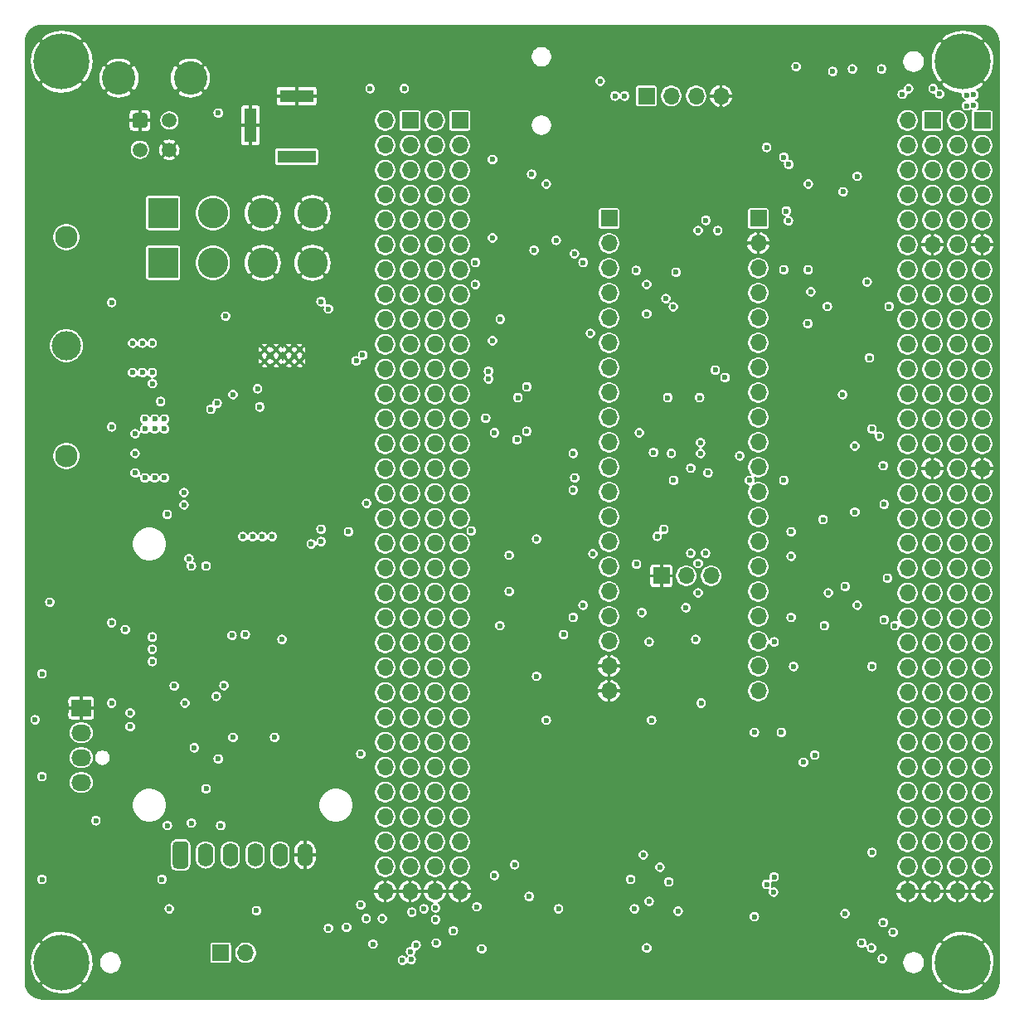
<source format=gbr>
%TF.GenerationSoftware,KiCad,Pcbnew,5.1.9-73d0e3b20d~88~ubuntu18.04.1*%
%TF.CreationDate,2020-12-31T09:15:49+01:00*%
%TF.ProjectId,frontpanel_dev_adapter,66726f6e-7470-4616-9e65-6c5f6465765f,r0.1*%
%TF.SameCoordinates,PX2faf080PY2faf080*%
%TF.FileFunction,Copper,L3,Inr*%
%TF.FilePolarity,Positive*%
%FSLAX46Y46*%
G04 Gerber Fmt 4.6, Leading zero omitted, Abs format (unit mm)*
G04 Created by KiCad (PCBNEW 5.1.9-73d0e3b20d~88~ubuntu18.04.1) date 2020-12-31 09:15:49*
%MOMM*%
%LPD*%
G01*
G04 APERTURE LIST*
%TA.AperFunction,ComponentPad*%
%ADD10C,3.100000*%
%TD*%
%TA.AperFunction,ComponentPad*%
%ADD11R,3.100000X3.100000*%
%TD*%
%TA.AperFunction,ComponentPad*%
%ADD12O,1.700000X1.700000*%
%TD*%
%TA.AperFunction,ComponentPad*%
%ADD13R,1.700000X1.700000*%
%TD*%
%TA.AperFunction,ComponentPad*%
%ADD14C,5.700000*%
%TD*%
%TA.AperFunction,ComponentPad*%
%ADD15C,0.600000*%
%TD*%
%TA.AperFunction,ComponentPad*%
%ADD16O,1.600000X2.400000*%
%TD*%
%TA.AperFunction,ComponentPad*%
%ADD17O,2.030000X1.730000*%
%TD*%
%TA.AperFunction,ComponentPad*%
%ADD18R,2.030000X1.730000*%
%TD*%
%TA.AperFunction,ComponentPad*%
%ADD19C,1.500000*%
%TD*%
%TA.AperFunction,ComponentPad*%
%ADD20C,3.410000*%
%TD*%
%TA.AperFunction,ComponentPad*%
%ADD21R,1.300000X3.500000*%
%TD*%
%TA.AperFunction,ComponentPad*%
%ADD22R,4.000000X1.300000*%
%TD*%
%TA.AperFunction,ComponentPad*%
%ADD23R,3.500000X1.300000*%
%TD*%
%TA.AperFunction,WasherPad*%
%ADD24C,3.000000*%
%TD*%
%TA.AperFunction,ComponentPad*%
%ADD25C,2.300000*%
%TD*%
%TA.AperFunction,ViaPad*%
%ADD26C,0.600000*%
%TD*%
%TA.AperFunction,Conductor*%
%ADD27C,0.150000*%
%TD*%
%TA.AperFunction,Conductor*%
%ADD28C,0.100000*%
%TD*%
G04 APERTURE END LIST*
D10*
%TO.N,GND*%
%TO.C,J202*%
X29620000Y-24540000D03*
X29620000Y-19460000D03*
X24540000Y-24540000D03*
X24540000Y-19460000D03*
%TO.N,+VDC*%
X19460000Y-19460000D03*
X19460000Y-24540000D03*
D11*
X14380000Y-19460000D03*
X14380000Y-24540000D03*
%TD*%
D12*
%TO.N,Net-(J303-Pad2)*%
%TO.C,J304*%
X22790000Y-95000000D03*
D13*
%TO.N,Net-(J303-Pad1)*%
X20250000Y-95000000D03*
%TD*%
D12*
%TO.N,VDD*%
%TO.C,J505*%
X70330000Y-56500000D03*
%TO.N,Net-(J505-Pad2)*%
X67790000Y-56500000D03*
D13*
%TO.N,GND*%
X65250000Y-56500000D03*
%TD*%
D14*
%TO.N,GND*%
%TO.C,H104*%
X96000000Y-96000000D03*
%TD*%
%TO.N,GND*%
%TO.C,H103*%
X4000000Y-96000000D03*
%TD*%
%TO.N,GND*%
%TO.C,H102*%
X96000000Y-4000000D03*
%TD*%
%TO.N,GND*%
%TO.C,H101*%
X4000000Y-4000000D03*
%TD*%
D15*
%TO.N,GND*%
%TO.C,U201*%
X28300000Y-33400000D03*
X27200000Y-33400000D03*
X27200000Y-34600000D03*
X28300000Y-34600000D03*
X24700000Y-33400000D03*
X25900000Y-33400000D03*
X25900000Y-34600000D03*
X24700000Y-34600000D03*
%TD*%
D16*
%TO.N,GND*%
%TO.C,RTC501*%
X28850000Y-85000000D03*
%TO.N,VDD*%
X26310000Y-85000000D03*
%TO.N,I2C1_SDA*%
X23770000Y-85000000D03*
%TO.N,I2C1_SCL*%
X21230000Y-85000000D03*
%TO.N,~RTC_INTn~_SQW*%
X18690000Y-85000000D03*
%TO.N,32k*%
%TA.AperFunction,ComponentPad*%
G36*
G01*
X16550000Y-86400000D02*
X15750000Y-86400000D01*
G75*
G02*
X15350000Y-86000000I0J400000D01*
G01*
X15350000Y-84000000D01*
G75*
G02*
X15750000Y-83600000I400000J0D01*
G01*
X16550000Y-83600000D01*
G75*
G02*
X16950000Y-84000000I0J-400000D01*
G01*
X16950000Y-86000000D01*
G75*
G02*
X16550000Y-86400000I-400000J0D01*
G01*
G37*
%TD.AperFunction*%
%TD*%
D17*
%TO.N,Net-(M401-Pad4)*%
%TO.C,M401*%
X6000000Y-77620000D03*
%TO.N,Net-(M401-Pad3)*%
X6000000Y-75080000D03*
%TO.N,Net-(C401-Pad2)*%
X6000000Y-72540000D03*
D18*
%TO.N,GND*%
X6000000Y-70000000D03*
%TD*%
D12*
%TO.N,GND*%
%TO.C,J604*%
X90380000Y-88740000D03*
X92920000Y-88740000D03*
%TO.N,/F429Discovery connection/PG2*%
X90380000Y-86200000D03*
%TO.N,/F429Discovery connection/PG3*%
X92920000Y-86200000D03*
%TO.N,/F429Discovery connection/PD14*%
X90380000Y-83660000D03*
%TO.N,/F429Discovery connection/PD15*%
X92920000Y-83660000D03*
%TO.N,/F429Discovery connection/PD12*%
X90380000Y-81120000D03*
%TO.N,/F429Discovery connection/PD13*%
X92920000Y-81120000D03*
%TO.N,/F429Discovery connection/PD10*%
X90380000Y-78580000D03*
%TO.N,/F429Discovery connection/PD11*%
X92920000Y-78580000D03*
%TO.N,/F429Discovery connection/PD8*%
X90380000Y-76040000D03*
%TO.N,/F429Discovery connection/PD9*%
X92920000Y-76040000D03*
%TO.N,/F429Discovery connection/PB14*%
X90380000Y-73500000D03*
%TO.N,/F429Discovery connection/PB15*%
X92920000Y-73500000D03*
%TO.N,/F429Discovery connection/PB12*%
X90380000Y-70960000D03*
%TO.N,/F429Discovery connection/PB13*%
X92920000Y-70960000D03*
%TO.N,/F429Discovery connection/PB10*%
X90380000Y-68420000D03*
%TO.N,/F429Discovery connection/PB11*%
X92920000Y-68420000D03*
%TO.N,~FP_ENC_SWn~*%
X90380000Y-65880000D03*
%TO.N,/F429Discovery connection/PE15*%
X92920000Y-65880000D03*
%TO.N,~FP_BTN_2An~*%
X90380000Y-63340000D03*
%TO.N,~FP_BTN_2Bn~*%
X92920000Y-63340000D03*
%TO.N,~FP_BTN_1An~*%
X90380000Y-60800000D03*
%TO.N,~FP_BTN_1Bn~*%
X92920000Y-60800000D03*
%TO.N,/F429Discovery connection/AUXUART7_TX*%
X90380000Y-58260000D03*
%TO.N,~AUX_INTn~*%
X92920000Y-58260000D03*
%TO.N,/F429Discovery connection/PG1*%
X90380000Y-55720000D03*
%TO.N,/F429Discovery connection/AUXUART7_RX*%
X92920000Y-55720000D03*
%TO.N,/F429Discovery connection/PF15*%
X90380000Y-53180000D03*
%TO.N,/F429Discovery connection/PG0*%
X92920000Y-53180000D03*
%TO.N,/F429Discovery connection/PF13*%
X90380000Y-50640000D03*
%TO.N,/F429Discovery connection/PF14*%
X92920000Y-50640000D03*
%TO.N,/F429Discovery connection/PF11*%
X90380000Y-48100000D03*
%TO.N,/F429Discovery connection/PF12*%
X92920000Y-48100000D03*
%TO.N,/F429Discovery connection/PB2*%
X90380000Y-45560000D03*
%TO.N,GND*%
X92920000Y-45560000D03*
%TO.N,/F429Discovery connection/PB0*%
X90380000Y-43020000D03*
%TO.N,/F429Discovery connection/PB1*%
X92920000Y-43020000D03*
%TO.N,/F429Discovery connection/PC4*%
X90380000Y-40480000D03*
%TO.N,/F429Discovery connection/PC5*%
X92920000Y-40480000D03*
%TO.N,/F429Discovery connection/PA6*%
X90380000Y-37940000D03*
%TO.N,/F429Discovery connection/PA7*%
X92920000Y-37940000D03*
%TO.N,/F429Discovery connection/PA4*%
X90380000Y-35400000D03*
%TO.N,FAN1_RPM*%
X92920000Y-35400000D03*
%TO.N,/F429Discovery connection/PA2*%
X90380000Y-32860000D03*
%TO.N,/F429Discovery connection/PA3*%
X92920000Y-32860000D03*
%TO.N,/F429Discovery connection/PA0*%
X90380000Y-30320000D03*
%TO.N,/F429Discovery connection/PA1*%
X92920000Y-30320000D03*
%TO.N,/F429Discovery connection/PC2*%
X90380000Y-27780000D03*
%TO.N,HWID_MB*%
X92920000Y-27780000D03*
%TO.N,HWID_FP*%
X90380000Y-25240000D03*
%TO.N,/F429Discovery connection/PC1*%
X92920000Y-25240000D03*
%TO.N,~RSTn~*%
X90380000Y-22700000D03*
%TO.N,GND*%
X92920000Y-22700000D03*
%TO.N,/F429Discovery connection/PH0*%
X90380000Y-20160000D03*
%TO.N,/F429Discovery connection/PH1*%
X92920000Y-20160000D03*
%TO.N,DISP_FLASH_MOSI*%
X90380000Y-17620000D03*
%TO.N,/F429Discovery connection/PF10*%
X92920000Y-17620000D03*
%TO.N,DISP_FLASH_SCK*%
X90380000Y-15080000D03*
%TO.N,DISP_FLASH_MISO*%
X92920000Y-15080000D03*
%TO.N,Net-(J604-Pad4)*%
X90380000Y-12540000D03*
%TO.N,~DISP_CSn~*%
X92920000Y-12540000D03*
%TO.N,Net-(J604-Pad2)*%
X90380000Y-10000000D03*
D13*
%TO.N,Net-(J604-Pad1)*%
X92920000Y-10000000D03*
%TD*%
D12*
%TO.N,GND*%
%TO.C,J603*%
X37040000Y-88740000D03*
X39580000Y-88740000D03*
%TO.N,/F429Discovery connection/PG4*%
X37040000Y-86200000D03*
%TO.N,/F429Discovery connection/PG5*%
X39580000Y-86200000D03*
%TO.N,/F429Discovery connection/PG6*%
X37040000Y-83660000D03*
%TO.N,/F429Discovery connection/PG7*%
X39580000Y-83660000D03*
%TO.N,~FP_ENC2_SWn~*%
X37040000Y-81120000D03*
%TO.N,/F429Discovery connection/PC6*%
X39580000Y-81120000D03*
%TO.N,/F429Discovery connection/PC7*%
X37040000Y-78580000D03*
%TO.N,/F429Discovery connection/PC8*%
X39580000Y-78580000D03*
%TO.N,I2C1_SDA*%
X37040000Y-76040000D03*
%TO.N,I2C1_SCL*%
X39580000Y-76040000D03*
%TO.N,/F429Discovery connection/PA9*%
X37040000Y-73500000D03*
%TO.N,/F429Discovery connection/PA10*%
X39580000Y-73500000D03*
%TO.N,/F429Discovery connection/PA11*%
X37040000Y-70960000D03*
%TO.N,/F429Discovery connection/PA12*%
X39580000Y-70960000D03*
%TO.N,/F429Discovery connection/PA13*%
X37040000Y-68420000D03*
%TO.N,/F429Discovery connection/PA14*%
X39580000Y-68420000D03*
%TO.N,/F429Discovery connection/PA15*%
X37040000Y-65880000D03*
%TO.N,/F429Discovery connection/PC10*%
X39580000Y-65880000D03*
%TO.N,/F429Discovery connection/PC11*%
X37040000Y-63340000D03*
%TO.N,DBGUART_TX*%
X39580000Y-63340000D03*
%TO.N,/F429Discovery connection/PD0*%
X37040000Y-60800000D03*
%TO.N,/F429Discovery connection/PD1*%
X39580000Y-60800000D03*
%TO.N,/F429Discovery connection/PD2*%
X37040000Y-58260000D03*
%TO.N,DBGUART_RX*%
X39580000Y-58260000D03*
%TO.N,/F429Discovery connection/PD4*%
X37040000Y-55720000D03*
%TO.N,/F429Discovery connection/PD5*%
X39580000Y-55720000D03*
%TO.N,/F429Discovery connection/PD6*%
X37040000Y-53180000D03*
%TO.N,/F429Discovery connection/PD7*%
X39580000Y-53180000D03*
%TO.N,/F429Discovery connection/PG10*%
X37040000Y-50640000D03*
%TO.N,/F429Discovery connection/PG9*%
X39580000Y-50640000D03*
%TO.N,/F429Discovery connection/PG12*%
X37040000Y-48100000D03*
%TO.N,/F429Discovery connection/PG11*%
X39580000Y-48100000D03*
%TO.N,/F429Discovery connection/PG14*%
X37040000Y-45560000D03*
%TO.N,/F429Discovery connection/PG13*%
X39580000Y-45560000D03*
%TO.N,~RTC_INTn~_SQW*%
X37040000Y-43020000D03*
%TO.N,/F429Discovery connection/PG15*%
X39580000Y-43020000D03*
%TO.N,FP_ENC2_B*%
X37040000Y-40480000D03*
%TO.N,FP_ENC2_A*%
X39580000Y-40480000D03*
%TO.N,FP_ENC_B*%
X37040000Y-37940000D03*
%TO.N,FP_ENC_A*%
X39580000Y-37940000D03*
%TO.N,Net-(J603-Pad22)*%
X37040000Y-35400000D03*
%TO.N,/F429Discovery connection/BOOT0*%
X39580000Y-35400000D03*
%TO.N,/F429Discovery connection/PB9*%
X37040000Y-32860000D03*
%TO.N,/F429Discovery connection/PB8*%
X39580000Y-32860000D03*
%TO.N,/F429Discovery connection/PE1*%
X37040000Y-30320000D03*
%TO.N,/F429Discovery connection/PE0*%
X39580000Y-30320000D03*
%TO.N,/F429Discovery connection/PE3*%
X37040000Y-27780000D03*
%TO.N,/F429Discovery connection/PE2*%
X39580000Y-27780000D03*
%TO.N,PWRBTN_LED_PWM*%
X37040000Y-25240000D03*
%TO.N,/F429Discovery connection/PE4*%
X39580000Y-25240000D03*
%TO.N,/F429Discovery connection/PC13*%
X37040000Y-22700000D03*
%TO.N,FAN1_PWM*%
X39580000Y-22700000D03*
%TO.N,/F429Discovery connection/PC15*%
X37040000Y-20160000D03*
%TO.N,32k*%
X39580000Y-20160000D03*
%TO.N,/F429Discovery connection/PF1*%
X37040000Y-17620000D03*
%TO.N,/F429Discovery connection/PF0*%
X39580000Y-17620000D03*
%TO.N,AUX_BOOT0*%
X37040000Y-15080000D03*
%TO.N,~SYS_RSTn~*%
X39580000Y-15080000D03*
%TO.N,DISP_D~Cn~*%
X37040000Y-12540000D03*
%TO.N,~FLASH_CSn~*%
X39580000Y-12540000D03*
%TO.N,VMAIN*%
X37040000Y-10000000D03*
D13*
X39580000Y-10000000D03*
%TD*%
D12*
%TO.N,GND*%
%TO.C,J602*%
X95460000Y-88740000D03*
X98000000Y-88740000D03*
%TO.N,/F429Discovery connection/PG2*%
X95460000Y-86200000D03*
%TO.N,/F429Discovery connection/PG3*%
X98000000Y-86200000D03*
%TO.N,/F429Discovery connection/PD14*%
X95460000Y-83660000D03*
%TO.N,/F429Discovery connection/PD15*%
X98000000Y-83660000D03*
%TO.N,/F429Discovery connection/PD12*%
X95460000Y-81120000D03*
%TO.N,/F429Discovery connection/PD13*%
X98000000Y-81120000D03*
%TO.N,/F429Discovery connection/PD10*%
X95460000Y-78580000D03*
%TO.N,/F429Discovery connection/PD11*%
X98000000Y-78580000D03*
%TO.N,/F429Discovery connection/PD8*%
X95460000Y-76040000D03*
%TO.N,/F429Discovery connection/PD9*%
X98000000Y-76040000D03*
%TO.N,/F429Discovery connection/PB14*%
X95460000Y-73500000D03*
%TO.N,/F429Discovery connection/PB15*%
X98000000Y-73500000D03*
%TO.N,/F429Discovery connection/PB12*%
X95460000Y-70960000D03*
%TO.N,/F429Discovery connection/PB13*%
X98000000Y-70960000D03*
%TO.N,/F429Discovery connection/PB10*%
X95460000Y-68420000D03*
%TO.N,/F429Discovery connection/PB11*%
X98000000Y-68420000D03*
%TO.N,~FP_ENC_SWn~*%
X95460000Y-65880000D03*
%TO.N,/F429Discovery connection/PE15*%
X98000000Y-65880000D03*
%TO.N,~FP_BTN_2An~*%
X95460000Y-63340000D03*
%TO.N,~FP_BTN_2Bn~*%
X98000000Y-63340000D03*
%TO.N,~FP_BTN_1An~*%
X95460000Y-60800000D03*
%TO.N,~FP_BTN_1Bn~*%
X98000000Y-60800000D03*
%TO.N,/F429Discovery connection/AUXUART7_TX*%
X95460000Y-58260000D03*
%TO.N,~AUX_INTn~*%
X98000000Y-58260000D03*
%TO.N,/F429Discovery connection/PG1*%
X95460000Y-55720000D03*
%TO.N,/F429Discovery connection/AUXUART7_RX*%
X98000000Y-55720000D03*
%TO.N,/F429Discovery connection/PF15*%
X95460000Y-53180000D03*
%TO.N,/F429Discovery connection/PG0*%
X98000000Y-53180000D03*
%TO.N,/F429Discovery connection/PF13*%
X95460000Y-50640000D03*
%TO.N,/F429Discovery connection/PF14*%
X98000000Y-50640000D03*
%TO.N,/F429Discovery connection/PF11*%
X95460000Y-48100000D03*
%TO.N,/F429Discovery connection/PF12*%
X98000000Y-48100000D03*
%TO.N,/F429Discovery connection/PB2*%
X95460000Y-45560000D03*
%TO.N,GND*%
X98000000Y-45560000D03*
%TO.N,/F429Discovery connection/PB0*%
X95460000Y-43020000D03*
%TO.N,/F429Discovery connection/PB1*%
X98000000Y-43020000D03*
%TO.N,/F429Discovery connection/PC4*%
X95460000Y-40480000D03*
%TO.N,/F429Discovery connection/PC5*%
X98000000Y-40480000D03*
%TO.N,/F429Discovery connection/PA6*%
X95460000Y-37940000D03*
%TO.N,/F429Discovery connection/PA7*%
X98000000Y-37940000D03*
%TO.N,/F429Discovery connection/PA4*%
X95460000Y-35400000D03*
%TO.N,FAN1_RPM*%
X98000000Y-35400000D03*
%TO.N,/F429Discovery connection/PA2*%
X95460000Y-32860000D03*
%TO.N,/F429Discovery connection/PA3*%
X98000000Y-32860000D03*
%TO.N,/F429Discovery connection/PA0*%
X95460000Y-30320000D03*
%TO.N,/F429Discovery connection/PA1*%
X98000000Y-30320000D03*
%TO.N,/F429Discovery connection/PC2*%
X95460000Y-27780000D03*
%TO.N,HWID_MB*%
X98000000Y-27780000D03*
%TO.N,HWID_FP*%
X95460000Y-25240000D03*
%TO.N,/F429Discovery connection/PC1*%
X98000000Y-25240000D03*
%TO.N,~RSTn~*%
X95460000Y-22700000D03*
%TO.N,GND*%
X98000000Y-22700000D03*
%TO.N,/F429Discovery connection/PH0*%
X95460000Y-20160000D03*
%TO.N,/F429Discovery connection/PH1*%
X98000000Y-20160000D03*
%TO.N,DISP_FLASH_MOSI*%
X95460000Y-17620000D03*
%TO.N,/F429Discovery connection/PF10*%
X98000000Y-17620000D03*
%TO.N,DISP_FLASH_SCK*%
X95460000Y-15080000D03*
%TO.N,DISP_FLASH_MISO*%
X98000000Y-15080000D03*
%TO.N,Net-(J602-Pad4)*%
X95460000Y-12540000D03*
%TO.N,~DISP_CSn~*%
X98000000Y-12540000D03*
%TO.N,Net-(J602-Pad2)*%
X95460000Y-10000000D03*
D13*
%TO.N,Net-(J602-Pad1)*%
X98000000Y-10000000D03*
%TD*%
D12*
%TO.N,GND*%
%TO.C,J601*%
X42120000Y-88740000D03*
X44660000Y-88740000D03*
%TO.N,/F429Discovery connection/PG4*%
X42120000Y-86200000D03*
%TO.N,/F429Discovery connection/PG5*%
X44660000Y-86200000D03*
%TO.N,/F429Discovery connection/PG6*%
X42120000Y-83660000D03*
%TO.N,/F429Discovery connection/PG7*%
X44660000Y-83660000D03*
%TO.N,~FP_ENC2_SWn~*%
X42120000Y-81120000D03*
%TO.N,/F429Discovery connection/PC6*%
X44660000Y-81120000D03*
%TO.N,/F429Discovery connection/PC7*%
X42120000Y-78580000D03*
%TO.N,/F429Discovery connection/PC8*%
X44660000Y-78580000D03*
%TO.N,I2C1_SDA*%
X42120000Y-76040000D03*
%TO.N,I2C1_SCL*%
X44660000Y-76040000D03*
%TO.N,/F429Discovery connection/PA9*%
X42120000Y-73500000D03*
%TO.N,/F429Discovery connection/PA10*%
X44660000Y-73500000D03*
%TO.N,/F429Discovery connection/PA11*%
X42120000Y-70960000D03*
%TO.N,/F429Discovery connection/PA12*%
X44660000Y-70960000D03*
%TO.N,/F429Discovery connection/PA13*%
X42120000Y-68420000D03*
%TO.N,/F429Discovery connection/PA14*%
X44660000Y-68420000D03*
%TO.N,/F429Discovery connection/PA15*%
X42120000Y-65880000D03*
%TO.N,/F429Discovery connection/PC10*%
X44660000Y-65880000D03*
%TO.N,/F429Discovery connection/PC11*%
X42120000Y-63340000D03*
%TO.N,DBGUART_TX*%
X44660000Y-63340000D03*
%TO.N,/F429Discovery connection/PD0*%
X42120000Y-60800000D03*
%TO.N,/F429Discovery connection/PD1*%
X44660000Y-60800000D03*
%TO.N,/F429Discovery connection/PD2*%
X42120000Y-58260000D03*
%TO.N,DBGUART_RX*%
X44660000Y-58260000D03*
%TO.N,/F429Discovery connection/PD4*%
X42120000Y-55720000D03*
%TO.N,/F429Discovery connection/PD5*%
X44660000Y-55720000D03*
%TO.N,/F429Discovery connection/PD6*%
X42120000Y-53180000D03*
%TO.N,/F429Discovery connection/PD7*%
X44660000Y-53180000D03*
%TO.N,/F429Discovery connection/PG10*%
X42120000Y-50640000D03*
%TO.N,/F429Discovery connection/PG9*%
X44660000Y-50640000D03*
%TO.N,/F429Discovery connection/PG12*%
X42120000Y-48100000D03*
%TO.N,/F429Discovery connection/PG11*%
X44660000Y-48100000D03*
%TO.N,/F429Discovery connection/PG14*%
X42120000Y-45560000D03*
%TO.N,/F429Discovery connection/PG13*%
X44660000Y-45560000D03*
%TO.N,~RTC_INTn~_SQW*%
X42120000Y-43020000D03*
%TO.N,/F429Discovery connection/PG15*%
X44660000Y-43020000D03*
%TO.N,FP_ENC2_B*%
X42120000Y-40480000D03*
%TO.N,FP_ENC2_A*%
X44660000Y-40480000D03*
%TO.N,FP_ENC_B*%
X42120000Y-37940000D03*
%TO.N,FP_ENC_A*%
X44660000Y-37940000D03*
%TO.N,Net-(J601-Pad22)*%
X42120000Y-35400000D03*
%TO.N,/F429Discovery connection/BOOT0*%
X44660000Y-35400000D03*
%TO.N,/F429Discovery connection/PB9*%
X42120000Y-32860000D03*
%TO.N,/F429Discovery connection/PB8*%
X44660000Y-32860000D03*
%TO.N,/F429Discovery connection/PE1*%
X42120000Y-30320000D03*
%TO.N,/F429Discovery connection/PE0*%
X44660000Y-30320000D03*
%TO.N,/F429Discovery connection/PE3*%
X42120000Y-27780000D03*
%TO.N,/F429Discovery connection/PE2*%
X44660000Y-27780000D03*
%TO.N,PWRBTN_LED_PWM*%
X42120000Y-25240000D03*
%TO.N,/F429Discovery connection/PE4*%
X44660000Y-25240000D03*
%TO.N,/F429Discovery connection/PC13*%
X42120000Y-22700000D03*
%TO.N,FAN1_PWM*%
X44660000Y-22700000D03*
%TO.N,/F429Discovery connection/PC15*%
X42120000Y-20160000D03*
%TO.N,32k*%
X44660000Y-20160000D03*
%TO.N,/F429Discovery connection/PF1*%
X42120000Y-17620000D03*
%TO.N,/F429Discovery connection/PF0*%
X44660000Y-17620000D03*
%TO.N,AUX_BOOT0*%
X42120000Y-15080000D03*
%TO.N,~SYS_RSTn~*%
X44660000Y-15080000D03*
%TO.N,DISP_D~Cn~*%
X42120000Y-12540000D03*
%TO.N,~FLASH_CSn~*%
X44660000Y-12540000D03*
%TO.N,VMAIN*%
X42120000Y-10000000D03*
D13*
X44660000Y-10000000D03*
%TD*%
D12*
%TO.N,GND*%
%TO.C,J503*%
X71330000Y-7500000D03*
%TO.N,/MCU / Bluepill/SWCLK*%
X68790000Y-7500000D03*
%TO.N,/MCU / Bluepill/SWDIO*%
X66250000Y-7500000D03*
D13*
%TO.N,VDD*%
X63710000Y-7500000D03*
%TD*%
D12*
%TO.N,~SYS_RSTn~*%
%TO.C,J502*%
X75140000Y-68260000D03*
%TO.N,~FP_BTN_2An~*%
X75140000Y-65720000D03*
%TO.N,~FP_BTN_2Bn~*%
X75140000Y-63180000D03*
%TO.N,~FP_ENC_SWn~*%
X75140000Y-60640000D03*
%TO.N,~DISP_CSn~*%
X75140000Y-58100000D03*
%TO.N,/MCU / Bluepill/PA9*%
X75140000Y-55560000D03*
%TO.N,DBGUART_RX*%
X75140000Y-53020000D03*
%TO.N,~FP_BTN_1Bn~*%
X75140000Y-50480000D03*
%TO.N,~FP_BTN_1An~*%
X75140000Y-47940000D03*
%TO.N,~FLASH_CSn~*%
X75140000Y-45400000D03*
%TO.N,DISP_FLASH_SCK*%
X75140000Y-42860000D03*
%TO.N,DISP_FLASH_MISO*%
X75140000Y-40320000D03*
%TO.N,DISP_FLASH_MOSI*%
X75140000Y-37780000D03*
%TO.N,FP_ENC_A*%
X75140000Y-35240000D03*
%TO.N,FP_ENC_B*%
X75140000Y-32700000D03*
%TO.N,I2C1_SCL*%
X75140000Y-30160000D03*
%TO.N,I2C1_SDA*%
X75140000Y-27620000D03*
%TO.N,Net-(D501-Pad2)*%
X75140000Y-25080000D03*
%TO.N,GND*%
X75140000Y-22540000D03*
D13*
%TO.N,VDD*%
X75140000Y-20000000D03*
%TD*%
D12*
%TO.N,GND*%
%TO.C,J501*%
X59900000Y-68260000D03*
X59900000Y-65720000D03*
%TO.N,VDD*%
X59900000Y-63180000D03*
%TO.N,~RSTn~*%
X59900000Y-60640000D03*
%TO.N,/F429Discovery connection/AUXUART7_RX*%
X59900000Y-58100000D03*
%TO.N,/MCU / Bluepill/USART3_TX*%
X59900000Y-55560000D03*
%TO.N,FAN1_PWM*%
X59900000Y-53020000D03*
%TO.N,PWRBTN_LED_PWM*%
X59900000Y-50480000D03*
%TO.N,DISP_D~Cn~*%
X59900000Y-47940000D03*
%TO.N,HWID_FP*%
X59900000Y-45400000D03*
%TO.N,HWID_MB*%
X59900000Y-42860000D03*
%TO.N,/MCU / Bluepill/PA4*%
X59900000Y-40320000D03*
%TO.N,/MCU / Bluepill/PA3*%
X59900000Y-37780000D03*
%TO.N,~AUX_INTn~*%
X59900000Y-35240000D03*
%TO.N,~RTC_INTn~_SQW*%
X59900000Y-32700000D03*
%TO.N,FAN1_RPM*%
X59900000Y-30160000D03*
%TO.N,/MCU / Bluepill/PC15*%
X59900000Y-27620000D03*
%TO.N,32k*%
X59900000Y-25080000D03*
%TO.N,AUX_BOOT0*%
X59900000Y-22540000D03*
D13*
%TO.N,VDD*%
X59900000Y-20000000D03*
%TD*%
D19*
%TO.N,GND*%
%TO.C,J203*%
X15000000Y-13000000D03*
%TO.N,+VDC*%
X12000000Y-13000000D03*
X15000000Y-10000000D03*
%TO.N,GND*%
%TA.AperFunction,ComponentPad*%
G36*
G01*
X11250000Y-10500000D02*
X11250000Y-9500000D01*
G75*
G02*
X11500000Y-9250000I250000J0D01*
G01*
X12500000Y-9250000D01*
G75*
G02*
X12750000Y-9500000I0J-250000D01*
G01*
X12750000Y-10500000D01*
G75*
G02*
X12500000Y-10750000I-250000J0D01*
G01*
X11500000Y-10750000D01*
G75*
G02*
X11250000Y-10500000I0J250000D01*
G01*
G37*
%TD.AperFunction*%
D20*
X17150000Y-5680000D03*
X9850000Y-5680000D03*
%TD*%
D21*
%TO.N,GND*%
%TO.C,J201*%
X23300000Y-10500000D03*
D22*
%TO.N,+VDC*%
X28000000Y-13700000D03*
D23*
%TO.N,GND*%
X28000000Y-7500000D03*
%TD*%
D24*
%TO.N,*%
%TO.C,F201*%
X4500000Y-33000000D03*
D25*
%TO.N,Net-(F201-Pad2)*%
X4500000Y-44250000D03*
%TO.N,+VDC*%
X4500000Y-21900000D03*
%TD*%
D26*
%TO.N,+BATT*%
X18750000Y-78250000D03*
%TO.N,GND*%
X500000Y-81000000D03*
X500000Y-78000000D03*
X500000Y-75250000D03*
X500000Y-71750000D03*
X500000Y-66000000D03*
X500000Y-63000000D03*
X500000Y-60000000D03*
X500000Y-57000000D03*
X500000Y-54000000D03*
X500000Y-51000000D03*
X500000Y-48000000D03*
X500000Y-45000000D03*
X500000Y-42000000D03*
X500000Y-39000000D03*
X500000Y-36000000D03*
X500000Y-33000000D03*
X500000Y-30000000D03*
X500000Y-27000000D03*
X500000Y-24000000D03*
X500000Y-21000000D03*
X500000Y-18000000D03*
X500000Y-15000000D03*
X500000Y-12000000D03*
X500000Y-9000000D03*
X500000Y-6000000D03*
X62925000Y-39450000D03*
X63661237Y-40175000D03*
X66740000Y-41640000D03*
X68290000Y-39300000D03*
X66700000Y-39300000D03*
X62300000Y-44700000D03*
X63400000Y-51000000D03*
X62300000Y-48800000D03*
X61700000Y-52100000D03*
X62300000Y-56200000D03*
X72200000Y-63800000D03*
X72700000Y-61600000D03*
X73000000Y-59400000D03*
X73400000Y-57300000D03*
X73700000Y-55000000D03*
X74000000Y-52000000D03*
X73900000Y-49400000D03*
X73650000Y-48150000D03*
X68425000Y-41925000D03*
X65250000Y-50750000D03*
X66750000Y-48250000D03*
X73025000Y-38250000D03*
X73300000Y-42700000D03*
X74000000Y-41250000D03*
X73700000Y-30725000D03*
X61900000Y-26025000D03*
X61575000Y-28225000D03*
X61375000Y-30700000D03*
X71250000Y-37500000D03*
X73750000Y-33000000D03*
X69500000Y-35850000D03*
X64700000Y-32000000D03*
X68500000Y-47500000D03*
X73500000Y-45500000D03*
X70000000Y-63750000D03*
X68500000Y-51000000D03*
X70250000Y-53000000D03*
X67000000Y-50750000D03*
X30750000Y-41500000D03*
X34250000Y-41500000D03*
X34500000Y-45250000D03*
X34250000Y-46500000D03*
X30750000Y-46500000D03*
X30500000Y-45250000D03*
X32000000Y-41500000D03*
X33250000Y-41500000D03*
X33250000Y-46500000D03*
X32000000Y-46500000D03*
X30500000Y-44000000D03*
X34500000Y-44000000D03*
X30500000Y-42750000D03*
X34500000Y-42750000D03*
X29000000Y-36000000D03*
X29000000Y-37500000D03*
X28500000Y-38500000D03*
X28000000Y-37500000D03*
X29750000Y-36750000D03*
X22750000Y-34000000D03*
X21750000Y-35000000D03*
X20750000Y-35000000D03*
X21750000Y-34000000D03*
X11000000Y-38500000D03*
X11000000Y-40500000D03*
X21500000Y-39250000D03*
X20000000Y-41000000D03*
X23250000Y-41000000D03*
X25500000Y-41000000D03*
X26500000Y-30000000D03*
X23750000Y-30000000D03*
X29250000Y-30000000D03*
X20750000Y-34000000D03*
X22750000Y-35000000D03*
X23500000Y-34500000D03*
X15750000Y-35750000D03*
X18250000Y-35750000D03*
X18250000Y-32750000D03*
X15750000Y-32750000D03*
X11000000Y-37000000D03*
X17250000Y-38500000D03*
X15750000Y-40500000D03*
X15750000Y-38500000D03*
X29500000Y-32500000D03*
X29500000Y-34250000D03*
X18250000Y-37500000D03*
X21500000Y-36500000D03*
X21750000Y-31750000D03*
X10000000Y-51250000D03*
X10000000Y-53750000D03*
X6000000Y-56500000D03*
X10500000Y-56500000D03*
X10500000Y-59500000D03*
X6000000Y-59500000D03*
X6750000Y-50500000D03*
X5500000Y-49000000D03*
X8000000Y-49000000D03*
X22500000Y-55000000D03*
X22500000Y-60250000D03*
X24250000Y-57750000D03*
X20750000Y-57750000D03*
X71250000Y-40000000D03*
X71000000Y-45250000D03*
X72750000Y-28500000D03*
X69750000Y-28500000D03*
X69750000Y-25500000D03*
X67250000Y-22000000D03*
X67250000Y-9750000D03*
X62250000Y-58500000D03*
X61250000Y-62000000D03*
X68000000Y-44500000D03*
X65750000Y-44750000D03*
X7547990Y-53750000D03*
X58600000Y-44700000D03*
X58300000Y-47200000D03*
X57000000Y-45100000D03*
X58500000Y-40700000D03*
X41000000Y-96000000D03*
X48000000Y-96000000D03*
X55000000Y-96000000D03*
X62000000Y-96000000D03*
X66000000Y-99000000D03*
X69000000Y-96000000D03*
X77000000Y-95000000D03*
X81000000Y-99000000D03*
X81000000Y-93000000D03*
X68250000Y-86500000D03*
X68300000Y-73600000D03*
X76500000Y-39000000D03*
X76750000Y-44250000D03*
X78500000Y-41750000D03*
X79900000Y-41750000D03*
X77900000Y-48000000D03*
X81300000Y-27200000D03*
X7000000Y-1000000D03*
X1000000Y-1000000D03*
X10000000Y-1000000D03*
X13000000Y-1000000D03*
X16000000Y-1000000D03*
X19000000Y-1000000D03*
X22000000Y-500000D03*
X25000000Y-1000000D03*
X28000000Y-1000000D03*
X31000000Y-1000000D03*
X34000000Y-1000000D03*
X37000000Y-1000000D03*
X40000000Y-1000000D03*
X43000000Y-1000000D03*
X46000000Y-1000000D03*
X49000000Y-1000000D03*
X52000000Y-1000000D03*
X55000000Y-1000000D03*
X58000000Y-1000000D03*
X61000000Y-1000000D03*
X64000000Y-1000000D03*
X67000000Y-1000000D03*
X70000000Y-1000000D03*
X73000000Y-1000000D03*
X76000000Y-1000000D03*
X79000000Y-1000000D03*
X82000000Y-1000000D03*
X85000000Y-1000000D03*
X88000000Y-1000000D03*
X91000000Y-1000000D03*
X94000000Y-1000000D03*
X99000000Y-1000000D03*
X99500000Y-10000000D03*
X99500000Y-13000000D03*
X99500000Y-16000000D03*
X99500000Y-19000000D03*
X99500000Y-25000000D03*
X99500000Y-28000000D03*
X99500000Y-31000000D03*
X99500000Y-34000000D03*
X99500000Y-37000000D03*
X99500000Y-40000000D03*
X99500000Y-43000000D03*
X99500000Y-46000000D03*
X99500000Y-49000000D03*
X99500000Y-52000000D03*
X99500000Y-55000000D03*
X99500000Y-58000000D03*
X99500000Y-61000000D03*
X99500000Y-64000000D03*
X99500000Y-67000000D03*
X99500000Y-70000000D03*
X99500000Y-73000000D03*
X99500000Y-76000000D03*
X99500000Y-79000000D03*
X99500000Y-82000000D03*
X99500000Y-85000000D03*
X99500000Y-88000000D03*
X99500000Y-22000000D03*
X99500000Y-7000000D03*
X99500000Y-91000000D03*
X99500000Y-94000000D03*
X99000000Y-99000000D03*
X93000000Y-99000000D03*
X90000000Y-99000000D03*
X87000000Y-99000000D03*
X84000000Y-99000000D03*
X78000000Y-99000000D03*
X75000000Y-99000000D03*
X72000000Y-99000000D03*
X69000000Y-99000000D03*
X63000000Y-99000000D03*
X60000000Y-99000000D03*
X57000000Y-99000000D03*
X54000000Y-99000000D03*
X51000000Y-99000000D03*
X48000000Y-99000000D03*
X45000000Y-99000000D03*
X42000000Y-99000000D03*
X39000000Y-99000000D03*
X36000000Y-99000000D03*
X33000000Y-99000000D03*
X30000000Y-99000000D03*
X27000000Y-99000000D03*
X23500000Y-99000000D03*
X21000000Y-99000000D03*
X16750000Y-99000000D03*
X15000000Y-99000000D03*
X12000000Y-99000000D03*
X9000000Y-99000000D03*
X6000000Y-99000000D03*
X1000000Y-99000000D03*
X500000Y-93000000D03*
X500000Y-90000000D03*
X500000Y-87000000D03*
X500000Y-84000000D03*
X49250000Y-78500000D03*
X46250000Y-78500000D03*
X53000000Y-78500000D03*
X58250000Y-78500000D03*
X63250000Y-78500000D03*
X66250000Y-78500000D03*
X72000000Y-78500000D03*
X77750000Y-78250000D03*
X82500000Y-78250000D03*
X89600000Y-77300000D03*
X29500000Y-78500000D03*
X24750000Y-78250000D03*
X19750000Y-78000000D03*
X16000000Y-78500000D03*
X14500000Y-78500000D03*
X9500000Y-78500000D03*
X3500000Y-78500000D03*
X65750000Y-63500000D03*
X55500000Y-63750000D03*
X50975000Y-63750000D03*
X49250000Y-63750000D03*
X46500000Y-63750000D03*
X34250000Y-63750000D03*
X31750000Y-63750000D03*
X27500000Y-63750000D03*
X17500000Y-63750000D03*
X11500000Y-63750000D03*
X9750000Y-63750000D03*
X4750000Y-63750000D03*
X11500000Y-48000000D03*
X14250000Y-48000000D03*
X19000000Y-48000000D03*
X23500000Y-48000000D03*
X28250000Y-48000000D03*
X33250000Y-48000000D03*
X45500000Y-46750000D03*
X46250000Y-54000000D03*
X47250000Y-38750000D03*
X77000000Y-52250000D03*
X83150000Y-48450000D03*
X85150000Y-48550000D03*
X89350000Y-49250000D03*
X88650000Y-58900000D03*
X4500000Y-28500000D03*
X12250000Y-27500000D03*
X18250000Y-29750000D03*
X33250000Y-32250000D03*
X33250000Y-28500000D03*
X45250000Y-29000000D03*
X47750000Y-29000000D03*
X51250000Y-29000000D03*
X52900000Y-29000000D03*
X54200000Y-29000000D03*
X58250000Y-29000000D03*
X65000000Y-29000000D03*
X76750000Y-28250000D03*
X78500000Y-28250000D03*
X79900000Y-28300000D03*
X83000000Y-28300000D03*
X84350000Y-28300000D03*
X85750000Y-28300000D03*
X87250000Y-28300000D03*
X89000000Y-26750000D03*
X6250000Y-13750000D03*
X17500000Y-13750000D03*
X21250000Y-13750000D03*
X32500000Y-13750000D03*
X46250000Y-13250000D03*
X48900000Y-15500000D03*
X53500000Y-13750000D03*
X57250000Y-13750000D03*
X63500000Y-13750000D03*
X67500000Y-13750000D03*
X72500000Y-13750000D03*
X77250000Y-12500000D03*
X84250000Y-13750000D03*
X87250000Y-13750000D03*
X89000000Y-14250000D03*
X18000000Y-52000000D03*
X18000000Y-50000000D03*
X17219504Y-40219504D03*
%TO.N,Net-(C201-Pad2)*%
X24250000Y-39250000D03*
X24000000Y-37400000D03*
%TO.N,VIN*%
X19875000Y-38875000D03*
X20750000Y-30000000D03*
X2800000Y-59200000D03*
X14250000Y-87500000D03*
X1999994Y-66500000D03*
X2000000Y-87500000D03*
X2000000Y-77000000D03*
X21500000Y-38000000D03*
X19250000Y-39500000D03*
X14775004Y-50225000D03*
X16500000Y-49250010D03*
X16500000Y-48000000D03*
%TO.N,VMAIN*%
X12500000Y-41500000D03*
X69000000Y-21250000D03*
X14500000Y-41500000D03*
X11500000Y-42000000D03*
X14500000Y-40500000D03*
X11250000Y-32750000D03*
X11250000Y-35750000D03*
X12250000Y-35750000D03*
X12250000Y-32750000D03*
X13250000Y-32750000D03*
X13250000Y-35750000D03*
X12500000Y-40500000D03*
X11500000Y-44000000D03*
X11500000Y-46000000D03*
X12500000Y-46500000D03*
X13500000Y-46500000D03*
X14500000Y-46500000D03*
X30500000Y-28500000D03*
X31250000Y-29250000D03*
X14100000Y-38700000D03*
X13500000Y-41500000D03*
X13500000Y-40500000D03*
X13275004Y-36875000D03*
X17000000Y-54750000D03*
X17250000Y-55500000D03*
X18750000Y-55500000D03*
X35500000Y-6750000D03*
X1300000Y-71200000D03*
X15000000Y-90500000D03*
X76750000Y-87250000D03*
X76000000Y-88000000D03*
X76700000Y-88800000D03*
X71000000Y-21250000D03*
X69800000Y-20200000D03*
%TO.N,+VDC*%
X20000000Y-9250000D03*
%TO.N,VDD*%
X97150000Y-7375000D03*
X97150000Y-8475000D03*
X96425000Y-7400000D03*
X96400000Y-8500000D03*
X90500000Y-6750000D03*
X93000000Y-6750000D03*
X89850000Y-7325000D03*
X93650000Y-7300000D03*
X34075000Y-34550000D03*
X34750000Y-33975000D03*
X78000000Y-19250000D03*
X63000000Y-41900000D03*
X69150000Y-38300000D03*
X65900000Y-38300000D03*
X30500000Y-51750000D03*
X30500000Y-53000000D03*
X29500000Y-53250000D03*
X39000000Y-6750000D03*
X11000000Y-70500000D03*
X11000000Y-71900000D03*
X22750000Y-62500000D03*
X21405000Y-62595000D03*
X26500000Y-63000000D03*
X13250000Y-62750000D03*
X13250000Y-64000000D03*
X13250000Y-65250000D03*
X20250000Y-82000000D03*
X17250000Y-81750000D03*
X87750000Y-4750000D03*
X84750000Y-4750000D03*
X82750000Y-5000000D03*
X79000000Y-4500000D03*
X77750000Y-13750000D03*
X78250000Y-14500000D03*
X77750000Y-46750000D03*
X86750000Y-41500000D03*
X87499970Y-42250000D03*
X74250000Y-46750000D03*
X65500000Y-51750000D03*
X59000000Y-6000000D03*
X52000000Y-15500000D03*
X60500000Y-7500000D03*
X61500000Y-7500000D03*
X66462500Y-29037500D03*
X65700002Y-28200000D03*
X69750000Y-54197990D03*
X68250000Y-54197990D03*
X64000000Y-63250000D03*
X78222990Y-20250000D03*
X20577831Y-67697990D03*
X19789923Y-68802010D03*
X47599968Y-36400000D03*
X47600000Y-35600000D03*
X87900000Y-45250000D03*
X64450000Y-43900000D03*
X25500000Y-52500000D03*
X24500000Y-52500000D03*
X23500000Y-52500000D03*
X22500000Y-52500000D03*
%TO.N,~RSTn~*%
X63250000Y-60250000D03*
X56250000Y-47750000D03*
X56250000Y-60750000D03*
X56367001Y-23617001D03*
X56250000Y-44000000D03*
X66250000Y-44000000D03*
%TO.N,~FP_BTN_1An~*%
X44000000Y-92750000D03*
X87999994Y-61000000D03*
X88000000Y-49200000D03*
X87900000Y-91900000D03*
%TO.N,~FP_BTN_1Bn~*%
X42250000Y-94000000D03*
X81750000Y-50750000D03*
X81900000Y-61600000D03*
X88900000Y-92900000D03*
X89099976Y-61600000D03*
%TO.N,~DISP_CSn~*%
X74750000Y-91302000D03*
X74750000Y-72500000D03*
X77500000Y-72500000D03*
X42200000Y-91600004D03*
X88329021Y-56750000D03*
%TO.N,~FP_ENC2_SWn~*%
X46400000Y-90300000D03*
X42200000Y-90400000D03*
%TO.N,I2C1_SCL*%
X41000000Y-90500000D03*
X80197990Y-30750000D03*
X17555000Y-74055000D03*
X34547990Y-74700000D03*
X34547990Y-90100000D03*
X79750000Y-75550000D03*
%TO.N,FP_ENC2_B*%
X40200000Y-94200000D03*
X35800006Y-94100000D03*
%TO.N,I2C1_SDA*%
X80500000Y-27500000D03*
X39750000Y-90849990D03*
X23900000Y-90700000D03*
X80900000Y-74800000D03*
X20000000Y-75200000D03*
%TO.N,FP_ENC2_A*%
X46900000Y-94600000D03*
X47300004Y-40400000D03*
X39640331Y-94859669D03*
%TO.N,DISP_FLASH_MOSI*%
X83750000Y-38000022D03*
X39700000Y-95700000D03*
X83800000Y-17300000D03*
X86700000Y-94500000D03*
%TO.N,DISP_FLASH_SCK*%
X85000000Y-43250000D03*
X38800000Y-95750000D03*
X85250000Y-15700000D03*
X87800000Y-95600000D03*
%TO.N,DISP_D~Cn~*%
X36750000Y-91500000D03*
X35099988Y-91500000D03*
X35147990Y-49100000D03*
%TO.N,~FP_BTN_2An~*%
X69302000Y-69500000D03*
X76750000Y-63250000D03*
%TO.N,~FP_BTN_2Bn~*%
X68750000Y-63000000D03*
%TO.N,HWID_FP*%
X57250000Y-59500000D03*
X67750000Y-59750000D03*
X57250000Y-24500000D03*
%TO.N,/F429Discovery connection/AUXUART7_TX*%
X66947990Y-90750000D03*
X84000000Y-91000000D03*
X84009991Y-57600000D03*
%TO.N,/F429Discovery connection/AUXUART7_RX*%
X66000000Y-87750000D03*
X78500000Y-54500000D03*
X78500000Y-52000000D03*
X62100000Y-87500000D03*
X64813004Y-52468993D03*
%TO.N,FP_ENC_A*%
X69250004Y-44000000D03*
X50500000Y-42600000D03*
X50600000Y-38300000D03*
X65100000Y-86250000D03*
X50250000Y-86000000D03*
%TO.N,~SYS_RSTn~*%
X64250000Y-71250000D03*
X53500000Y-71250000D03*
X53500000Y-16500000D03*
%TO.N,FP_ENC_B*%
X64000000Y-89750000D03*
X51750000Y-89250000D03*
X51500000Y-41750000D03*
X69250000Y-42896426D03*
X51500000Y-37200000D03*
%TO.N,~AUX_INTn~*%
X63750000Y-94500000D03*
X85250000Y-59500000D03*
X66500000Y-46750000D03*
X85000000Y-50000000D03*
X85700000Y-94000000D03*
%TO.N,~FP_ENC_SWn~*%
X86750000Y-65750000D03*
X86750000Y-84750000D03*
X78750000Y-65750000D03*
X78500000Y-60750000D03*
X63400000Y-85000000D03*
%TO.N,AUX_BOOT0*%
X54500000Y-22250000D03*
X48000000Y-14000000D03*
X48000000Y-22000000D03*
X62500000Y-90500000D03*
X54750000Y-90500008D03*
X66750000Y-25500000D03*
X62680002Y-25319998D03*
%TO.N,/MCU / Bluepill/USART3_TX*%
X69000000Y-58250000D03*
X69000000Y-55250000D03*
X82302010Y-58250000D03*
X62700003Y-55299997D03*
%TO.N,FAN1_PWM*%
X52250000Y-23250000D03*
X52500000Y-52750000D03*
X7500000Y-81500000D03*
X52500000Y-66750000D03*
X15500000Y-67750000D03*
X14800000Y-81999986D03*
%TO.N,PWRBTN_LED_PWM*%
X31250000Y-92500000D03*
X45832001Y-51917999D03*
X46250000Y-26750000D03*
X33100000Y-92400000D03*
X33300000Y-52000000D03*
%TO.N,HWID_MB*%
X88500000Y-29000000D03*
X58000000Y-31750000D03*
X82200000Y-29000006D03*
%TO.N,~RTC_INTn~_SQW*%
X48000000Y-32500000D03*
X48199992Y-41900000D03*
X48200000Y-87100000D03*
%TO.N,FAN1_RPM*%
X86250000Y-26500000D03*
X86500000Y-34250000D03*
X63750000Y-29750000D03*
X63750000Y-26750000D03*
X10500000Y-62000000D03*
X48800000Y-30300000D03*
X48752010Y-61600000D03*
%TO.N,32k*%
X46250000Y-24500000D03*
X9100000Y-41300000D03*
X9099999Y-28599999D03*
X9099990Y-61300000D03*
X9100010Y-69500000D03*
X16600000Y-69500000D03*
%TO.N,/MCU / Bluepill/PA9*%
X68249980Y-45500000D03*
X56400000Y-46500000D03*
%TO.N,DBGUART_RX*%
X58250000Y-54250000D03*
X49700002Y-54400002D03*
X49700000Y-58100000D03*
%TO.N,~FLASH_CSn~*%
X76000000Y-12750000D03*
%TO.N,DISP_FLASH_MISO*%
X80250000Y-16500000D03*
X77750000Y-25250000D03*
X80222999Y-25250000D03*
%TO.N,/MCU / Bluepill/SWCLK*%
X73250000Y-44249998D03*
X71750000Y-36250000D03*
%TO.N,/MCU / Bluepill/SWDIO*%
X70000000Y-46000012D03*
X70750000Y-35500000D03*
%TO.N,DBGUART_TX*%
X55252010Y-62500000D03*
%TO.N,/MCU / Bluepill/PwrGood*%
X25750000Y-73000000D03*
X21500016Y-73000000D03*
%TD*%
D27*
%TO.N,GND*%
X98329918Y-333787D02*
X98647273Y-429602D01*
X98939970Y-585233D01*
X99196862Y-794749D01*
X99408170Y-1050175D01*
X99565840Y-1341781D01*
X99663868Y-1658456D01*
X99700000Y-2002229D01*
X99700001Y-97985319D01*
X99666213Y-98329918D01*
X99570398Y-98647274D01*
X99414767Y-98939970D01*
X99205249Y-99196864D01*
X98949822Y-99408171D01*
X98658217Y-99565842D01*
X98341544Y-99663868D01*
X97997770Y-99700000D01*
X2014670Y-99700000D01*
X1670082Y-99666213D01*
X1352726Y-99570398D01*
X1060030Y-99414767D01*
X803136Y-99205249D01*
X591829Y-98949822D01*
X434158Y-98658217D01*
X336132Y-98341544D01*
X329408Y-98277563D01*
X1828503Y-98277563D01*
X2156407Y-98665085D01*
X2711763Y-98973544D01*
X3316626Y-99167730D01*
X3947750Y-99240182D01*
X4580883Y-99188117D01*
X5191691Y-99013534D01*
X5756705Y-98723142D01*
X5843593Y-98665085D01*
X6171497Y-98277563D01*
X93828503Y-98277563D01*
X94156407Y-98665085D01*
X94711763Y-98973544D01*
X95316626Y-99167730D01*
X95947750Y-99240182D01*
X96580883Y-99188117D01*
X97191691Y-99013534D01*
X97756705Y-98723142D01*
X97843593Y-98665085D01*
X98171497Y-98277563D01*
X96000000Y-96106066D01*
X93828503Y-98277563D01*
X6171497Y-98277563D01*
X4000000Y-96106066D01*
X1828503Y-98277563D01*
X329408Y-98277563D01*
X300000Y-97997770D01*
X300000Y-95947750D01*
X759818Y-95947750D01*
X811883Y-96580883D01*
X986466Y-97191691D01*
X1276858Y-97756705D01*
X1334915Y-97843593D01*
X1722437Y-98171497D01*
X3893934Y-96000000D01*
X4106066Y-96000000D01*
X6277563Y-98171497D01*
X6665085Y-97843593D01*
X6973544Y-97288237D01*
X7167730Y-96683374D01*
X7240182Y-96052250D01*
X7226563Y-95886636D01*
X7849000Y-95886636D01*
X7849000Y-96113364D01*
X7893232Y-96335734D01*
X7979997Y-96545203D01*
X8105960Y-96733720D01*
X8266280Y-96894040D01*
X8454797Y-97020003D01*
X8664266Y-97106768D01*
X8886636Y-97151000D01*
X9113364Y-97151000D01*
X9335734Y-97106768D01*
X9545203Y-97020003D01*
X9733720Y-96894040D01*
X9894040Y-96733720D01*
X10020003Y-96545203D01*
X10106768Y-96335734D01*
X10151000Y-96113364D01*
X10151000Y-95886636D01*
X10106768Y-95664266D01*
X10020003Y-95454797D01*
X9894040Y-95266280D01*
X9733720Y-95105960D01*
X9545203Y-94979997D01*
X9335734Y-94893232D01*
X9113364Y-94849000D01*
X8886636Y-94849000D01*
X8664266Y-94893232D01*
X8454797Y-94979997D01*
X8266280Y-95105960D01*
X8105960Y-95266280D01*
X7979997Y-95454797D01*
X7893232Y-95664266D01*
X7849000Y-95886636D01*
X7226563Y-95886636D01*
X7188117Y-95419117D01*
X7013534Y-94808309D01*
X6723142Y-94243295D01*
X6665085Y-94156407D01*
X6657514Y-94150000D01*
X19123670Y-94150000D01*
X19123670Y-95850000D01*
X19128980Y-95903909D01*
X19144704Y-95955747D01*
X19170240Y-96003521D01*
X19204605Y-96045395D01*
X19246479Y-96079760D01*
X19294253Y-96105296D01*
X19346091Y-96121020D01*
X19400000Y-96126330D01*
X21100000Y-96126330D01*
X21153909Y-96121020D01*
X21205747Y-96105296D01*
X21253521Y-96079760D01*
X21295395Y-96045395D01*
X21329760Y-96003521D01*
X21355296Y-95955747D01*
X21371020Y-95903909D01*
X21376330Y-95850000D01*
X21376330Y-94889197D01*
X21665000Y-94889197D01*
X21665000Y-95110803D01*
X21708233Y-95328150D01*
X21793038Y-95532887D01*
X21916156Y-95717145D01*
X22072855Y-95873844D01*
X22257113Y-95996962D01*
X22461850Y-96081767D01*
X22679197Y-96125000D01*
X22900803Y-96125000D01*
X23118150Y-96081767D01*
X23322887Y-95996962D01*
X23507145Y-95873844D01*
X23663844Y-95717145D01*
X23679732Y-95693367D01*
X38225000Y-95693367D01*
X38225000Y-95806633D01*
X38247097Y-95917721D01*
X38290442Y-96022365D01*
X38353368Y-96116541D01*
X38433459Y-96196632D01*
X38527635Y-96259558D01*
X38632279Y-96302903D01*
X38743367Y-96325000D01*
X38856633Y-96325000D01*
X38967721Y-96302903D01*
X39072365Y-96259558D01*
X39166541Y-96196632D01*
X39246632Y-96116541D01*
X39269357Y-96082530D01*
X39333459Y-96146632D01*
X39427635Y-96209558D01*
X39532279Y-96252903D01*
X39643367Y-96275000D01*
X39756633Y-96275000D01*
X39867721Y-96252903D01*
X39972365Y-96209558D01*
X40066541Y-96146632D01*
X40146632Y-96066541D01*
X40209558Y-95972365D01*
X40252903Y-95867721D01*
X40275000Y-95756633D01*
X40275000Y-95643367D01*
X40255109Y-95543367D01*
X87225000Y-95543367D01*
X87225000Y-95656633D01*
X87247097Y-95767721D01*
X87290442Y-95872365D01*
X87353368Y-95966541D01*
X87433459Y-96046632D01*
X87527635Y-96109558D01*
X87632279Y-96152903D01*
X87743367Y-96175000D01*
X87856633Y-96175000D01*
X87967721Y-96152903D01*
X88072365Y-96109558D01*
X88166541Y-96046632D01*
X88246632Y-95966541D01*
X88300022Y-95886636D01*
X89849000Y-95886636D01*
X89849000Y-96113364D01*
X89893232Y-96335734D01*
X89979997Y-96545203D01*
X90105960Y-96733720D01*
X90266280Y-96894040D01*
X90454797Y-97020003D01*
X90664266Y-97106768D01*
X90886636Y-97151000D01*
X91113364Y-97151000D01*
X91335734Y-97106768D01*
X91545203Y-97020003D01*
X91733720Y-96894040D01*
X91894040Y-96733720D01*
X92020003Y-96545203D01*
X92106768Y-96335734D01*
X92151000Y-96113364D01*
X92151000Y-95947750D01*
X92759818Y-95947750D01*
X92811883Y-96580883D01*
X92986466Y-97191691D01*
X93276858Y-97756705D01*
X93334915Y-97843593D01*
X93722437Y-98171497D01*
X95893934Y-96000000D01*
X96106066Y-96000000D01*
X98277563Y-98171497D01*
X98665085Y-97843593D01*
X98973544Y-97288237D01*
X99167730Y-96683374D01*
X99240182Y-96052250D01*
X99188117Y-95419117D01*
X99013534Y-94808309D01*
X98723142Y-94243295D01*
X98665085Y-94156407D01*
X98277563Y-93828503D01*
X96106066Y-96000000D01*
X95893934Y-96000000D01*
X93722437Y-93828503D01*
X93334915Y-94156407D01*
X93026456Y-94711763D01*
X92832270Y-95316626D01*
X92759818Y-95947750D01*
X92151000Y-95947750D01*
X92151000Y-95886636D01*
X92106768Y-95664266D01*
X92020003Y-95454797D01*
X91894040Y-95266280D01*
X91733720Y-95105960D01*
X91545203Y-94979997D01*
X91335734Y-94893232D01*
X91113364Y-94849000D01*
X90886636Y-94849000D01*
X90664266Y-94893232D01*
X90454797Y-94979997D01*
X90266280Y-95105960D01*
X90105960Y-95266280D01*
X89979997Y-95454797D01*
X89893232Y-95664266D01*
X89849000Y-95886636D01*
X88300022Y-95886636D01*
X88309558Y-95872365D01*
X88352903Y-95767721D01*
X88375000Y-95656633D01*
X88375000Y-95543367D01*
X88352903Y-95432279D01*
X88309558Y-95327635D01*
X88246632Y-95233459D01*
X88166541Y-95153368D01*
X88072365Y-95090442D01*
X87967721Y-95047097D01*
X87856633Y-95025000D01*
X87743367Y-95025000D01*
X87632279Y-95047097D01*
X87527635Y-95090442D01*
X87433459Y-95153368D01*
X87353368Y-95233459D01*
X87290442Y-95327635D01*
X87247097Y-95432279D01*
X87225000Y-95543367D01*
X40255109Y-95543367D01*
X40252903Y-95532279D01*
X40209558Y-95427635D01*
X40146632Y-95333459D01*
X40066541Y-95253368D01*
X40062503Y-95250670D01*
X40086963Y-95226210D01*
X40149889Y-95132034D01*
X40193234Y-95027390D01*
X40215331Y-94916302D01*
X40215331Y-94803036D01*
X40209754Y-94775000D01*
X40256633Y-94775000D01*
X40367721Y-94752903D01*
X40472365Y-94709558D01*
X40566541Y-94646632D01*
X40646632Y-94566541D01*
X40709558Y-94472365D01*
X40752903Y-94367721D01*
X40775000Y-94256633D01*
X40775000Y-94143367D01*
X40752903Y-94032279D01*
X40716075Y-93943367D01*
X41675000Y-93943367D01*
X41675000Y-94056633D01*
X41697097Y-94167721D01*
X41740442Y-94272365D01*
X41803368Y-94366541D01*
X41883459Y-94446632D01*
X41977635Y-94509558D01*
X42082279Y-94552903D01*
X42193367Y-94575000D01*
X42306633Y-94575000D01*
X42417721Y-94552903D01*
X42440742Y-94543367D01*
X46325000Y-94543367D01*
X46325000Y-94656633D01*
X46347097Y-94767721D01*
X46390442Y-94872365D01*
X46453368Y-94966541D01*
X46533459Y-95046632D01*
X46627635Y-95109558D01*
X46732279Y-95152903D01*
X46843367Y-95175000D01*
X46956633Y-95175000D01*
X47067721Y-95152903D01*
X47172365Y-95109558D01*
X47266541Y-95046632D01*
X47346632Y-94966541D01*
X47409558Y-94872365D01*
X47452903Y-94767721D01*
X47475000Y-94656633D01*
X47475000Y-94543367D01*
X47455109Y-94443367D01*
X63175000Y-94443367D01*
X63175000Y-94556633D01*
X63197097Y-94667721D01*
X63240442Y-94772365D01*
X63303368Y-94866541D01*
X63383459Y-94946632D01*
X63477635Y-95009558D01*
X63582279Y-95052903D01*
X63693367Y-95075000D01*
X63806633Y-95075000D01*
X63917721Y-95052903D01*
X64022365Y-95009558D01*
X64116541Y-94946632D01*
X64196632Y-94866541D01*
X64259558Y-94772365D01*
X64302903Y-94667721D01*
X64325000Y-94556633D01*
X64325000Y-94443367D01*
X64302903Y-94332279D01*
X64259558Y-94227635D01*
X64196632Y-94133459D01*
X64116541Y-94053368D01*
X64022365Y-93990442D01*
X63917721Y-93947097D01*
X63898970Y-93943367D01*
X85125000Y-93943367D01*
X85125000Y-94056633D01*
X85147097Y-94167721D01*
X85190442Y-94272365D01*
X85253368Y-94366541D01*
X85333459Y-94446632D01*
X85427635Y-94509558D01*
X85532279Y-94552903D01*
X85643367Y-94575000D01*
X85756633Y-94575000D01*
X85867721Y-94552903D01*
X85972365Y-94509558D01*
X86066541Y-94446632D01*
X86138705Y-94374468D01*
X86125000Y-94443367D01*
X86125000Y-94556633D01*
X86147097Y-94667721D01*
X86190442Y-94772365D01*
X86253368Y-94866541D01*
X86333459Y-94946632D01*
X86427635Y-95009558D01*
X86532279Y-95052903D01*
X86643367Y-95075000D01*
X86756633Y-95075000D01*
X86867721Y-95052903D01*
X86972365Y-95009558D01*
X87066541Y-94946632D01*
X87146632Y-94866541D01*
X87209558Y-94772365D01*
X87252903Y-94667721D01*
X87275000Y-94556633D01*
X87275000Y-94443367D01*
X87252903Y-94332279D01*
X87209558Y-94227635D01*
X87146632Y-94133459D01*
X87066541Y-94053368D01*
X86972365Y-93990442D01*
X86867721Y-93947097D01*
X86756633Y-93925000D01*
X86643367Y-93925000D01*
X86532279Y-93947097D01*
X86427635Y-93990442D01*
X86333459Y-94053368D01*
X86261295Y-94125532D01*
X86275000Y-94056633D01*
X86275000Y-93943367D01*
X86252903Y-93832279D01*
X86209558Y-93727635D01*
X86206085Y-93722437D01*
X93828503Y-93722437D01*
X96000000Y-95893934D01*
X98171497Y-93722437D01*
X97843593Y-93334915D01*
X97288237Y-93026456D01*
X96683374Y-92832270D01*
X96052250Y-92759818D01*
X95419117Y-92811883D01*
X94808309Y-92986466D01*
X94243295Y-93276858D01*
X94156407Y-93334915D01*
X93828503Y-93722437D01*
X86206085Y-93722437D01*
X86146632Y-93633459D01*
X86066541Y-93553368D01*
X85972365Y-93490442D01*
X85867721Y-93447097D01*
X85756633Y-93425000D01*
X85643367Y-93425000D01*
X85532279Y-93447097D01*
X85427635Y-93490442D01*
X85333459Y-93553368D01*
X85253368Y-93633459D01*
X85190442Y-93727635D01*
X85147097Y-93832279D01*
X85125000Y-93943367D01*
X63898970Y-93943367D01*
X63806633Y-93925000D01*
X63693367Y-93925000D01*
X63582279Y-93947097D01*
X63477635Y-93990442D01*
X63383459Y-94053368D01*
X63303368Y-94133459D01*
X63240442Y-94227635D01*
X63197097Y-94332279D01*
X63175000Y-94443367D01*
X47455109Y-94443367D01*
X47452903Y-94432279D01*
X47409558Y-94327635D01*
X47346632Y-94233459D01*
X47266541Y-94153368D01*
X47172365Y-94090442D01*
X47067721Y-94047097D01*
X46956633Y-94025000D01*
X46843367Y-94025000D01*
X46732279Y-94047097D01*
X46627635Y-94090442D01*
X46533459Y-94153368D01*
X46453368Y-94233459D01*
X46390442Y-94327635D01*
X46347097Y-94432279D01*
X46325000Y-94543367D01*
X42440742Y-94543367D01*
X42522365Y-94509558D01*
X42616541Y-94446632D01*
X42696632Y-94366541D01*
X42759558Y-94272365D01*
X42802903Y-94167721D01*
X42825000Y-94056633D01*
X42825000Y-93943367D01*
X42802903Y-93832279D01*
X42759558Y-93727635D01*
X42696632Y-93633459D01*
X42616541Y-93553368D01*
X42522365Y-93490442D01*
X42417721Y-93447097D01*
X42306633Y-93425000D01*
X42193367Y-93425000D01*
X42082279Y-93447097D01*
X41977635Y-93490442D01*
X41883459Y-93553368D01*
X41803368Y-93633459D01*
X41740442Y-93727635D01*
X41697097Y-93832279D01*
X41675000Y-93943367D01*
X40716075Y-93943367D01*
X40709558Y-93927635D01*
X40646632Y-93833459D01*
X40566541Y-93753368D01*
X40472365Y-93690442D01*
X40367721Y-93647097D01*
X40256633Y-93625000D01*
X40143367Y-93625000D01*
X40032279Y-93647097D01*
X39927635Y-93690442D01*
X39833459Y-93753368D01*
X39753368Y-93833459D01*
X39690442Y-93927635D01*
X39647097Y-94032279D01*
X39625000Y-94143367D01*
X39625000Y-94256633D01*
X39630577Y-94284669D01*
X39583698Y-94284669D01*
X39472610Y-94306766D01*
X39367966Y-94350111D01*
X39273790Y-94413037D01*
X39193699Y-94493128D01*
X39130773Y-94587304D01*
X39087428Y-94691948D01*
X39065331Y-94803036D01*
X39065331Y-94916302D01*
X39087428Y-95027390D01*
X39130773Y-95132034D01*
X39193699Y-95226210D01*
X39273790Y-95306301D01*
X39277828Y-95308999D01*
X39253368Y-95333459D01*
X39230643Y-95367470D01*
X39166541Y-95303368D01*
X39072365Y-95240442D01*
X38967721Y-95197097D01*
X38856633Y-95175000D01*
X38743367Y-95175000D01*
X38632279Y-95197097D01*
X38527635Y-95240442D01*
X38433459Y-95303368D01*
X38353368Y-95383459D01*
X38290442Y-95477635D01*
X38247097Y-95582279D01*
X38225000Y-95693367D01*
X23679732Y-95693367D01*
X23786962Y-95532887D01*
X23871767Y-95328150D01*
X23915000Y-95110803D01*
X23915000Y-94889197D01*
X23871767Y-94671850D01*
X23786962Y-94467113D01*
X23663844Y-94282855D01*
X23507145Y-94126156D01*
X23383244Y-94043367D01*
X35225006Y-94043367D01*
X35225006Y-94156633D01*
X35247103Y-94267721D01*
X35290448Y-94372365D01*
X35353374Y-94466541D01*
X35433465Y-94546632D01*
X35527641Y-94609558D01*
X35632285Y-94652903D01*
X35743373Y-94675000D01*
X35856639Y-94675000D01*
X35967727Y-94652903D01*
X36072371Y-94609558D01*
X36166547Y-94546632D01*
X36246638Y-94466541D01*
X36309564Y-94372365D01*
X36352909Y-94267721D01*
X36375006Y-94156633D01*
X36375006Y-94043367D01*
X36352909Y-93932279D01*
X36309564Y-93827635D01*
X36246638Y-93733459D01*
X36166547Y-93653368D01*
X36072371Y-93590442D01*
X35967727Y-93547097D01*
X35856639Y-93525000D01*
X35743373Y-93525000D01*
X35632285Y-93547097D01*
X35527641Y-93590442D01*
X35433465Y-93653368D01*
X35353374Y-93733459D01*
X35290448Y-93827635D01*
X35247103Y-93932279D01*
X35225006Y-94043367D01*
X23383244Y-94043367D01*
X23322887Y-94003038D01*
X23118150Y-93918233D01*
X22900803Y-93875000D01*
X22679197Y-93875000D01*
X22461850Y-93918233D01*
X22257113Y-94003038D01*
X22072855Y-94126156D01*
X21916156Y-94282855D01*
X21793038Y-94467113D01*
X21708233Y-94671850D01*
X21665000Y-94889197D01*
X21376330Y-94889197D01*
X21376330Y-94150000D01*
X21371020Y-94096091D01*
X21355296Y-94044253D01*
X21329760Y-93996479D01*
X21295395Y-93954605D01*
X21253521Y-93920240D01*
X21205747Y-93894704D01*
X21153909Y-93878980D01*
X21100000Y-93873670D01*
X19400000Y-93873670D01*
X19346091Y-93878980D01*
X19294253Y-93894704D01*
X19246479Y-93920240D01*
X19204605Y-93954605D01*
X19170240Y-93996479D01*
X19144704Y-94044253D01*
X19128980Y-94096091D01*
X19123670Y-94150000D01*
X6657514Y-94150000D01*
X6277563Y-93828503D01*
X4106066Y-96000000D01*
X3893934Y-96000000D01*
X1722437Y-93828503D01*
X1334915Y-94156407D01*
X1026456Y-94711763D01*
X832270Y-95316626D01*
X759818Y-95947750D01*
X300000Y-95947750D01*
X300000Y-93722437D01*
X1828503Y-93722437D01*
X4000000Y-95893934D01*
X6171497Y-93722437D01*
X5843593Y-93334915D01*
X5288237Y-93026456D01*
X4683374Y-92832270D01*
X4052250Y-92759818D01*
X3419117Y-92811883D01*
X2808309Y-92986466D01*
X2243295Y-93276858D01*
X2156407Y-93334915D01*
X1828503Y-93722437D01*
X300000Y-93722437D01*
X300000Y-92443367D01*
X30675000Y-92443367D01*
X30675000Y-92556633D01*
X30697097Y-92667721D01*
X30740442Y-92772365D01*
X30803368Y-92866541D01*
X30883459Y-92946632D01*
X30977635Y-93009558D01*
X31082279Y-93052903D01*
X31193367Y-93075000D01*
X31306633Y-93075000D01*
X31417721Y-93052903D01*
X31522365Y-93009558D01*
X31616541Y-92946632D01*
X31696632Y-92866541D01*
X31759558Y-92772365D01*
X31802903Y-92667721D01*
X31825000Y-92556633D01*
X31825000Y-92443367D01*
X31805109Y-92343367D01*
X32525000Y-92343367D01*
X32525000Y-92456633D01*
X32547097Y-92567721D01*
X32590442Y-92672365D01*
X32653368Y-92766541D01*
X32733459Y-92846632D01*
X32827635Y-92909558D01*
X32932279Y-92952903D01*
X33043367Y-92975000D01*
X33156633Y-92975000D01*
X33267721Y-92952903D01*
X33372365Y-92909558D01*
X33466541Y-92846632D01*
X33546632Y-92766541D01*
X33595524Y-92693367D01*
X43425000Y-92693367D01*
X43425000Y-92806633D01*
X43447097Y-92917721D01*
X43490442Y-93022365D01*
X43553368Y-93116541D01*
X43633459Y-93196632D01*
X43727635Y-93259558D01*
X43832279Y-93302903D01*
X43943367Y-93325000D01*
X44056633Y-93325000D01*
X44167721Y-93302903D01*
X44272365Y-93259558D01*
X44366541Y-93196632D01*
X44446632Y-93116541D01*
X44509558Y-93022365D01*
X44552903Y-92917721D01*
X44567693Y-92843367D01*
X88325000Y-92843367D01*
X88325000Y-92956633D01*
X88347097Y-93067721D01*
X88390442Y-93172365D01*
X88453368Y-93266541D01*
X88533459Y-93346632D01*
X88627635Y-93409558D01*
X88732279Y-93452903D01*
X88843367Y-93475000D01*
X88956633Y-93475000D01*
X89067721Y-93452903D01*
X89172365Y-93409558D01*
X89266541Y-93346632D01*
X89346632Y-93266541D01*
X89409558Y-93172365D01*
X89452903Y-93067721D01*
X89475000Y-92956633D01*
X89475000Y-92843367D01*
X89452903Y-92732279D01*
X89409558Y-92627635D01*
X89346632Y-92533459D01*
X89266541Y-92453368D01*
X89172365Y-92390442D01*
X89067721Y-92347097D01*
X88956633Y-92325000D01*
X88843367Y-92325000D01*
X88732279Y-92347097D01*
X88627635Y-92390442D01*
X88533459Y-92453368D01*
X88453368Y-92533459D01*
X88390442Y-92627635D01*
X88347097Y-92732279D01*
X88325000Y-92843367D01*
X44567693Y-92843367D01*
X44575000Y-92806633D01*
X44575000Y-92693367D01*
X44552903Y-92582279D01*
X44509558Y-92477635D01*
X44446632Y-92383459D01*
X44366541Y-92303368D01*
X44272365Y-92240442D01*
X44167721Y-92197097D01*
X44056633Y-92175000D01*
X43943367Y-92175000D01*
X43832279Y-92197097D01*
X43727635Y-92240442D01*
X43633459Y-92303368D01*
X43553368Y-92383459D01*
X43490442Y-92477635D01*
X43447097Y-92582279D01*
X43425000Y-92693367D01*
X33595524Y-92693367D01*
X33609558Y-92672365D01*
X33652903Y-92567721D01*
X33675000Y-92456633D01*
X33675000Y-92343367D01*
X33652903Y-92232279D01*
X33609558Y-92127635D01*
X33546632Y-92033459D01*
X33466541Y-91953368D01*
X33372365Y-91890442D01*
X33267721Y-91847097D01*
X33156633Y-91825000D01*
X33043367Y-91825000D01*
X32932279Y-91847097D01*
X32827635Y-91890442D01*
X32733459Y-91953368D01*
X32653368Y-92033459D01*
X32590442Y-92127635D01*
X32547097Y-92232279D01*
X32525000Y-92343367D01*
X31805109Y-92343367D01*
X31802903Y-92332279D01*
X31759558Y-92227635D01*
X31696632Y-92133459D01*
X31616541Y-92053368D01*
X31522365Y-91990442D01*
X31417721Y-91947097D01*
X31306633Y-91925000D01*
X31193367Y-91925000D01*
X31082279Y-91947097D01*
X30977635Y-91990442D01*
X30883459Y-92053368D01*
X30803368Y-92133459D01*
X30740442Y-92227635D01*
X30697097Y-92332279D01*
X30675000Y-92443367D01*
X300000Y-92443367D01*
X300000Y-91443367D01*
X34524988Y-91443367D01*
X34524988Y-91556633D01*
X34547085Y-91667721D01*
X34590430Y-91772365D01*
X34653356Y-91866541D01*
X34733447Y-91946632D01*
X34827623Y-92009558D01*
X34932267Y-92052903D01*
X35043355Y-92075000D01*
X35156621Y-92075000D01*
X35267709Y-92052903D01*
X35372353Y-92009558D01*
X35466529Y-91946632D01*
X35546620Y-91866541D01*
X35609546Y-91772365D01*
X35652891Y-91667721D01*
X35674988Y-91556633D01*
X35674988Y-91443367D01*
X36175000Y-91443367D01*
X36175000Y-91556633D01*
X36197097Y-91667721D01*
X36240442Y-91772365D01*
X36303368Y-91866541D01*
X36383459Y-91946632D01*
X36477635Y-92009558D01*
X36582279Y-92052903D01*
X36693367Y-92075000D01*
X36806633Y-92075000D01*
X36917721Y-92052903D01*
X37022365Y-92009558D01*
X37116541Y-91946632D01*
X37196632Y-91866541D01*
X37259558Y-91772365D01*
X37302903Y-91667721D01*
X37325000Y-91556633D01*
X37325000Y-91543371D01*
X41625000Y-91543371D01*
X41625000Y-91656637D01*
X41647097Y-91767725D01*
X41690442Y-91872369D01*
X41753368Y-91966545D01*
X41833459Y-92046636D01*
X41927635Y-92109562D01*
X42032279Y-92152907D01*
X42143367Y-92175004D01*
X42256633Y-92175004D01*
X42367721Y-92152907D01*
X42472365Y-92109562D01*
X42566541Y-92046636D01*
X42646632Y-91966545D01*
X42709558Y-91872369D01*
X42752903Y-91767725D01*
X42775000Y-91656637D01*
X42775000Y-91543371D01*
X42752903Y-91432283D01*
X42709558Y-91327639D01*
X42646632Y-91233463D01*
X42566541Y-91153372D01*
X42472365Y-91090446D01*
X42367721Y-91047101D01*
X42256633Y-91025004D01*
X42143367Y-91025004D01*
X42032279Y-91047101D01*
X41927635Y-91090446D01*
X41833459Y-91153372D01*
X41753368Y-91233463D01*
X41690442Y-91327639D01*
X41647097Y-91432283D01*
X41625000Y-91543371D01*
X37325000Y-91543371D01*
X37325000Y-91443367D01*
X37302903Y-91332279D01*
X37259558Y-91227635D01*
X37196632Y-91133459D01*
X37116541Y-91053368D01*
X37022365Y-90990442D01*
X36917721Y-90947097D01*
X36806633Y-90925000D01*
X36693367Y-90925000D01*
X36582279Y-90947097D01*
X36477635Y-90990442D01*
X36383459Y-91053368D01*
X36303368Y-91133459D01*
X36240442Y-91227635D01*
X36197097Y-91332279D01*
X36175000Y-91443367D01*
X35674988Y-91443367D01*
X35652891Y-91332279D01*
X35609546Y-91227635D01*
X35546620Y-91133459D01*
X35466529Y-91053368D01*
X35372353Y-90990442D01*
X35267709Y-90947097D01*
X35156621Y-90925000D01*
X35043355Y-90925000D01*
X34932267Y-90947097D01*
X34827623Y-90990442D01*
X34733447Y-91053368D01*
X34653356Y-91133459D01*
X34590430Y-91227635D01*
X34547085Y-91332279D01*
X34524988Y-91443367D01*
X300000Y-91443367D01*
X300000Y-90443367D01*
X14425000Y-90443367D01*
X14425000Y-90556633D01*
X14447097Y-90667721D01*
X14490442Y-90772365D01*
X14553368Y-90866541D01*
X14633459Y-90946632D01*
X14727635Y-91009558D01*
X14832279Y-91052903D01*
X14943367Y-91075000D01*
X15056633Y-91075000D01*
X15167721Y-91052903D01*
X15272365Y-91009558D01*
X15366541Y-90946632D01*
X15446632Y-90866541D01*
X15509558Y-90772365D01*
X15552903Y-90667721D01*
X15557747Y-90643367D01*
X23325000Y-90643367D01*
X23325000Y-90756633D01*
X23347097Y-90867721D01*
X23390442Y-90972365D01*
X23453368Y-91066541D01*
X23533459Y-91146632D01*
X23627635Y-91209558D01*
X23732279Y-91252903D01*
X23843367Y-91275000D01*
X23956633Y-91275000D01*
X24067721Y-91252903D01*
X24172365Y-91209558D01*
X24266541Y-91146632D01*
X24346632Y-91066541D01*
X24409558Y-90972365D01*
X24452903Y-90867721D01*
X24467695Y-90793357D01*
X39175000Y-90793357D01*
X39175000Y-90906623D01*
X39197097Y-91017711D01*
X39240442Y-91122355D01*
X39303368Y-91216531D01*
X39383459Y-91296622D01*
X39477635Y-91359548D01*
X39582279Y-91402893D01*
X39693367Y-91424990D01*
X39806633Y-91424990D01*
X39917721Y-91402893D01*
X40022365Y-91359548D01*
X40116541Y-91296622D01*
X40196632Y-91216531D01*
X40259558Y-91122355D01*
X40302903Y-91017711D01*
X40325000Y-90906623D01*
X40325000Y-90793357D01*
X40302903Y-90682269D01*
X40259558Y-90577625D01*
X40196632Y-90483449D01*
X40156550Y-90443367D01*
X40425000Y-90443367D01*
X40425000Y-90556633D01*
X40447097Y-90667721D01*
X40490442Y-90772365D01*
X40553368Y-90866541D01*
X40633459Y-90946632D01*
X40727635Y-91009558D01*
X40832279Y-91052903D01*
X40943367Y-91075000D01*
X41056633Y-91075000D01*
X41167721Y-91052903D01*
X41272365Y-91009558D01*
X41366541Y-90946632D01*
X41446632Y-90866541D01*
X41509558Y-90772365D01*
X41552903Y-90667721D01*
X41575000Y-90556633D01*
X41575000Y-90443367D01*
X41552903Y-90332279D01*
X41509558Y-90227635D01*
X41446632Y-90133459D01*
X41366541Y-90053368D01*
X41272365Y-89990442D01*
X41167721Y-89947097D01*
X41056633Y-89925000D01*
X40943367Y-89925000D01*
X40832279Y-89947097D01*
X40727635Y-89990442D01*
X40633459Y-90053368D01*
X40553368Y-90133459D01*
X40490442Y-90227635D01*
X40447097Y-90332279D01*
X40425000Y-90443367D01*
X40156550Y-90443367D01*
X40116541Y-90403358D01*
X40022365Y-90340432D01*
X39917721Y-90297087D01*
X39806633Y-90274990D01*
X39693367Y-90274990D01*
X39582279Y-90297087D01*
X39477635Y-90340432D01*
X39383459Y-90403358D01*
X39303368Y-90483449D01*
X39240442Y-90577625D01*
X39197097Y-90682269D01*
X39175000Y-90793357D01*
X24467695Y-90793357D01*
X24475000Y-90756633D01*
X24475000Y-90643367D01*
X24452903Y-90532279D01*
X24409558Y-90427635D01*
X24346632Y-90333459D01*
X24266541Y-90253368D01*
X24172365Y-90190442D01*
X24067721Y-90147097D01*
X23956633Y-90125000D01*
X23843367Y-90125000D01*
X23732279Y-90147097D01*
X23627635Y-90190442D01*
X23533459Y-90253368D01*
X23453368Y-90333459D01*
X23390442Y-90427635D01*
X23347097Y-90532279D01*
X23325000Y-90643367D01*
X15557747Y-90643367D01*
X15575000Y-90556633D01*
X15575000Y-90443367D01*
X15552903Y-90332279D01*
X15509558Y-90227635D01*
X15446632Y-90133459D01*
X15366541Y-90053368D01*
X15351574Y-90043367D01*
X33972990Y-90043367D01*
X33972990Y-90156633D01*
X33995087Y-90267721D01*
X34038432Y-90372365D01*
X34101358Y-90466541D01*
X34181449Y-90546632D01*
X34275625Y-90609558D01*
X34380269Y-90652903D01*
X34491357Y-90675000D01*
X34604623Y-90675000D01*
X34715711Y-90652903D01*
X34820355Y-90609558D01*
X34914531Y-90546632D01*
X34994622Y-90466541D01*
X35057548Y-90372365D01*
X35100893Y-90267721D01*
X35122990Y-90156633D01*
X35122990Y-90043367D01*
X35100893Y-89932279D01*
X35057548Y-89827635D01*
X34994622Y-89733459D01*
X34914531Y-89653368D01*
X34820355Y-89590442D01*
X34715711Y-89547097D01*
X34604623Y-89525000D01*
X34491357Y-89525000D01*
X34380269Y-89547097D01*
X34275625Y-89590442D01*
X34181449Y-89653368D01*
X34101358Y-89733459D01*
X34038432Y-89827635D01*
X33995087Y-89932279D01*
X33972990Y-90043367D01*
X15351574Y-90043367D01*
X15272365Y-89990442D01*
X15167721Y-89947097D01*
X15056633Y-89925000D01*
X14943367Y-89925000D01*
X14832279Y-89947097D01*
X14727635Y-89990442D01*
X14633459Y-90053368D01*
X14553368Y-90133459D01*
X14490442Y-90227635D01*
X14447097Y-90332279D01*
X14425000Y-90443367D01*
X300000Y-90443367D01*
X300000Y-89005349D01*
X35844084Y-89005349D01*
X35898208Y-89183787D01*
X36006726Y-89398012D01*
X36154952Y-89586950D01*
X36337190Y-89743340D01*
X36546436Y-89861173D01*
X36774650Y-89935919D01*
X36965000Y-89868955D01*
X36965000Y-88815000D01*
X37115000Y-88815000D01*
X37115000Y-89868955D01*
X37305350Y-89935919D01*
X37533564Y-89861173D01*
X37742810Y-89743340D01*
X37925048Y-89586950D01*
X38073274Y-89398012D01*
X38181792Y-89183787D01*
X38235916Y-89005349D01*
X38384084Y-89005349D01*
X38438208Y-89183787D01*
X38546726Y-89398012D01*
X38694952Y-89586950D01*
X38877190Y-89743340D01*
X39086436Y-89861173D01*
X39314650Y-89935919D01*
X39505000Y-89868955D01*
X39505000Y-88815000D01*
X39655000Y-88815000D01*
X39655000Y-89868955D01*
X39845350Y-89935919D01*
X40073564Y-89861173D01*
X40282810Y-89743340D01*
X40465048Y-89586950D01*
X40613274Y-89398012D01*
X40721792Y-89183787D01*
X40775916Y-89005349D01*
X40924084Y-89005349D01*
X40978208Y-89183787D01*
X41086726Y-89398012D01*
X41234952Y-89586950D01*
X41417190Y-89743340D01*
X41626436Y-89861173D01*
X41854650Y-89935919D01*
X41865048Y-89932261D01*
X41833459Y-89953368D01*
X41753368Y-90033459D01*
X41690442Y-90127635D01*
X41647097Y-90232279D01*
X41625000Y-90343367D01*
X41625000Y-90456633D01*
X41647097Y-90567721D01*
X41690442Y-90672365D01*
X41753368Y-90766541D01*
X41833459Y-90846632D01*
X41927635Y-90909558D01*
X42032279Y-90952903D01*
X42143367Y-90975000D01*
X42256633Y-90975000D01*
X42367721Y-90952903D01*
X42472365Y-90909558D01*
X42566541Y-90846632D01*
X42646632Y-90766541D01*
X42709558Y-90672365D01*
X42752903Y-90567721D01*
X42775000Y-90456633D01*
X42775000Y-90343367D01*
X42755109Y-90243367D01*
X45825000Y-90243367D01*
X45825000Y-90356633D01*
X45847097Y-90467721D01*
X45890442Y-90572365D01*
X45953368Y-90666541D01*
X46033459Y-90746632D01*
X46127635Y-90809558D01*
X46232279Y-90852903D01*
X46343367Y-90875000D01*
X46456633Y-90875000D01*
X46567721Y-90852903D01*
X46672365Y-90809558D01*
X46766541Y-90746632D01*
X46846632Y-90666541D01*
X46909558Y-90572365D01*
X46952903Y-90467721D01*
X46957745Y-90443375D01*
X54175000Y-90443375D01*
X54175000Y-90556641D01*
X54197097Y-90667729D01*
X54240442Y-90772373D01*
X54303368Y-90866549D01*
X54383459Y-90946640D01*
X54477635Y-91009566D01*
X54582279Y-91052911D01*
X54693367Y-91075008D01*
X54806633Y-91075008D01*
X54917721Y-91052911D01*
X55022365Y-91009566D01*
X55116541Y-90946640D01*
X55196632Y-90866549D01*
X55259558Y-90772373D01*
X55302903Y-90667729D01*
X55325000Y-90556641D01*
X55325000Y-90443375D01*
X55324999Y-90443367D01*
X61925000Y-90443367D01*
X61925000Y-90556633D01*
X61947097Y-90667721D01*
X61990442Y-90772365D01*
X62053368Y-90866541D01*
X62133459Y-90946632D01*
X62227635Y-91009558D01*
X62332279Y-91052903D01*
X62443367Y-91075000D01*
X62556633Y-91075000D01*
X62667721Y-91052903D01*
X62772365Y-91009558D01*
X62866541Y-90946632D01*
X62946632Y-90866541D01*
X63009558Y-90772365D01*
X63042280Y-90693367D01*
X66372990Y-90693367D01*
X66372990Y-90806633D01*
X66395087Y-90917721D01*
X66438432Y-91022365D01*
X66501358Y-91116541D01*
X66581449Y-91196632D01*
X66675625Y-91259558D01*
X66780269Y-91302903D01*
X66891357Y-91325000D01*
X67004623Y-91325000D01*
X67115711Y-91302903D01*
X67220355Y-91259558D01*
X67241593Y-91245367D01*
X74175000Y-91245367D01*
X74175000Y-91358633D01*
X74197097Y-91469721D01*
X74240442Y-91574365D01*
X74303368Y-91668541D01*
X74383459Y-91748632D01*
X74477635Y-91811558D01*
X74582279Y-91854903D01*
X74693367Y-91877000D01*
X74806633Y-91877000D01*
X74917721Y-91854903D01*
X74945571Y-91843367D01*
X87325000Y-91843367D01*
X87325000Y-91956633D01*
X87347097Y-92067721D01*
X87390442Y-92172365D01*
X87453368Y-92266541D01*
X87533459Y-92346632D01*
X87627635Y-92409558D01*
X87732279Y-92452903D01*
X87843367Y-92475000D01*
X87956633Y-92475000D01*
X88067721Y-92452903D01*
X88172365Y-92409558D01*
X88266541Y-92346632D01*
X88346632Y-92266541D01*
X88409558Y-92172365D01*
X88452903Y-92067721D01*
X88475000Y-91956633D01*
X88475000Y-91843367D01*
X88452903Y-91732279D01*
X88409558Y-91627635D01*
X88346632Y-91533459D01*
X88266541Y-91453368D01*
X88172365Y-91390442D01*
X88067721Y-91347097D01*
X87956633Y-91325000D01*
X87843367Y-91325000D01*
X87732279Y-91347097D01*
X87627635Y-91390442D01*
X87533459Y-91453368D01*
X87453368Y-91533459D01*
X87390442Y-91627635D01*
X87347097Y-91732279D01*
X87325000Y-91843367D01*
X74945571Y-91843367D01*
X75022365Y-91811558D01*
X75116541Y-91748632D01*
X75196632Y-91668541D01*
X75259558Y-91574365D01*
X75302903Y-91469721D01*
X75325000Y-91358633D01*
X75325000Y-91245367D01*
X75302903Y-91134279D01*
X75259558Y-91029635D01*
X75201916Y-90943367D01*
X83425000Y-90943367D01*
X83425000Y-91056633D01*
X83447097Y-91167721D01*
X83490442Y-91272365D01*
X83553368Y-91366541D01*
X83633459Y-91446632D01*
X83727635Y-91509558D01*
X83832279Y-91552903D01*
X83943367Y-91575000D01*
X84056633Y-91575000D01*
X84167721Y-91552903D01*
X84272365Y-91509558D01*
X84366541Y-91446632D01*
X84446632Y-91366541D01*
X84509558Y-91272365D01*
X84552903Y-91167721D01*
X84575000Y-91056633D01*
X84575000Y-90943367D01*
X84552903Y-90832279D01*
X84509558Y-90727635D01*
X84446632Y-90633459D01*
X84366541Y-90553368D01*
X84272365Y-90490442D01*
X84167721Y-90447097D01*
X84056633Y-90425000D01*
X83943367Y-90425000D01*
X83832279Y-90447097D01*
X83727635Y-90490442D01*
X83633459Y-90553368D01*
X83553368Y-90633459D01*
X83490442Y-90727635D01*
X83447097Y-90832279D01*
X83425000Y-90943367D01*
X75201916Y-90943367D01*
X75196632Y-90935459D01*
X75116541Y-90855368D01*
X75022365Y-90792442D01*
X74917721Y-90749097D01*
X74806633Y-90727000D01*
X74693367Y-90727000D01*
X74582279Y-90749097D01*
X74477635Y-90792442D01*
X74383459Y-90855368D01*
X74303368Y-90935459D01*
X74240442Y-91029635D01*
X74197097Y-91134279D01*
X74175000Y-91245367D01*
X67241593Y-91245367D01*
X67314531Y-91196632D01*
X67394622Y-91116541D01*
X67457548Y-91022365D01*
X67500893Y-90917721D01*
X67522990Y-90806633D01*
X67522990Y-90693367D01*
X67500893Y-90582279D01*
X67457548Y-90477635D01*
X67394622Y-90383459D01*
X67314531Y-90303368D01*
X67220355Y-90240442D01*
X67115711Y-90197097D01*
X67004623Y-90175000D01*
X66891357Y-90175000D01*
X66780269Y-90197097D01*
X66675625Y-90240442D01*
X66581449Y-90303368D01*
X66501358Y-90383459D01*
X66438432Y-90477635D01*
X66395087Y-90582279D01*
X66372990Y-90693367D01*
X63042280Y-90693367D01*
X63052903Y-90667721D01*
X63075000Y-90556633D01*
X63075000Y-90443367D01*
X63052903Y-90332279D01*
X63009558Y-90227635D01*
X62946632Y-90133459D01*
X62866541Y-90053368D01*
X62772365Y-89990442D01*
X62667721Y-89947097D01*
X62556633Y-89925000D01*
X62443367Y-89925000D01*
X62332279Y-89947097D01*
X62227635Y-89990442D01*
X62133459Y-90053368D01*
X62053368Y-90133459D01*
X61990442Y-90227635D01*
X61947097Y-90332279D01*
X61925000Y-90443367D01*
X55324999Y-90443367D01*
X55302903Y-90332287D01*
X55259558Y-90227643D01*
X55196632Y-90133467D01*
X55116541Y-90053376D01*
X55022365Y-89990450D01*
X54917721Y-89947105D01*
X54806633Y-89925008D01*
X54693367Y-89925008D01*
X54582279Y-89947105D01*
X54477635Y-89990450D01*
X54383459Y-90053376D01*
X54303368Y-90133467D01*
X54240442Y-90227643D01*
X54197097Y-90332287D01*
X54175000Y-90443375D01*
X46957745Y-90443375D01*
X46975000Y-90356633D01*
X46975000Y-90243367D01*
X46952903Y-90132279D01*
X46909558Y-90027635D01*
X46846632Y-89933459D01*
X46766541Y-89853368D01*
X46672365Y-89790442D01*
X46567721Y-89747097D01*
X46456633Y-89725000D01*
X46343367Y-89725000D01*
X46232279Y-89747097D01*
X46127635Y-89790442D01*
X46033459Y-89853368D01*
X45953368Y-89933459D01*
X45890442Y-90027635D01*
X45847097Y-90132279D01*
X45825000Y-90243367D01*
X42755109Y-90243367D01*
X42752903Y-90232279D01*
X42709558Y-90127635D01*
X42646632Y-90033459D01*
X42566541Y-89953368D01*
X42489416Y-89901835D01*
X42613564Y-89861173D01*
X42822810Y-89743340D01*
X43005048Y-89586950D01*
X43153274Y-89398012D01*
X43261792Y-89183787D01*
X43315916Y-89005349D01*
X43464084Y-89005349D01*
X43518208Y-89183787D01*
X43626726Y-89398012D01*
X43774952Y-89586950D01*
X43957190Y-89743340D01*
X44166436Y-89861173D01*
X44394650Y-89935919D01*
X44585000Y-89868955D01*
X44585000Y-88815000D01*
X44735000Y-88815000D01*
X44735000Y-89868955D01*
X44925350Y-89935919D01*
X45153564Y-89861173D01*
X45362810Y-89743340D01*
X45545048Y-89586950D01*
X45693274Y-89398012D01*
X45796939Y-89193367D01*
X51175000Y-89193367D01*
X51175000Y-89306633D01*
X51197097Y-89417721D01*
X51240442Y-89522365D01*
X51303368Y-89616541D01*
X51383459Y-89696632D01*
X51477635Y-89759558D01*
X51582279Y-89802903D01*
X51693367Y-89825000D01*
X51806633Y-89825000D01*
X51917721Y-89802903D01*
X52022365Y-89759558D01*
X52116541Y-89696632D01*
X52119806Y-89693367D01*
X63425000Y-89693367D01*
X63425000Y-89806633D01*
X63447097Y-89917721D01*
X63490442Y-90022365D01*
X63553368Y-90116541D01*
X63633459Y-90196632D01*
X63727635Y-90259558D01*
X63832279Y-90302903D01*
X63943367Y-90325000D01*
X64056633Y-90325000D01*
X64167721Y-90302903D01*
X64272365Y-90259558D01*
X64366541Y-90196632D01*
X64446632Y-90116541D01*
X64509558Y-90022365D01*
X64552903Y-89917721D01*
X64575000Y-89806633D01*
X64575000Y-89693367D01*
X64552903Y-89582279D01*
X64509558Y-89477635D01*
X64446632Y-89383459D01*
X64366541Y-89303368D01*
X64272365Y-89240442D01*
X64167721Y-89197097D01*
X64056633Y-89175000D01*
X63943367Y-89175000D01*
X63832279Y-89197097D01*
X63727635Y-89240442D01*
X63633459Y-89303368D01*
X63553368Y-89383459D01*
X63490442Y-89477635D01*
X63447097Y-89582279D01*
X63425000Y-89693367D01*
X52119806Y-89693367D01*
X52196632Y-89616541D01*
X52259558Y-89522365D01*
X52302903Y-89417721D01*
X52325000Y-89306633D01*
X52325000Y-89193367D01*
X52302903Y-89082279D01*
X52259558Y-88977635D01*
X52196632Y-88883459D01*
X52116541Y-88803368D01*
X52022365Y-88740442D01*
X51917721Y-88697097D01*
X51806633Y-88675000D01*
X51693367Y-88675000D01*
X51582279Y-88697097D01*
X51477635Y-88740442D01*
X51383459Y-88803368D01*
X51303368Y-88883459D01*
X51240442Y-88977635D01*
X51197097Y-89082279D01*
X51175000Y-89193367D01*
X45796939Y-89193367D01*
X45801792Y-89183787D01*
X45855916Y-89005349D01*
X45788761Y-88815000D01*
X44735000Y-88815000D01*
X44585000Y-88815000D01*
X43531239Y-88815000D01*
X43464084Y-89005349D01*
X43315916Y-89005349D01*
X43248761Y-88815000D01*
X42195000Y-88815000D01*
X42195000Y-88835000D01*
X42045000Y-88835000D01*
X42045000Y-88815000D01*
X40991239Y-88815000D01*
X40924084Y-89005349D01*
X40775916Y-89005349D01*
X40708761Y-88815000D01*
X39655000Y-88815000D01*
X39505000Y-88815000D01*
X38451239Y-88815000D01*
X38384084Y-89005349D01*
X38235916Y-89005349D01*
X38168761Y-88815000D01*
X37115000Y-88815000D01*
X36965000Y-88815000D01*
X35911239Y-88815000D01*
X35844084Y-89005349D01*
X300000Y-89005349D01*
X300000Y-88474651D01*
X35844084Y-88474651D01*
X35911239Y-88665000D01*
X36965000Y-88665000D01*
X36965000Y-87611045D01*
X37115000Y-87611045D01*
X37115000Y-88665000D01*
X38168761Y-88665000D01*
X38235916Y-88474651D01*
X38384084Y-88474651D01*
X38451239Y-88665000D01*
X39505000Y-88665000D01*
X39505000Y-87611045D01*
X39655000Y-87611045D01*
X39655000Y-88665000D01*
X40708761Y-88665000D01*
X40775916Y-88474651D01*
X40924084Y-88474651D01*
X40991239Y-88665000D01*
X42045000Y-88665000D01*
X42045000Y-87611045D01*
X42195000Y-87611045D01*
X42195000Y-88665000D01*
X43248761Y-88665000D01*
X43315916Y-88474651D01*
X43464084Y-88474651D01*
X43531239Y-88665000D01*
X44585000Y-88665000D01*
X44585000Y-87611045D01*
X44735000Y-87611045D01*
X44735000Y-88665000D01*
X45788761Y-88665000D01*
X45855916Y-88474651D01*
X45801792Y-88296213D01*
X45693274Y-88081988D01*
X45545048Y-87893050D01*
X45362810Y-87736660D01*
X45153564Y-87618827D01*
X44925350Y-87544081D01*
X44735000Y-87611045D01*
X44585000Y-87611045D01*
X44394650Y-87544081D01*
X44166436Y-87618827D01*
X43957190Y-87736660D01*
X43774952Y-87893050D01*
X43626726Y-88081988D01*
X43518208Y-88296213D01*
X43464084Y-88474651D01*
X43315916Y-88474651D01*
X43261792Y-88296213D01*
X43153274Y-88081988D01*
X43005048Y-87893050D01*
X42822810Y-87736660D01*
X42613564Y-87618827D01*
X42385350Y-87544081D01*
X42195000Y-87611045D01*
X42045000Y-87611045D01*
X41854650Y-87544081D01*
X41626436Y-87618827D01*
X41417190Y-87736660D01*
X41234952Y-87893050D01*
X41086726Y-88081988D01*
X40978208Y-88296213D01*
X40924084Y-88474651D01*
X40775916Y-88474651D01*
X40721792Y-88296213D01*
X40613274Y-88081988D01*
X40465048Y-87893050D01*
X40282810Y-87736660D01*
X40073564Y-87618827D01*
X39845350Y-87544081D01*
X39655000Y-87611045D01*
X39505000Y-87611045D01*
X39314650Y-87544081D01*
X39086436Y-87618827D01*
X38877190Y-87736660D01*
X38694952Y-87893050D01*
X38546726Y-88081988D01*
X38438208Y-88296213D01*
X38384084Y-88474651D01*
X38235916Y-88474651D01*
X38181792Y-88296213D01*
X38073274Y-88081988D01*
X37925048Y-87893050D01*
X37742810Y-87736660D01*
X37533564Y-87618827D01*
X37305350Y-87544081D01*
X37115000Y-87611045D01*
X36965000Y-87611045D01*
X36774650Y-87544081D01*
X36546436Y-87618827D01*
X36337190Y-87736660D01*
X36154952Y-87893050D01*
X36006726Y-88081988D01*
X35898208Y-88296213D01*
X35844084Y-88474651D01*
X300000Y-88474651D01*
X300000Y-87443367D01*
X1425000Y-87443367D01*
X1425000Y-87556633D01*
X1447097Y-87667721D01*
X1490442Y-87772365D01*
X1553368Y-87866541D01*
X1633459Y-87946632D01*
X1727635Y-88009558D01*
X1832279Y-88052903D01*
X1943367Y-88075000D01*
X2056633Y-88075000D01*
X2167721Y-88052903D01*
X2272365Y-88009558D01*
X2366541Y-87946632D01*
X2446632Y-87866541D01*
X2509558Y-87772365D01*
X2552903Y-87667721D01*
X2575000Y-87556633D01*
X2575000Y-87443367D01*
X13675000Y-87443367D01*
X13675000Y-87556633D01*
X13697097Y-87667721D01*
X13740442Y-87772365D01*
X13803368Y-87866541D01*
X13883459Y-87946632D01*
X13977635Y-88009558D01*
X14082279Y-88052903D01*
X14193367Y-88075000D01*
X14306633Y-88075000D01*
X14417721Y-88052903D01*
X14522365Y-88009558D01*
X14616541Y-87946632D01*
X14696632Y-87866541D01*
X14759558Y-87772365D01*
X14802903Y-87667721D01*
X14825000Y-87556633D01*
X14825000Y-87443367D01*
X14802903Y-87332279D01*
X14759558Y-87227635D01*
X14696632Y-87133459D01*
X14616541Y-87053368D01*
X14522365Y-86990442D01*
X14417721Y-86947097D01*
X14306633Y-86925000D01*
X14193367Y-86925000D01*
X14082279Y-86947097D01*
X13977635Y-86990442D01*
X13883459Y-87053368D01*
X13803368Y-87133459D01*
X13740442Y-87227635D01*
X13697097Y-87332279D01*
X13675000Y-87443367D01*
X2575000Y-87443367D01*
X2552903Y-87332279D01*
X2509558Y-87227635D01*
X2446632Y-87133459D01*
X2366541Y-87053368D01*
X2272365Y-86990442D01*
X2167721Y-86947097D01*
X2056633Y-86925000D01*
X1943367Y-86925000D01*
X1832279Y-86947097D01*
X1727635Y-86990442D01*
X1633459Y-87053368D01*
X1553368Y-87133459D01*
X1490442Y-87227635D01*
X1447097Y-87332279D01*
X1425000Y-87443367D01*
X300000Y-87443367D01*
X300000Y-84000000D01*
X15073670Y-84000000D01*
X15073670Y-86000000D01*
X15086665Y-86131945D01*
X15125153Y-86258820D01*
X15187652Y-86375749D01*
X15271762Y-86478238D01*
X15374251Y-86562348D01*
X15491180Y-86624847D01*
X15618055Y-86663335D01*
X15750000Y-86676330D01*
X16550000Y-86676330D01*
X16681945Y-86663335D01*
X16808820Y-86624847D01*
X16925749Y-86562348D01*
X17028238Y-86478238D01*
X17112348Y-86375749D01*
X17174847Y-86258820D01*
X17213335Y-86131945D01*
X17226330Y-86000000D01*
X17226330Y-84547195D01*
X17615000Y-84547195D01*
X17615000Y-85452806D01*
X17630555Y-85610737D01*
X17692025Y-85813375D01*
X17791847Y-86000128D01*
X17926184Y-86163817D01*
X18089873Y-86298154D01*
X18276626Y-86397976D01*
X18479264Y-86459445D01*
X18690000Y-86480201D01*
X18900737Y-86459445D01*
X19103375Y-86397976D01*
X19290128Y-86298154D01*
X19453817Y-86163817D01*
X19588154Y-86000128D01*
X19687976Y-85813375D01*
X19749445Y-85610736D01*
X19765000Y-85452805D01*
X19765000Y-84547195D01*
X20155000Y-84547195D01*
X20155000Y-85452806D01*
X20170555Y-85610737D01*
X20232025Y-85813375D01*
X20331847Y-86000128D01*
X20466184Y-86163817D01*
X20629873Y-86298154D01*
X20816626Y-86397976D01*
X21019264Y-86459445D01*
X21230000Y-86480201D01*
X21440737Y-86459445D01*
X21643375Y-86397976D01*
X21830128Y-86298154D01*
X21993817Y-86163817D01*
X22128154Y-86000128D01*
X22227976Y-85813375D01*
X22289445Y-85610736D01*
X22305000Y-85452805D01*
X22305000Y-84547195D01*
X22695000Y-84547195D01*
X22695000Y-85452806D01*
X22710555Y-85610737D01*
X22772025Y-85813375D01*
X22871847Y-86000128D01*
X23006184Y-86163817D01*
X23169873Y-86298154D01*
X23356626Y-86397976D01*
X23559264Y-86459445D01*
X23770000Y-86480201D01*
X23980737Y-86459445D01*
X24183375Y-86397976D01*
X24370128Y-86298154D01*
X24533817Y-86163817D01*
X24668154Y-86000128D01*
X24767976Y-85813375D01*
X24829445Y-85610736D01*
X24845000Y-85452805D01*
X24845000Y-84547195D01*
X25235000Y-84547195D01*
X25235000Y-85452806D01*
X25250555Y-85610737D01*
X25312025Y-85813375D01*
X25411847Y-86000128D01*
X25546184Y-86163817D01*
X25709873Y-86298154D01*
X25896626Y-86397976D01*
X26099264Y-86459445D01*
X26310000Y-86480201D01*
X26520737Y-86459445D01*
X26723375Y-86397976D01*
X26910128Y-86298154D01*
X27073817Y-86163817D01*
X27208154Y-86000128D01*
X27307976Y-85813375D01*
X27369445Y-85610736D01*
X27385000Y-85452805D01*
X27385000Y-85075000D01*
X27675000Y-85075000D01*
X27675000Y-85475000D01*
X27712209Y-85702790D01*
X27793143Y-85918944D01*
X27914691Y-86115155D01*
X28072183Y-86283883D01*
X28259566Y-86418644D01*
X28469639Y-86514259D01*
X28592488Y-86546435D01*
X28775000Y-86478646D01*
X28775000Y-85075000D01*
X28925000Y-85075000D01*
X28925000Y-86478646D01*
X29107512Y-86546435D01*
X29230361Y-86514259D01*
X29440434Y-86418644D01*
X29627817Y-86283883D01*
X29785309Y-86115155D01*
X29801389Y-86089197D01*
X35915000Y-86089197D01*
X35915000Y-86310803D01*
X35958233Y-86528150D01*
X36043038Y-86732887D01*
X36166156Y-86917145D01*
X36322855Y-87073844D01*
X36507113Y-87196962D01*
X36711850Y-87281767D01*
X36929197Y-87325000D01*
X37150803Y-87325000D01*
X37368150Y-87281767D01*
X37572887Y-87196962D01*
X37757145Y-87073844D01*
X37913844Y-86917145D01*
X38036962Y-86732887D01*
X38121767Y-86528150D01*
X38165000Y-86310803D01*
X38165000Y-86089197D01*
X38455000Y-86089197D01*
X38455000Y-86310803D01*
X38498233Y-86528150D01*
X38583038Y-86732887D01*
X38706156Y-86917145D01*
X38862855Y-87073844D01*
X39047113Y-87196962D01*
X39251850Y-87281767D01*
X39469197Y-87325000D01*
X39690803Y-87325000D01*
X39908150Y-87281767D01*
X40112887Y-87196962D01*
X40297145Y-87073844D01*
X40453844Y-86917145D01*
X40576962Y-86732887D01*
X40661767Y-86528150D01*
X40705000Y-86310803D01*
X40705000Y-86089197D01*
X40995000Y-86089197D01*
X40995000Y-86310803D01*
X41038233Y-86528150D01*
X41123038Y-86732887D01*
X41246156Y-86917145D01*
X41402855Y-87073844D01*
X41587113Y-87196962D01*
X41791850Y-87281767D01*
X42009197Y-87325000D01*
X42230803Y-87325000D01*
X42448150Y-87281767D01*
X42652887Y-87196962D01*
X42837145Y-87073844D01*
X42993844Y-86917145D01*
X43116962Y-86732887D01*
X43201767Y-86528150D01*
X43245000Y-86310803D01*
X43245000Y-86089197D01*
X43535000Y-86089197D01*
X43535000Y-86310803D01*
X43578233Y-86528150D01*
X43663038Y-86732887D01*
X43786156Y-86917145D01*
X43942855Y-87073844D01*
X44127113Y-87196962D01*
X44331850Y-87281767D01*
X44549197Y-87325000D01*
X44770803Y-87325000D01*
X44988150Y-87281767D01*
X45192887Y-87196962D01*
X45377145Y-87073844D01*
X45407622Y-87043367D01*
X47625000Y-87043367D01*
X47625000Y-87156633D01*
X47647097Y-87267721D01*
X47690442Y-87372365D01*
X47753368Y-87466541D01*
X47833459Y-87546632D01*
X47927635Y-87609558D01*
X48032279Y-87652903D01*
X48143367Y-87675000D01*
X48256633Y-87675000D01*
X48367721Y-87652903D01*
X48472365Y-87609558D01*
X48566541Y-87546632D01*
X48646632Y-87466541D01*
X48662116Y-87443367D01*
X61525000Y-87443367D01*
X61525000Y-87556633D01*
X61547097Y-87667721D01*
X61590442Y-87772365D01*
X61653368Y-87866541D01*
X61733459Y-87946632D01*
X61827635Y-88009558D01*
X61932279Y-88052903D01*
X62043367Y-88075000D01*
X62156633Y-88075000D01*
X62267721Y-88052903D01*
X62372365Y-88009558D01*
X62466541Y-87946632D01*
X62546632Y-87866541D01*
X62609558Y-87772365D01*
X62642280Y-87693367D01*
X65425000Y-87693367D01*
X65425000Y-87806633D01*
X65447097Y-87917721D01*
X65490442Y-88022365D01*
X65553368Y-88116541D01*
X65633459Y-88196632D01*
X65727635Y-88259558D01*
X65832279Y-88302903D01*
X65943367Y-88325000D01*
X66056633Y-88325000D01*
X66167721Y-88302903D01*
X66272365Y-88259558D01*
X66366541Y-88196632D01*
X66446632Y-88116541D01*
X66509558Y-88022365D01*
X66542280Y-87943367D01*
X75425000Y-87943367D01*
X75425000Y-88056633D01*
X75447097Y-88167721D01*
X75490442Y-88272365D01*
X75553368Y-88366541D01*
X75633459Y-88446632D01*
X75727635Y-88509558D01*
X75832279Y-88552903D01*
X75943367Y-88575000D01*
X76056633Y-88575000D01*
X76167721Y-88552903D01*
X76182514Y-88546776D01*
X76147097Y-88632279D01*
X76125000Y-88743367D01*
X76125000Y-88856633D01*
X76147097Y-88967721D01*
X76190442Y-89072365D01*
X76253368Y-89166541D01*
X76333459Y-89246632D01*
X76427635Y-89309558D01*
X76532279Y-89352903D01*
X76643367Y-89375000D01*
X76756633Y-89375000D01*
X76867721Y-89352903D01*
X76972365Y-89309558D01*
X77066541Y-89246632D01*
X77146632Y-89166541D01*
X77209558Y-89072365D01*
X77237316Y-89005349D01*
X89184084Y-89005349D01*
X89238208Y-89183787D01*
X89346726Y-89398012D01*
X89494952Y-89586950D01*
X89677190Y-89743340D01*
X89886436Y-89861173D01*
X90114650Y-89935919D01*
X90305000Y-89868955D01*
X90305000Y-88815000D01*
X90455000Y-88815000D01*
X90455000Y-89868955D01*
X90645350Y-89935919D01*
X90873564Y-89861173D01*
X91082810Y-89743340D01*
X91265048Y-89586950D01*
X91413274Y-89398012D01*
X91521792Y-89183787D01*
X91575916Y-89005349D01*
X91724084Y-89005349D01*
X91778208Y-89183787D01*
X91886726Y-89398012D01*
X92034952Y-89586950D01*
X92217190Y-89743340D01*
X92426436Y-89861173D01*
X92654650Y-89935919D01*
X92845000Y-89868955D01*
X92845000Y-88815000D01*
X92995000Y-88815000D01*
X92995000Y-89868955D01*
X93185350Y-89935919D01*
X93413564Y-89861173D01*
X93622810Y-89743340D01*
X93805048Y-89586950D01*
X93953274Y-89398012D01*
X94061792Y-89183787D01*
X94115916Y-89005349D01*
X94264084Y-89005349D01*
X94318208Y-89183787D01*
X94426726Y-89398012D01*
X94574952Y-89586950D01*
X94757190Y-89743340D01*
X94966436Y-89861173D01*
X95194650Y-89935919D01*
X95385000Y-89868955D01*
X95385000Y-88815000D01*
X95535000Y-88815000D01*
X95535000Y-89868955D01*
X95725350Y-89935919D01*
X95953564Y-89861173D01*
X96162810Y-89743340D01*
X96345048Y-89586950D01*
X96493274Y-89398012D01*
X96601792Y-89183787D01*
X96655916Y-89005349D01*
X96804084Y-89005349D01*
X96858208Y-89183787D01*
X96966726Y-89398012D01*
X97114952Y-89586950D01*
X97297190Y-89743340D01*
X97506436Y-89861173D01*
X97734650Y-89935919D01*
X97925000Y-89868955D01*
X97925000Y-88815000D01*
X98075000Y-88815000D01*
X98075000Y-89868955D01*
X98265350Y-89935919D01*
X98493564Y-89861173D01*
X98702810Y-89743340D01*
X98885048Y-89586950D01*
X99033274Y-89398012D01*
X99141792Y-89183787D01*
X99195916Y-89005349D01*
X99128761Y-88815000D01*
X98075000Y-88815000D01*
X97925000Y-88815000D01*
X96871239Y-88815000D01*
X96804084Y-89005349D01*
X96655916Y-89005349D01*
X96588761Y-88815000D01*
X95535000Y-88815000D01*
X95385000Y-88815000D01*
X94331239Y-88815000D01*
X94264084Y-89005349D01*
X94115916Y-89005349D01*
X94048761Y-88815000D01*
X92995000Y-88815000D01*
X92845000Y-88815000D01*
X91791239Y-88815000D01*
X91724084Y-89005349D01*
X91575916Y-89005349D01*
X91508761Y-88815000D01*
X90455000Y-88815000D01*
X90305000Y-88815000D01*
X89251239Y-88815000D01*
X89184084Y-89005349D01*
X77237316Y-89005349D01*
X77252903Y-88967721D01*
X77275000Y-88856633D01*
X77275000Y-88743367D01*
X77252903Y-88632279D01*
X77209558Y-88527635D01*
X77174156Y-88474651D01*
X89184084Y-88474651D01*
X89251239Y-88665000D01*
X90305000Y-88665000D01*
X90305000Y-87611045D01*
X90455000Y-87611045D01*
X90455000Y-88665000D01*
X91508761Y-88665000D01*
X91575916Y-88474651D01*
X91724084Y-88474651D01*
X91791239Y-88665000D01*
X92845000Y-88665000D01*
X92845000Y-87611045D01*
X92995000Y-87611045D01*
X92995000Y-88665000D01*
X94048761Y-88665000D01*
X94115916Y-88474651D01*
X94264084Y-88474651D01*
X94331239Y-88665000D01*
X95385000Y-88665000D01*
X95385000Y-87611045D01*
X95535000Y-87611045D01*
X95535000Y-88665000D01*
X96588761Y-88665000D01*
X96655916Y-88474651D01*
X96804084Y-88474651D01*
X96871239Y-88665000D01*
X97925000Y-88665000D01*
X97925000Y-87611045D01*
X98075000Y-87611045D01*
X98075000Y-88665000D01*
X99128761Y-88665000D01*
X99195916Y-88474651D01*
X99141792Y-88296213D01*
X99033274Y-88081988D01*
X98885048Y-87893050D01*
X98702810Y-87736660D01*
X98493564Y-87618827D01*
X98265350Y-87544081D01*
X98075000Y-87611045D01*
X97925000Y-87611045D01*
X97734650Y-87544081D01*
X97506436Y-87618827D01*
X97297190Y-87736660D01*
X97114952Y-87893050D01*
X96966726Y-88081988D01*
X96858208Y-88296213D01*
X96804084Y-88474651D01*
X96655916Y-88474651D01*
X96601792Y-88296213D01*
X96493274Y-88081988D01*
X96345048Y-87893050D01*
X96162810Y-87736660D01*
X95953564Y-87618827D01*
X95725350Y-87544081D01*
X95535000Y-87611045D01*
X95385000Y-87611045D01*
X95194650Y-87544081D01*
X94966436Y-87618827D01*
X94757190Y-87736660D01*
X94574952Y-87893050D01*
X94426726Y-88081988D01*
X94318208Y-88296213D01*
X94264084Y-88474651D01*
X94115916Y-88474651D01*
X94061792Y-88296213D01*
X93953274Y-88081988D01*
X93805048Y-87893050D01*
X93622810Y-87736660D01*
X93413564Y-87618827D01*
X93185350Y-87544081D01*
X92995000Y-87611045D01*
X92845000Y-87611045D01*
X92654650Y-87544081D01*
X92426436Y-87618827D01*
X92217190Y-87736660D01*
X92034952Y-87893050D01*
X91886726Y-88081988D01*
X91778208Y-88296213D01*
X91724084Y-88474651D01*
X91575916Y-88474651D01*
X91521792Y-88296213D01*
X91413274Y-88081988D01*
X91265048Y-87893050D01*
X91082810Y-87736660D01*
X90873564Y-87618827D01*
X90645350Y-87544081D01*
X90455000Y-87611045D01*
X90305000Y-87611045D01*
X90114650Y-87544081D01*
X89886436Y-87618827D01*
X89677190Y-87736660D01*
X89494952Y-87893050D01*
X89346726Y-88081988D01*
X89238208Y-88296213D01*
X89184084Y-88474651D01*
X77174156Y-88474651D01*
X77146632Y-88433459D01*
X77066541Y-88353368D01*
X76972365Y-88290442D01*
X76867721Y-88247097D01*
X76756633Y-88225000D01*
X76643367Y-88225000D01*
X76532279Y-88247097D01*
X76517486Y-88253224D01*
X76552903Y-88167721D01*
X76575000Y-88056633D01*
X76575000Y-87943367D01*
X76552903Y-87832279D01*
X76532131Y-87782131D01*
X76582279Y-87802903D01*
X76693367Y-87825000D01*
X76806633Y-87825000D01*
X76917721Y-87802903D01*
X77022365Y-87759558D01*
X77116541Y-87696632D01*
X77196632Y-87616541D01*
X77259558Y-87522365D01*
X77302903Y-87417721D01*
X77325000Y-87306633D01*
X77325000Y-87193367D01*
X77302903Y-87082279D01*
X77259558Y-86977635D01*
X77196632Y-86883459D01*
X77116541Y-86803368D01*
X77022365Y-86740442D01*
X76917721Y-86697097D01*
X76806633Y-86675000D01*
X76693367Y-86675000D01*
X76582279Y-86697097D01*
X76477635Y-86740442D01*
X76383459Y-86803368D01*
X76303368Y-86883459D01*
X76240442Y-86977635D01*
X76197097Y-87082279D01*
X76175000Y-87193367D01*
X76175000Y-87306633D01*
X76197097Y-87417721D01*
X76217869Y-87467869D01*
X76167721Y-87447097D01*
X76056633Y-87425000D01*
X75943367Y-87425000D01*
X75832279Y-87447097D01*
X75727635Y-87490442D01*
X75633459Y-87553368D01*
X75553368Y-87633459D01*
X75490442Y-87727635D01*
X75447097Y-87832279D01*
X75425000Y-87943367D01*
X66542280Y-87943367D01*
X66552903Y-87917721D01*
X66575000Y-87806633D01*
X66575000Y-87693367D01*
X66552903Y-87582279D01*
X66509558Y-87477635D01*
X66446632Y-87383459D01*
X66366541Y-87303368D01*
X66272365Y-87240442D01*
X66167721Y-87197097D01*
X66056633Y-87175000D01*
X65943367Y-87175000D01*
X65832279Y-87197097D01*
X65727635Y-87240442D01*
X65633459Y-87303368D01*
X65553368Y-87383459D01*
X65490442Y-87477635D01*
X65447097Y-87582279D01*
X65425000Y-87693367D01*
X62642280Y-87693367D01*
X62652903Y-87667721D01*
X62675000Y-87556633D01*
X62675000Y-87443367D01*
X62652903Y-87332279D01*
X62609558Y-87227635D01*
X62546632Y-87133459D01*
X62466541Y-87053368D01*
X62372365Y-86990442D01*
X62267721Y-86947097D01*
X62156633Y-86925000D01*
X62043367Y-86925000D01*
X61932279Y-86947097D01*
X61827635Y-86990442D01*
X61733459Y-87053368D01*
X61653368Y-87133459D01*
X61590442Y-87227635D01*
X61547097Y-87332279D01*
X61525000Y-87443367D01*
X48662116Y-87443367D01*
X48709558Y-87372365D01*
X48752903Y-87267721D01*
X48775000Y-87156633D01*
X48775000Y-87043367D01*
X48752903Y-86932279D01*
X48709558Y-86827635D01*
X48646632Y-86733459D01*
X48566541Y-86653368D01*
X48472365Y-86590442D01*
X48367721Y-86547097D01*
X48256633Y-86525000D01*
X48143367Y-86525000D01*
X48032279Y-86547097D01*
X47927635Y-86590442D01*
X47833459Y-86653368D01*
X47753368Y-86733459D01*
X47690442Y-86827635D01*
X47647097Y-86932279D01*
X47625000Y-87043367D01*
X45407622Y-87043367D01*
X45533844Y-86917145D01*
X45656962Y-86732887D01*
X45741767Y-86528150D01*
X45785000Y-86310803D01*
X45785000Y-86089197D01*
X45755993Y-85943367D01*
X49675000Y-85943367D01*
X49675000Y-86056633D01*
X49697097Y-86167721D01*
X49740442Y-86272365D01*
X49803368Y-86366541D01*
X49883459Y-86446632D01*
X49977635Y-86509558D01*
X50082279Y-86552903D01*
X50193367Y-86575000D01*
X50306633Y-86575000D01*
X50417721Y-86552903D01*
X50522365Y-86509558D01*
X50616541Y-86446632D01*
X50696632Y-86366541D01*
X50759558Y-86272365D01*
X50792280Y-86193367D01*
X64525000Y-86193367D01*
X64525000Y-86306633D01*
X64547097Y-86417721D01*
X64590442Y-86522365D01*
X64653368Y-86616541D01*
X64733459Y-86696632D01*
X64827635Y-86759558D01*
X64932279Y-86802903D01*
X65043367Y-86825000D01*
X65156633Y-86825000D01*
X65267721Y-86802903D01*
X65372365Y-86759558D01*
X65466541Y-86696632D01*
X65546632Y-86616541D01*
X65609558Y-86522365D01*
X65652903Y-86417721D01*
X65675000Y-86306633D01*
X65675000Y-86193367D01*
X65654280Y-86089197D01*
X89255000Y-86089197D01*
X89255000Y-86310803D01*
X89298233Y-86528150D01*
X89383038Y-86732887D01*
X89506156Y-86917145D01*
X89662855Y-87073844D01*
X89847113Y-87196962D01*
X90051850Y-87281767D01*
X90269197Y-87325000D01*
X90490803Y-87325000D01*
X90708150Y-87281767D01*
X90912887Y-87196962D01*
X91097145Y-87073844D01*
X91253844Y-86917145D01*
X91376962Y-86732887D01*
X91461767Y-86528150D01*
X91505000Y-86310803D01*
X91505000Y-86089197D01*
X91795000Y-86089197D01*
X91795000Y-86310803D01*
X91838233Y-86528150D01*
X91923038Y-86732887D01*
X92046156Y-86917145D01*
X92202855Y-87073844D01*
X92387113Y-87196962D01*
X92591850Y-87281767D01*
X92809197Y-87325000D01*
X93030803Y-87325000D01*
X93248150Y-87281767D01*
X93452887Y-87196962D01*
X93637145Y-87073844D01*
X93793844Y-86917145D01*
X93916962Y-86732887D01*
X94001767Y-86528150D01*
X94045000Y-86310803D01*
X94045000Y-86089197D01*
X94335000Y-86089197D01*
X94335000Y-86310803D01*
X94378233Y-86528150D01*
X94463038Y-86732887D01*
X94586156Y-86917145D01*
X94742855Y-87073844D01*
X94927113Y-87196962D01*
X95131850Y-87281767D01*
X95349197Y-87325000D01*
X95570803Y-87325000D01*
X95788150Y-87281767D01*
X95992887Y-87196962D01*
X96177145Y-87073844D01*
X96333844Y-86917145D01*
X96456962Y-86732887D01*
X96541767Y-86528150D01*
X96585000Y-86310803D01*
X96585000Y-86089197D01*
X96875000Y-86089197D01*
X96875000Y-86310803D01*
X96918233Y-86528150D01*
X97003038Y-86732887D01*
X97126156Y-86917145D01*
X97282855Y-87073844D01*
X97467113Y-87196962D01*
X97671850Y-87281767D01*
X97889197Y-87325000D01*
X98110803Y-87325000D01*
X98328150Y-87281767D01*
X98532887Y-87196962D01*
X98717145Y-87073844D01*
X98873844Y-86917145D01*
X98996962Y-86732887D01*
X99081767Y-86528150D01*
X99125000Y-86310803D01*
X99125000Y-86089197D01*
X99081767Y-85871850D01*
X98996962Y-85667113D01*
X98873844Y-85482855D01*
X98717145Y-85326156D01*
X98532887Y-85203038D01*
X98328150Y-85118233D01*
X98110803Y-85075000D01*
X97889197Y-85075000D01*
X97671850Y-85118233D01*
X97467113Y-85203038D01*
X97282855Y-85326156D01*
X97126156Y-85482855D01*
X97003038Y-85667113D01*
X96918233Y-85871850D01*
X96875000Y-86089197D01*
X96585000Y-86089197D01*
X96541767Y-85871850D01*
X96456962Y-85667113D01*
X96333844Y-85482855D01*
X96177145Y-85326156D01*
X95992887Y-85203038D01*
X95788150Y-85118233D01*
X95570803Y-85075000D01*
X95349197Y-85075000D01*
X95131850Y-85118233D01*
X94927113Y-85203038D01*
X94742855Y-85326156D01*
X94586156Y-85482855D01*
X94463038Y-85667113D01*
X94378233Y-85871850D01*
X94335000Y-86089197D01*
X94045000Y-86089197D01*
X94001767Y-85871850D01*
X93916962Y-85667113D01*
X93793844Y-85482855D01*
X93637145Y-85326156D01*
X93452887Y-85203038D01*
X93248150Y-85118233D01*
X93030803Y-85075000D01*
X92809197Y-85075000D01*
X92591850Y-85118233D01*
X92387113Y-85203038D01*
X92202855Y-85326156D01*
X92046156Y-85482855D01*
X91923038Y-85667113D01*
X91838233Y-85871850D01*
X91795000Y-86089197D01*
X91505000Y-86089197D01*
X91461767Y-85871850D01*
X91376962Y-85667113D01*
X91253844Y-85482855D01*
X91097145Y-85326156D01*
X90912887Y-85203038D01*
X90708150Y-85118233D01*
X90490803Y-85075000D01*
X90269197Y-85075000D01*
X90051850Y-85118233D01*
X89847113Y-85203038D01*
X89662855Y-85326156D01*
X89506156Y-85482855D01*
X89383038Y-85667113D01*
X89298233Y-85871850D01*
X89255000Y-86089197D01*
X65654280Y-86089197D01*
X65652903Y-86082279D01*
X65609558Y-85977635D01*
X65546632Y-85883459D01*
X65466541Y-85803368D01*
X65372365Y-85740442D01*
X65267721Y-85697097D01*
X65156633Y-85675000D01*
X65043367Y-85675000D01*
X64932279Y-85697097D01*
X64827635Y-85740442D01*
X64733459Y-85803368D01*
X64653368Y-85883459D01*
X64590442Y-85977635D01*
X64547097Y-86082279D01*
X64525000Y-86193367D01*
X50792280Y-86193367D01*
X50802903Y-86167721D01*
X50825000Y-86056633D01*
X50825000Y-85943367D01*
X50802903Y-85832279D01*
X50759558Y-85727635D01*
X50696632Y-85633459D01*
X50616541Y-85553368D01*
X50522365Y-85490442D01*
X50417721Y-85447097D01*
X50306633Y-85425000D01*
X50193367Y-85425000D01*
X50082279Y-85447097D01*
X49977635Y-85490442D01*
X49883459Y-85553368D01*
X49803368Y-85633459D01*
X49740442Y-85727635D01*
X49697097Y-85832279D01*
X49675000Y-85943367D01*
X45755993Y-85943367D01*
X45741767Y-85871850D01*
X45656962Y-85667113D01*
X45533844Y-85482855D01*
X45377145Y-85326156D01*
X45192887Y-85203038D01*
X44988150Y-85118233D01*
X44770803Y-85075000D01*
X44549197Y-85075000D01*
X44331850Y-85118233D01*
X44127113Y-85203038D01*
X43942855Y-85326156D01*
X43786156Y-85482855D01*
X43663038Y-85667113D01*
X43578233Y-85871850D01*
X43535000Y-86089197D01*
X43245000Y-86089197D01*
X43201767Y-85871850D01*
X43116962Y-85667113D01*
X42993844Y-85482855D01*
X42837145Y-85326156D01*
X42652887Y-85203038D01*
X42448150Y-85118233D01*
X42230803Y-85075000D01*
X42009197Y-85075000D01*
X41791850Y-85118233D01*
X41587113Y-85203038D01*
X41402855Y-85326156D01*
X41246156Y-85482855D01*
X41123038Y-85667113D01*
X41038233Y-85871850D01*
X40995000Y-86089197D01*
X40705000Y-86089197D01*
X40661767Y-85871850D01*
X40576962Y-85667113D01*
X40453844Y-85482855D01*
X40297145Y-85326156D01*
X40112887Y-85203038D01*
X39908150Y-85118233D01*
X39690803Y-85075000D01*
X39469197Y-85075000D01*
X39251850Y-85118233D01*
X39047113Y-85203038D01*
X38862855Y-85326156D01*
X38706156Y-85482855D01*
X38583038Y-85667113D01*
X38498233Y-85871850D01*
X38455000Y-86089197D01*
X38165000Y-86089197D01*
X38121767Y-85871850D01*
X38036962Y-85667113D01*
X37913844Y-85482855D01*
X37757145Y-85326156D01*
X37572887Y-85203038D01*
X37368150Y-85118233D01*
X37150803Y-85075000D01*
X36929197Y-85075000D01*
X36711850Y-85118233D01*
X36507113Y-85203038D01*
X36322855Y-85326156D01*
X36166156Y-85482855D01*
X36043038Y-85667113D01*
X35958233Y-85871850D01*
X35915000Y-86089197D01*
X29801389Y-86089197D01*
X29906857Y-85918944D01*
X29987791Y-85702790D01*
X30025000Y-85475000D01*
X30025000Y-85075000D01*
X28925000Y-85075000D01*
X28775000Y-85075000D01*
X27675000Y-85075000D01*
X27385000Y-85075000D01*
X27385000Y-84943367D01*
X62825000Y-84943367D01*
X62825000Y-85056633D01*
X62847097Y-85167721D01*
X62890442Y-85272365D01*
X62953368Y-85366541D01*
X63033459Y-85446632D01*
X63127635Y-85509558D01*
X63232279Y-85552903D01*
X63343367Y-85575000D01*
X63456633Y-85575000D01*
X63567721Y-85552903D01*
X63672365Y-85509558D01*
X63766541Y-85446632D01*
X63846632Y-85366541D01*
X63909558Y-85272365D01*
X63952903Y-85167721D01*
X63975000Y-85056633D01*
X63975000Y-84943367D01*
X63952903Y-84832279D01*
X63909558Y-84727635D01*
X63886661Y-84693367D01*
X86175000Y-84693367D01*
X86175000Y-84806633D01*
X86197097Y-84917721D01*
X86240442Y-85022365D01*
X86303368Y-85116541D01*
X86383459Y-85196632D01*
X86477635Y-85259558D01*
X86582279Y-85302903D01*
X86693367Y-85325000D01*
X86806633Y-85325000D01*
X86917721Y-85302903D01*
X87022365Y-85259558D01*
X87116541Y-85196632D01*
X87196632Y-85116541D01*
X87259558Y-85022365D01*
X87302903Y-84917721D01*
X87325000Y-84806633D01*
X87325000Y-84693367D01*
X87302903Y-84582279D01*
X87259558Y-84477635D01*
X87196632Y-84383459D01*
X87116541Y-84303368D01*
X87022365Y-84240442D01*
X86917721Y-84197097D01*
X86806633Y-84175000D01*
X86693367Y-84175000D01*
X86582279Y-84197097D01*
X86477635Y-84240442D01*
X86383459Y-84303368D01*
X86303368Y-84383459D01*
X86240442Y-84477635D01*
X86197097Y-84582279D01*
X86175000Y-84693367D01*
X63886661Y-84693367D01*
X63846632Y-84633459D01*
X63766541Y-84553368D01*
X63672365Y-84490442D01*
X63567721Y-84447097D01*
X63456633Y-84425000D01*
X63343367Y-84425000D01*
X63232279Y-84447097D01*
X63127635Y-84490442D01*
X63033459Y-84553368D01*
X62953368Y-84633459D01*
X62890442Y-84727635D01*
X62847097Y-84832279D01*
X62825000Y-84943367D01*
X27385000Y-84943367D01*
X27385000Y-84547194D01*
X27382815Y-84525000D01*
X27675000Y-84525000D01*
X27675000Y-84925000D01*
X28775000Y-84925000D01*
X28775000Y-83521354D01*
X28925000Y-83521354D01*
X28925000Y-84925000D01*
X30025000Y-84925000D01*
X30025000Y-84525000D01*
X29987791Y-84297210D01*
X29906857Y-84081056D01*
X29785309Y-83884845D01*
X29627817Y-83716117D01*
X29440434Y-83581356D01*
X29369779Y-83549197D01*
X35915000Y-83549197D01*
X35915000Y-83770803D01*
X35958233Y-83988150D01*
X36043038Y-84192887D01*
X36166156Y-84377145D01*
X36322855Y-84533844D01*
X36507113Y-84656962D01*
X36711850Y-84741767D01*
X36929197Y-84785000D01*
X37150803Y-84785000D01*
X37368150Y-84741767D01*
X37572887Y-84656962D01*
X37757145Y-84533844D01*
X37913844Y-84377145D01*
X38036962Y-84192887D01*
X38121767Y-83988150D01*
X38165000Y-83770803D01*
X38165000Y-83549197D01*
X38455000Y-83549197D01*
X38455000Y-83770803D01*
X38498233Y-83988150D01*
X38583038Y-84192887D01*
X38706156Y-84377145D01*
X38862855Y-84533844D01*
X39047113Y-84656962D01*
X39251850Y-84741767D01*
X39469197Y-84785000D01*
X39690803Y-84785000D01*
X39908150Y-84741767D01*
X40112887Y-84656962D01*
X40297145Y-84533844D01*
X40453844Y-84377145D01*
X40576962Y-84192887D01*
X40661767Y-83988150D01*
X40705000Y-83770803D01*
X40705000Y-83549197D01*
X40995000Y-83549197D01*
X40995000Y-83770803D01*
X41038233Y-83988150D01*
X41123038Y-84192887D01*
X41246156Y-84377145D01*
X41402855Y-84533844D01*
X41587113Y-84656962D01*
X41791850Y-84741767D01*
X42009197Y-84785000D01*
X42230803Y-84785000D01*
X42448150Y-84741767D01*
X42652887Y-84656962D01*
X42837145Y-84533844D01*
X42993844Y-84377145D01*
X43116962Y-84192887D01*
X43201767Y-83988150D01*
X43245000Y-83770803D01*
X43245000Y-83549197D01*
X43535000Y-83549197D01*
X43535000Y-83770803D01*
X43578233Y-83988150D01*
X43663038Y-84192887D01*
X43786156Y-84377145D01*
X43942855Y-84533844D01*
X44127113Y-84656962D01*
X44331850Y-84741767D01*
X44549197Y-84785000D01*
X44770803Y-84785000D01*
X44988150Y-84741767D01*
X45192887Y-84656962D01*
X45377145Y-84533844D01*
X45533844Y-84377145D01*
X45656962Y-84192887D01*
X45741767Y-83988150D01*
X45785000Y-83770803D01*
X45785000Y-83549197D01*
X89255000Y-83549197D01*
X89255000Y-83770803D01*
X89298233Y-83988150D01*
X89383038Y-84192887D01*
X89506156Y-84377145D01*
X89662855Y-84533844D01*
X89847113Y-84656962D01*
X90051850Y-84741767D01*
X90269197Y-84785000D01*
X90490803Y-84785000D01*
X90708150Y-84741767D01*
X90912887Y-84656962D01*
X91097145Y-84533844D01*
X91253844Y-84377145D01*
X91376962Y-84192887D01*
X91461767Y-83988150D01*
X91505000Y-83770803D01*
X91505000Y-83549197D01*
X91795000Y-83549197D01*
X91795000Y-83770803D01*
X91838233Y-83988150D01*
X91923038Y-84192887D01*
X92046156Y-84377145D01*
X92202855Y-84533844D01*
X92387113Y-84656962D01*
X92591850Y-84741767D01*
X92809197Y-84785000D01*
X93030803Y-84785000D01*
X93248150Y-84741767D01*
X93452887Y-84656962D01*
X93637145Y-84533844D01*
X93793844Y-84377145D01*
X93916962Y-84192887D01*
X94001767Y-83988150D01*
X94045000Y-83770803D01*
X94045000Y-83549197D01*
X94335000Y-83549197D01*
X94335000Y-83770803D01*
X94378233Y-83988150D01*
X94463038Y-84192887D01*
X94586156Y-84377145D01*
X94742855Y-84533844D01*
X94927113Y-84656962D01*
X95131850Y-84741767D01*
X95349197Y-84785000D01*
X95570803Y-84785000D01*
X95788150Y-84741767D01*
X95992887Y-84656962D01*
X96177145Y-84533844D01*
X96333844Y-84377145D01*
X96456962Y-84192887D01*
X96541767Y-83988150D01*
X96585000Y-83770803D01*
X96585000Y-83549197D01*
X96875000Y-83549197D01*
X96875000Y-83770803D01*
X96918233Y-83988150D01*
X97003038Y-84192887D01*
X97126156Y-84377145D01*
X97282855Y-84533844D01*
X97467113Y-84656962D01*
X97671850Y-84741767D01*
X97889197Y-84785000D01*
X98110803Y-84785000D01*
X98328150Y-84741767D01*
X98532887Y-84656962D01*
X98717145Y-84533844D01*
X98873844Y-84377145D01*
X98996962Y-84192887D01*
X99081767Y-83988150D01*
X99125000Y-83770803D01*
X99125000Y-83549197D01*
X99081767Y-83331850D01*
X98996962Y-83127113D01*
X98873844Y-82942855D01*
X98717145Y-82786156D01*
X98532887Y-82663038D01*
X98328150Y-82578233D01*
X98110803Y-82535000D01*
X97889197Y-82535000D01*
X97671850Y-82578233D01*
X97467113Y-82663038D01*
X97282855Y-82786156D01*
X97126156Y-82942855D01*
X97003038Y-83127113D01*
X96918233Y-83331850D01*
X96875000Y-83549197D01*
X96585000Y-83549197D01*
X96541767Y-83331850D01*
X96456962Y-83127113D01*
X96333844Y-82942855D01*
X96177145Y-82786156D01*
X95992887Y-82663038D01*
X95788150Y-82578233D01*
X95570803Y-82535000D01*
X95349197Y-82535000D01*
X95131850Y-82578233D01*
X94927113Y-82663038D01*
X94742855Y-82786156D01*
X94586156Y-82942855D01*
X94463038Y-83127113D01*
X94378233Y-83331850D01*
X94335000Y-83549197D01*
X94045000Y-83549197D01*
X94001767Y-83331850D01*
X93916962Y-83127113D01*
X93793844Y-82942855D01*
X93637145Y-82786156D01*
X93452887Y-82663038D01*
X93248150Y-82578233D01*
X93030803Y-82535000D01*
X92809197Y-82535000D01*
X92591850Y-82578233D01*
X92387113Y-82663038D01*
X92202855Y-82786156D01*
X92046156Y-82942855D01*
X91923038Y-83127113D01*
X91838233Y-83331850D01*
X91795000Y-83549197D01*
X91505000Y-83549197D01*
X91461767Y-83331850D01*
X91376962Y-83127113D01*
X91253844Y-82942855D01*
X91097145Y-82786156D01*
X90912887Y-82663038D01*
X90708150Y-82578233D01*
X90490803Y-82535000D01*
X90269197Y-82535000D01*
X90051850Y-82578233D01*
X89847113Y-82663038D01*
X89662855Y-82786156D01*
X89506156Y-82942855D01*
X89383038Y-83127113D01*
X89298233Y-83331850D01*
X89255000Y-83549197D01*
X45785000Y-83549197D01*
X45741767Y-83331850D01*
X45656962Y-83127113D01*
X45533844Y-82942855D01*
X45377145Y-82786156D01*
X45192887Y-82663038D01*
X44988150Y-82578233D01*
X44770803Y-82535000D01*
X44549197Y-82535000D01*
X44331850Y-82578233D01*
X44127113Y-82663038D01*
X43942855Y-82786156D01*
X43786156Y-82942855D01*
X43663038Y-83127113D01*
X43578233Y-83331850D01*
X43535000Y-83549197D01*
X43245000Y-83549197D01*
X43201767Y-83331850D01*
X43116962Y-83127113D01*
X42993844Y-82942855D01*
X42837145Y-82786156D01*
X42652887Y-82663038D01*
X42448150Y-82578233D01*
X42230803Y-82535000D01*
X42009197Y-82535000D01*
X41791850Y-82578233D01*
X41587113Y-82663038D01*
X41402855Y-82786156D01*
X41246156Y-82942855D01*
X41123038Y-83127113D01*
X41038233Y-83331850D01*
X40995000Y-83549197D01*
X40705000Y-83549197D01*
X40661767Y-83331850D01*
X40576962Y-83127113D01*
X40453844Y-82942855D01*
X40297145Y-82786156D01*
X40112887Y-82663038D01*
X39908150Y-82578233D01*
X39690803Y-82535000D01*
X39469197Y-82535000D01*
X39251850Y-82578233D01*
X39047113Y-82663038D01*
X38862855Y-82786156D01*
X38706156Y-82942855D01*
X38583038Y-83127113D01*
X38498233Y-83331850D01*
X38455000Y-83549197D01*
X38165000Y-83549197D01*
X38121767Y-83331850D01*
X38036962Y-83127113D01*
X37913844Y-82942855D01*
X37757145Y-82786156D01*
X37572887Y-82663038D01*
X37368150Y-82578233D01*
X37150803Y-82535000D01*
X36929197Y-82535000D01*
X36711850Y-82578233D01*
X36507113Y-82663038D01*
X36322855Y-82786156D01*
X36166156Y-82942855D01*
X36043038Y-83127113D01*
X35958233Y-83331850D01*
X35915000Y-83549197D01*
X29369779Y-83549197D01*
X29230361Y-83485741D01*
X29107512Y-83453565D01*
X28925000Y-83521354D01*
X28775000Y-83521354D01*
X28592488Y-83453565D01*
X28469639Y-83485741D01*
X28259566Y-83581356D01*
X28072183Y-83716117D01*
X27914691Y-83884845D01*
X27793143Y-84081056D01*
X27712209Y-84297210D01*
X27675000Y-84525000D01*
X27382815Y-84525000D01*
X27369445Y-84389263D01*
X27307976Y-84186625D01*
X27208154Y-83999872D01*
X27073817Y-83836183D01*
X26910128Y-83701846D01*
X26723374Y-83602024D01*
X26520736Y-83540555D01*
X26310000Y-83519799D01*
X26099263Y-83540555D01*
X25896625Y-83602024D01*
X25709872Y-83701846D01*
X25546183Y-83836183D01*
X25411846Y-83999872D01*
X25312024Y-84186626D01*
X25250555Y-84389264D01*
X25235000Y-84547195D01*
X24845000Y-84547195D01*
X24845000Y-84547194D01*
X24829445Y-84389263D01*
X24767976Y-84186625D01*
X24668154Y-83999872D01*
X24533817Y-83836183D01*
X24370128Y-83701846D01*
X24183374Y-83602024D01*
X23980736Y-83540555D01*
X23770000Y-83519799D01*
X23559263Y-83540555D01*
X23356625Y-83602024D01*
X23169872Y-83701846D01*
X23006183Y-83836183D01*
X22871846Y-83999872D01*
X22772024Y-84186626D01*
X22710555Y-84389264D01*
X22695000Y-84547195D01*
X22305000Y-84547195D01*
X22305000Y-84547194D01*
X22289445Y-84389263D01*
X22227976Y-84186625D01*
X22128154Y-83999872D01*
X21993817Y-83836183D01*
X21830128Y-83701846D01*
X21643374Y-83602024D01*
X21440736Y-83540555D01*
X21230000Y-83519799D01*
X21019263Y-83540555D01*
X20816625Y-83602024D01*
X20629872Y-83701846D01*
X20466183Y-83836183D01*
X20331846Y-83999872D01*
X20232024Y-84186626D01*
X20170555Y-84389264D01*
X20155000Y-84547195D01*
X19765000Y-84547195D01*
X19765000Y-84547194D01*
X19749445Y-84389263D01*
X19687976Y-84186625D01*
X19588154Y-83999872D01*
X19453817Y-83836183D01*
X19290128Y-83701846D01*
X19103374Y-83602024D01*
X18900736Y-83540555D01*
X18690000Y-83519799D01*
X18479263Y-83540555D01*
X18276625Y-83602024D01*
X18089872Y-83701846D01*
X17926183Y-83836183D01*
X17791846Y-83999872D01*
X17692024Y-84186626D01*
X17630555Y-84389264D01*
X17615000Y-84547195D01*
X17226330Y-84547195D01*
X17226330Y-84000000D01*
X17213335Y-83868055D01*
X17174847Y-83741180D01*
X17112348Y-83624251D01*
X17028238Y-83521762D01*
X16925749Y-83437652D01*
X16808820Y-83375153D01*
X16681945Y-83336665D01*
X16550000Y-83323670D01*
X15750000Y-83323670D01*
X15618055Y-83336665D01*
X15491180Y-83375153D01*
X15374251Y-83437652D01*
X15271762Y-83521762D01*
X15187652Y-83624251D01*
X15125153Y-83741180D01*
X15086665Y-83868055D01*
X15073670Y-84000000D01*
X300000Y-84000000D01*
X300000Y-81443367D01*
X6925000Y-81443367D01*
X6925000Y-81556633D01*
X6947097Y-81667721D01*
X6990442Y-81772365D01*
X7053368Y-81866541D01*
X7133459Y-81946632D01*
X7227635Y-82009558D01*
X7332279Y-82052903D01*
X7443367Y-82075000D01*
X7556633Y-82075000D01*
X7667721Y-82052903D01*
X7772365Y-82009558D01*
X7866541Y-81946632D01*
X7869820Y-81943353D01*
X14225000Y-81943353D01*
X14225000Y-82056619D01*
X14247097Y-82167707D01*
X14290442Y-82272351D01*
X14353368Y-82366527D01*
X14433459Y-82446618D01*
X14527635Y-82509544D01*
X14632279Y-82552889D01*
X14743367Y-82574986D01*
X14856633Y-82574986D01*
X14967721Y-82552889D01*
X15072365Y-82509544D01*
X15166541Y-82446618D01*
X15246632Y-82366527D01*
X15309558Y-82272351D01*
X15352903Y-82167707D01*
X15375000Y-82056619D01*
X15375000Y-81943353D01*
X15352903Y-81832265D01*
X15309558Y-81727621D01*
X15286671Y-81693367D01*
X16675000Y-81693367D01*
X16675000Y-81806633D01*
X16697097Y-81917721D01*
X16740442Y-82022365D01*
X16803368Y-82116541D01*
X16883459Y-82196632D01*
X16977635Y-82259558D01*
X17082279Y-82302903D01*
X17193367Y-82325000D01*
X17306633Y-82325000D01*
X17417721Y-82302903D01*
X17522365Y-82259558D01*
X17616541Y-82196632D01*
X17696632Y-82116541D01*
X17759558Y-82022365D01*
X17792280Y-81943367D01*
X19675000Y-81943367D01*
X19675000Y-82056633D01*
X19697097Y-82167721D01*
X19740442Y-82272365D01*
X19803368Y-82366541D01*
X19883459Y-82446632D01*
X19977635Y-82509558D01*
X20082279Y-82552903D01*
X20193367Y-82575000D01*
X20306633Y-82575000D01*
X20417721Y-82552903D01*
X20522365Y-82509558D01*
X20616541Y-82446632D01*
X20696632Y-82366541D01*
X20759558Y-82272365D01*
X20802903Y-82167721D01*
X20825000Y-82056633D01*
X20825000Y-81943367D01*
X20802903Y-81832279D01*
X20759558Y-81727635D01*
X20696632Y-81633459D01*
X20616541Y-81553368D01*
X20522365Y-81490442D01*
X20417721Y-81447097D01*
X20306633Y-81425000D01*
X20193367Y-81425000D01*
X20082279Y-81447097D01*
X19977635Y-81490442D01*
X19883459Y-81553368D01*
X19803368Y-81633459D01*
X19740442Y-81727635D01*
X19697097Y-81832279D01*
X19675000Y-81943367D01*
X17792280Y-81943367D01*
X17802903Y-81917721D01*
X17825000Y-81806633D01*
X17825000Y-81693367D01*
X17802903Y-81582279D01*
X17759558Y-81477635D01*
X17696632Y-81383459D01*
X17616541Y-81303368D01*
X17522365Y-81240442D01*
X17417721Y-81197097D01*
X17306633Y-81175000D01*
X17193367Y-81175000D01*
X17082279Y-81197097D01*
X16977635Y-81240442D01*
X16883459Y-81303368D01*
X16803368Y-81383459D01*
X16740442Y-81477635D01*
X16697097Y-81582279D01*
X16675000Y-81693367D01*
X15286671Y-81693367D01*
X15246632Y-81633445D01*
X15166541Y-81553354D01*
X15072365Y-81490428D01*
X14967721Y-81447083D01*
X14856633Y-81424986D01*
X14743367Y-81424986D01*
X14632279Y-81447083D01*
X14527635Y-81490428D01*
X14433459Y-81553354D01*
X14353368Y-81633445D01*
X14290442Y-81727621D01*
X14247097Y-81832265D01*
X14225000Y-81943353D01*
X7869820Y-81943353D01*
X7946632Y-81866541D01*
X8009558Y-81772365D01*
X8052903Y-81667721D01*
X8075000Y-81556633D01*
X8075000Y-81443367D01*
X8052903Y-81332279D01*
X8009558Y-81227635D01*
X7946632Y-81133459D01*
X7866541Y-81053368D01*
X7772365Y-80990442D01*
X7667721Y-80947097D01*
X7556633Y-80925000D01*
X7443367Y-80925000D01*
X7332279Y-80947097D01*
X7227635Y-80990442D01*
X7133459Y-81053368D01*
X7053368Y-81133459D01*
X6990442Y-81227635D01*
X6947097Y-81332279D01*
X6925000Y-81443367D01*
X300000Y-81443367D01*
X300000Y-79745178D01*
X11200000Y-79745178D01*
X11200000Y-80094822D01*
X11268213Y-80437748D01*
X11402016Y-80760778D01*
X11596268Y-81051496D01*
X11843504Y-81298732D01*
X12134222Y-81492984D01*
X12457252Y-81626787D01*
X12800178Y-81695000D01*
X13149822Y-81695000D01*
X13492748Y-81626787D01*
X13815778Y-81492984D01*
X14106496Y-81298732D01*
X14353732Y-81051496D01*
X14547984Y-80760778D01*
X14681787Y-80437748D01*
X14750000Y-80094822D01*
X14750000Y-79745178D01*
X30250000Y-79745178D01*
X30250000Y-80094822D01*
X30318213Y-80437748D01*
X30452016Y-80760778D01*
X30646268Y-81051496D01*
X30893504Y-81298732D01*
X31184222Y-81492984D01*
X31507252Y-81626787D01*
X31850178Y-81695000D01*
X32199822Y-81695000D01*
X32542748Y-81626787D01*
X32865778Y-81492984D01*
X33156496Y-81298732D01*
X33403732Y-81051496D01*
X33431995Y-81009197D01*
X35915000Y-81009197D01*
X35915000Y-81230803D01*
X35958233Y-81448150D01*
X36043038Y-81652887D01*
X36166156Y-81837145D01*
X36322855Y-81993844D01*
X36507113Y-82116962D01*
X36711850Y-82201767D01*
X36929197Y-82245000D01*
X37150803Y-82245000D01*
X37368150Y-82201767D01*
X37572887Y-82116962D01*
X37757145Y-81993844D01*
X37913844Y-81837145D01*
X38036962Y-81652887D01*
X38121767Y-81448150D01*
X38165000Y-81230803D01*
X38165000Y-81009197D01*
X38455000Y-81009197D01*
X38455000Y-81230803D01*
X38498233Y-81448150D01*
X38583038Y-81652887D01*
X38706156Y-81837145D01*
X38862855Y-81993844D01*
X39047113Y-82116962D01*
X39251850Y-82201767D01*
X39469197Y-82245000D01*
X39690803Y-82245000D01*
X39908150Y-82201767D01*
X40112887Y-82116962D01*
X40297145Y-81993844D01*
X40453844Y-81837145D01*
X40576962Y-81652887D01*
X40661767Y-81448150D01*
X40705000Y-81230803D01*
X40705000Y-81009197D01*
X40995000Y-81009197D01*
X40995000Y-81230803D01*
X41038233Y-81448150D01*
X41123038Y-81652887D01*
X41246156Y-81837145D01*
X41402855Y-81993844D01*
X41587113Y-82116962D01*
X41791850Y-82201767D01*
X42009197Y-82245000D01*
X42230803Y-82245000D01*
X42448150Y-82201767D01*
X42652887Y-82116962D01*
X42837145Y-81993844D01*
X42993844Y-81837145D01*
X43116962Y-81652887D01*
X43201767Y-81448150D01*
X43245000Y-81230803D01*
X43245000Y-81009197D01*
X43535000Y-81009197D01*
X43535000Y-81230803D01*
X43578233Y-81448150D01*
X43663038Y-81652887D01*
X43786156Y-81837145D01*
X43942855Y-81993844D01*
X44127113Y-82116962D01*
X44331850Y-82201767D01*
X44549197Y-82245000D01*
X44770803Y-82245000D01*
X44988150Y-82201767D01*
X45192887Y-82116962D01*
X45377145Y-81993844D01*
X45533844Y-81837145D01*
X45656962Y-81652887D01*
X45741767Y-81448150D01*
X45785000Y-81230803D01*
X45785000Y-81009197D01*
X89255000Y-81009197D01*
X89255000Y-81230803D01*
X89298233Y-81448150D01*
X89383038Y-81652887D01*
X89506156Y-81837145D01*
X89662855Y-81993844D01*
X89847113Y-82116962D01*
X90051850Y-82201767D01*
X90269197Y-82245000D01*
X90490803Y-82245000D01*
X90708150Y-82201767D01*
X90912887Y-82116962D01*
X91097145Y-81993844D01*
X91253844Y-81837145D01*
X91376962Y-81652887D01*
X91461767Y-81448150D01*
X91505000Y-81230803D01*
X91505000Y-81009197D01*
X91795000Y-81009197D01*
X91795000Y-81230803D01*
X91838233Y-81448150D01*
X91923038Y-81652887D01*
X92046156Y-81837145D01*
X92202855Y-81993844D01*
X92387113Y-82116962D01*
X92591850Y-82201767D01*
X92809197Y-82245000D01*
X93030803Y-82245000D01*
X93248150Y-82201767D01*
X93452887Y-82116962D01*
X93637145Y-81993844D01*
X93793844Y-81837145D01*
X93916962Y-81652887D01*
X94001767Y-81448150D01*
X94045000Y-81230803D01*
X94045000Y-81009197D01*
X94335000Y-81009197D01*
X94335000Y-81230803D01*
X94378233Y-81448150D01*
X94463038Y-81652887D01*
X94586156Y-81837145D01*
X94742855Y-81993844D01*
X94927113Y-82116962D01*
X95131850Y-82201767D01*
X95349197Y-82245000D01*
X95570803Y-82245000D01*
X95788150Y-82201767D01*
X95992887Y-82116962D01*
X96177145Y-81993844D01*
X96333844Y-81837145D01*
X96456962Y-81652887D01*
X96541767Y-81448150D01*
X96585000Y-81230803D01*
X96585000Y-81009197D01*
X96875000Y-81009197D01*
X96875000Y-81230803D01*
X96918233Y-81448150D01*
X97003038Y-81652887D01*
X97126156Y-81837145D01*
X97282855Y-81993844D01*
X97467113Y-82116962D01*
X97671850Y-82201767D01*
X97889197Y-82245000D01*
X98110803Y-82245000D01*
X98328150Y-82201767D01*
X98532887Y-82116962D01*
X98717145Y-81993844D01*
X98873844Y-81837145D01*
X98996962Y-81652887D01*
X99081767Y-81448150D01*
X99125000Y-81230803D01*
X99125000Y-81009197D01*
X99081767Y-80791850D01*
X98996962Y-80587113D01*
X98873844Y-80402855D01*
X98717145Y-80246156D01*
X98532887Y-80123038D01*
X98328150Y-80038233D01*
X98110803Y-79995000D01*
X97889197Y-79995000D01*
X97671850Y-80038233D01*
X97467113Y-80123038D01*
X97282855Y-80246156D01*
X97126156Y-80402855D01*
X97003038Y-80587113D01*
X96918233Y-80791850D01*
X96875000Y-81009197D01*
X96585000Y-81009197D01*
X96541767Y-80791850D01*
X96456962Y-80587113D01*
X96333844Y-80402855D01*
X96177145Y-80246156D01*
X95992887Y-80123038D01*
X95788150Y-80038233D01*
X95570803Y-79995000D01*
X95349197Y-79995000D01*
X95131850Y-80038233D01*
X94927113Y-80123038D01*
X94742855Y-80246156D01*
X94586156Y-80402855D01*
X94463038Y-80587113D01*
X94378233Y-80791850D01*
X94335000Y-81009197D01*
X94045000Y-81009197D01*
X94001767Y-80791850D01*
X93916962Y-80587113D01*
X93793844Y-80402855D01*
X93637145Y-80246156D01*
X93452887Y-80123038D01*
X93248150Y-80038233D01*
X93030803Y-79995000D01*
X92809197Y-79995000D01*
X92591850Y-80038233D01*
X92387113Y-80123038D01*
X92202855Y-80246156D01*
X92046156Y-80402855D01*
X91923038Y-80587113D01*
X91838233Y-80791850D01*
X91795000Y-81009197D01*
X91505000Y-81009197D01*
X91461767Y-80791850D01*
X91376962Y-80587113D01*
X91253844Y-80402855D01*
X91097145Y-80246156D01*
X90912887Y-80123038D01*
X90708150Y-80038233D01*
X90490803Y-79995000D01*
X90269197Y-79995000D01*
X90051850Y-80038233D01*
X89847113Y-80123038D01*
X89662855Y-80246156D01*
X89506156Y-80402855D01*
X89383038Y-80587113D01*
X89298233Y-80791850D01*
X89255000Y-81009197D01*
X45785000Y-81009197D01*
X45741767Y-80791850D01*
X45656962Y-80587113D01*
X45533844Y-80402855D01*
X45377145Y-80246156D01*
X45192887Y-80123038D01*
X44988150Y-80038233D01*
X44770803Y-79995000D01*
X44549197Y-79995000D01*
X44331850Y-80038233D01*
X44127113Y-80123038D01*
X43942855Y-80246156D01*
X43786156Y-80402855D01*
X43663038Y-80587113D01*
X43578233Y-80791850D01*
X43535000Y-81009197D01*
X43245000Y-81009197D01*
X43201767Y-80791850D01*
X43116962Y-80587113D01*
X42993844Y-80402855D01*
X42837145Y-80246156D01*
X42652887Y-80123038D01*
X42448150Y-80038233D01*
X42230803Y-79995000D01*
X42009197Y-79995000D01*
X41791850Y-80038233D01*
X41587113Y-80123038D01*
X41402855Y-80246156D01*
X41246156Y-80402855D01*
X41123038Y-80587113D01*
X41038233Y-80791850D01*
X40995000Y-81009197D01*
X40705000Y-81009197D01*
X40661767Y-80791850D01*
X40576962Y-80587113D01*
X40453844Y-80402855D01*
X40297145Y-80246156D01*
X40112887Y-80123038D01*
X39908150Y-80038233D01*
X39690803Y-79995000D01*
X39469197Y-79995000D01*
X39251850Y-80038233D01*
X39047113Y-80123038D01*
X38862855Y-80246156D01*
X38706156Y-80402855D01*
X38583038Y-80587113D01*
X38498233Y-80791850D01*
X38455000Y-81009197D01*
X38165000Y-81009197D01*
X38121767Y-80791850D01*
X38036962Y-80587113D01*
X37913844Y-80402855D01*
X37757145Y-80246156D01*
X37572887Y-80123038D01*
X37368150Y-80038233D01*
X37150803Y-79995000D01*
X36929197Y-79995000D01*
X36711850Y-80038233D01*
X36507113Y-80123038D01*
X36322855Y-80246156D01*
X36166156Y-80402855D01*
X36043038Y-80587113D01*
X35958233Y-80791850D01*
X35915000Y-81009197D01*
X33431995Y-81009197D01*
X33597984Y-80760778D01*
X33731787Y-80437748D01*
X33800000Y-80094822D01*
X33800000Y-79745178D01*
X33731787Y-79402252D01*
X33597984Y-79079222D01*
X33403732Y-78788504D01*
X33156496Y-78541268D01*
X33048635Y-78469197D01*
X35915000Y-78469197D01*
X35915000Y-78690803D01*
X35958233Y-78908150D01*
X36043038Y-79112887D01*
X36166156Y-79297145D01*
X36322855Y-79453844D01*
X36507113Y-79576962D01*
X36711850Y-79661767D01*
X36929197Y-79705000D01*
X37150803Y-79705000D01*
X37368150Y-79661767D01*
X37572887Y-79576962D01*
X37757145Y-79453844D01*
X37913844Y-79297145D01*
X38036962Y-79112887D01*
X38121767Y-78908150D01*
X38165000Y-78690803D01*
X38165000Y-78469197D01*
X38455000Y-78469197D01*
X38455000Y-78690803D01*
X38498233Y-78908150D01*
X38583038Y-79112887D01*
X38706156Y-79297145D01*
X38862855Y-79453844D01*
X39047113Y-79576962D01*
X39251850Y-79661767D01*
X39469197Y-79705000D01*
X39690803Y-79705000D01*
X39908150Y-79661767D01*
X40112887Y-79576962D01*
X40297145Y-79453844D01*
X40453844Y-79297145D01*
X40576962Y-79112887D01*
X40661767Y-78908150D01*
X40705000Y-78690803D01*
X40705000Y-78469197D01*
X40995000Y-78469197D01*
X40995000Y-78690803D01*
X41038233Y-78908150D01*
X41123038Y-79112887D01*
X41246156Y-79297145D01*
X41402855Y-79453844D01*
X41587113Y-79576962D01*
X41791850Y-79661767D01*
X42009197Y-79705000D01*
X42230803Y-79705000D01*
X42448150Y-79661767D01*
X42652887Y-79576962D01*
X42837145Y-79453844D01*
X42993844Y-79297145D01*
X43116962Y-79112887D01*
X43201767Y-78908150D01*
X43245000Y-78690803D01*
X43245000Y-78469197D01*
X43535000Y-78469197D01*
X43535000Y-78690803D01*
X43578233Y-78908150D01*
X43663038Y-79112887D01*
X43786156Y-79297145D01*
X43942855Y-79453844D01*
X44127113Y-79576962D01*
X44331850Y-79661767D01*
X44549197Y-79705000D01*
X44770803Y-79705000D01*
X44988150Y-79661767D01*
X45192887Y-79576962D01*
X45377145Y-79453844D01*
X45533844Y-79297145D01*
X45656962Y-79112887D01*
X45741767Y-78908150D01*
X45785000Y-78690803D01*
X45785000Y-78469197D01*
X89255000Y-78469197D01*
X89255000Y-78690803D01*
X89298233Y-78908150D01*
X89383038Y-79112887D01*
X89506156Y-79297145D01*
X89662855Y-79453844D01*
X89847113Y-79576962D01*
X90051850Y-79661767D01*
X90269197Y-79705000D01*
X90490803Y-79705000D01*
X90708150Y-79661767D01*
X90912887Y-79576962D01*
X91097145Y-79453844D01*
X91253844Y-79297145D01*
X91376962Y-79112887D01*
X91461767Y-78908150D01*
X91505000Y-78690803D01*
X91505000Y-78469197D01*
X91795000Y-78469197D01*
X91795000Y-78690803D01*
X91838233Y-78908150D01*
X91923038Y-79112887D01*
X92046156Y-79297145D01*
X92202855Y-79453844D01*
X92387113Y-79576962D01*
X92591850Y-79661767D01*
X92809197Y-79705000D01*
X93030803Y-79705000D01*
X93248150Y-79661767D01*
X93452887Y-79576962D01*
X93637145Y-79453844D01*
X93793844Y-79297145D01*
X93916962Y-79112887D01*
X94001767Y-78908150D01*
X94045000Y-78690803D01*
X94045000Y-78469197D01*
X94335000Y-78469197D01*
X94335000Y-78690803D01*
X94378233Y-78908150D01*
X94463038Y-79112887D01*
X94586156Y-79297145D01*
X94742855Y-79453844D01*
X94927113Y-79576962D01*
X95131850Y-79661767D01*
X95349197Y-79705000D01*
X95570803Y-79705000D01*
X95788150Y-79661767D01*
X95992887Y-79576962D01*
X96177145Y-79453844D01*
X96333844Y-79297145D01*
X96456962Y-79112887D01*
X96541767Y-78908150D01*
X96585000Y-78690803D01*
X96585000Y-78469197D01*
X96875000Y-78469197D01*
X96875000Y-78690803D01*
X96918233Y-78908150D01*
X97003038Y-79112887D01*
X97126156Y-79297145D01*
X97282855Y-79453844D01*
X97467113Y-79576962D01*
X97671850Y-79661767D01*
X97889197Y-79705000D01*
X98110803Y-79705000D01*
X98328150Y-79661767D01*
X98532887Y-79576962D01*
X98717145Y-79453844D01*
X98873844Y-79297145D01*
X98996962Y-79112887D01*
X99081767Y-78908150D01*
X99125000Y-78690803D01*
X99125000Y-78469197D01*
X99081767Y-78251850D01*
X98996962Y-78047113D01*
X98873844Y-77862855D01*
X98717145Y-77706156D01*
X98532887Y-77583038D01*
X98328150Y-77498233D01*
X98110803Y-77455000D01*
X97889197Y-77455000D01*
X97671850Y-77498233D01*
X97467113Y-77583038D01*
X97282855Y-77706156D01*
X97126156Y-77862855D01*
X97003038Y-78047113D01*
X96918233Y-78251850D01*
X96875000Y-78469197D01*
X96585000Y-78469197D01*
X96541767Y-78251850D01*
X96456962Y-78047113D01*
X96333844Y-77862855D01*
X96177145Y-77706156D01*
X95992887Y-77583038D01*
X95788150Y-77498233D01*
X95570803Y-77455000D01*
X95349197Y-77455000D01*
X95131850Y-77498233D01*
X94927113Y-77583038D01*
X94742855Y-77706156D01*
X94586156Y-77862855D01*
X94463038Y-78047113D01*
X94378233Y-78251850D01*
X94335000Y-78469197D01*
X94045000Y-78469197D01*
X94001767Y-78251850D01*
X93916962Y-78047113D01*
X93793844Y-77862855D01*
X93637145Y-77706156D01*
X93452887Y-77583038D01*
X93248150Y-77498233D01*
X93030803Y-77455000D01*
X92809197Y-77455000D01*
X92591850Y-77498233D01*
X92387113Y-77583038D01*
X92202855Y-77706156D01*
X92046156Y-77862855D01*
X91923038Y-78047113D01*
X91838233Y-78251850D01*
X91795000Y-78469197D01*
X91505000Y-78469197D01*
X91461767Y-78251850D01*
X91376962Y-78047113D01*
X91253844Y-77862855D01*
X91097145Y-77706156D01*
X90912887Y-77583038D01*
X90708150Y-77498233D01*
X90490803Y-77455000D01*
X90269197Y-77455000D01*
X90051850Y-77498233D01*
X89847113Y-77583038D01*
X89662855Y-77706156D01*
X89506156Y-77862855D01*
X89383038Y-78047113D01*
X89298233Y-78251850D01*
X89255000Y-78469197D01*
X45785000Y-78469197D01*
X45741767Y-78251850D01*
X45656962Y-78047113D01*
X45533844Y-77862855D01*
X45377145Y-77706156D01*
X45192887Y-77583038D01*
X44988150Y-77498233D01*
X44770803Y-77455000D01*
X44549197Y-77455000D01*
X44331850Y-77498233D01*
X44127113Y-77583038D01*
X43942855Y-77706156D01*
X43786156Y-77862855D01*
X43663038Y-78047113D01*
X43578233Y-78251850D01*
X43535000Y-78469197D01*
X43245000Y-78469197D01*
X43201767Y-78251850D01*
X43116962Y-78047113D01*
X42993844Y-77862855D01*
X42837145Y-77706156D01*
X42652887Y-77583038D01*
X42448150Y-77498233D01*
X42230803Y-77455000D01*
X42009197Y-77455000D01*
X41791850Y-77498233D01*
X41587113Y-77583038D01*
X41402855Y-77706156D01*
X41246156Y-77862855D01*
X41123038Y-78047113D01*
X41038233Y-78251850D01*
X40995000Y-78469197D01*
X40705000Y-78469197D01*
X40661767Y-78251850D01*
X40576962Y-78047113D01*
X40453844Y-77862855D01*
X40297145Y-77706156D01*
X40112887Y-77583038D01*
X39908150Y-77498233D01*
X39690803Y-77455000D01*
X39469197Y-77455000D01*
X39251850Y-77498233D01*
X39047113Y-77583038D01*
X38862855Y-77706156D01*
X38706156Y-77862855D01*
X38583038Y-78047113D01*
X38498233Y-78251850D01*
X38455000Y-78469197D01*
X38165000Y-78469197D01*
X38121767Y-78251850D01*
X38036962Y-78047113D01*
X37913844Y-77862855D01*
X37757145Y-77706156D01*
X37572887Y-77583038D01*
X37368150Y-77498233D01*
X37150803Y-77455000D01*
X36929197Y-77455000D01*
X36711850Y-77498233D01*
X36507113Y-77583038D01*
X36322855Y-77706156D01*
X36166156Y-77862855D01*
X36043038Y-78047113D01*
X35958233Y-78251850D01*
X35915000Y-78469197D01*
X33048635Y-78469197D01*
X32865778Y-78347016D01*
X32542748Y-78213213D01*
X32199822Y-78145000D01*
X31850178Y-78145000D01*
X31507252Y-78213213D01*
X31184222Y-78347016D01*
X30893504Y-78541268D01*
X30646268Y-78788504D01*
X30452016Y-79079222D01*
X30318213Y-79402252D01*
X30250000Y-79745178D01*
X14750000Y-79745178D01*
X14681787Y-79402252D01*
X14547984Y-79079222D01*
X14353732Y-78788504D01*
X14106496Y-78541268D01*
X13815778Y-78347016D01*
X13492748Y-78213213D01*
X13392977Y-78193367D01*
X18175000Y-78193367D01*
X18175000Y-78306633D01*
X18197097Y-78417721D01*
X18240442Y-78522365D01*
X18303368Y-78616541D01*
X18383459Y-78696632D01*
X18477635Y-78759558D01*
X18582279Y-78802903D01*
X18693367Y-78825000D01*
X18806633Y-78825000D01*
X18917721Y-78802903D01*
X19022365Y-78759558D01*
X19116541Y-78696632D01*
X19196632Y-78616541D01*
X19259558Y-78522365D01*
X19302903Y-78417721D01*
X19325000Y-78306633D01*
X19325000Y-78193367D01*
X19302903Y-78082279D01*
X19259558Y-77977635D01*
X19196632Y-77883459D01*
X19116541Y-77803368D01*
X19022365Y-77740442D01*
X18917721Y-77697097D01*
X18806633Y-77675000D01*
X18693367Y-77675000D01*
X18582279Y-77697097D01*
X18477635Y-77740442D01*
X18383459Y-77803368D01*
X18303368Y-77883459D01*
X18240442Y-77977635D01*
X18197097Y-78082279D01*
X18175000Y-78193367D01*
X13392977Y-78193367D01*
X13149822Y-78145000D01*
X12800178Y-78145000D01*
X12457252Y-78213213D01*
X12134222Y-78347016D01*
X11843504Y-78541268D01*
X11596268Y-78788504D01*
X11402016Y-79079222D01*
X11268213Y-79402252D01*
X11200000Y-79745178D01*
X300000Y-79745178D01*
X300000Y-77620000D01*
X4704485Y-77620000D01*
X4726496Y-77843479D01*
X4791682Y-78058370D01*
X4897539Y-78256414D01*
X5039999Y-78430001D01*
X5213586Y-78572461D01*
X5411630Y-78678318D01*
X5626521Y-78743504D01*
X5794006Y-78760000D01*
X6205994Y-78760000D01*
X6373479Y-78743504D01*
X6588370Y-78678318D01*
X6786414Y-78572461D01*
X6960001Y-78430001D01*
X7102461Y-78256414D01*
X7208318Y-78058370D01*
X7273504Y-77843479D01*
X7295515Y-77620000D01*
X7273504Y-77396521D01*
X7208318Y-77181630D01*
X7102461Y-76983586D01*
X6960001Y-76809999D01*
X6786414Y-76667539D01*
X6588370Y-76561682D01*
X6373479Y-76496496D01*
X6205994Y-76480000D01*
X5794006Y-76480000D01*
X5626521Y-76496496D01*
X5411630Y-76561682D01*
X5213586Y-76667539D01*
X5039999Y-76809999D01*
X4897539Y-76983586D01*
X4791682Y-77181630D01*
X4726496Y-77396521D01*
X4704485Y-77620000D01*
X300000Y-77620000D01*
X300000Y-76943367D01*
X1425000Y-76943367D01*
X1425000Y-77056633D01*
X1447097Y-77167721D01*
X1490442Y-77272365D01*
X1553368Y-77366541D01*
X1633459Y-77446632D01*
X1727635Y-77509558D01*
X1832279Y-77552903D01*
X1943367Y-77575000D01*
X2056633Y-77575000D01*
X2167721Y-77552903D01*
X2272365Y-77509558D01*
X2366541Y-77446632D01*
X2446632Y-77366541D01*
X2509558Y-77272365D01*
X2552903Y-77167721D01*
X2575000Y-77056633D01*
X2575000Y-76943367D01*
X2552903Y-76832279D01*
X2509558Y-76727635D01*
X2446632Y-76633459D01*
X2366541Y-76553368D01*
X2272365Y-76490442D01*
X2167721Y-76447097D01*
X2056633Y-76425000D01*
X1943367Y-76425000D01*
X1832279Y-76447097D01*
X1727635Y-76490442D01*
X1633459Y-76553368D01*
X1553368Y-76633459D01*
X1490442Y-76727635D01*
X1447097Y-76832279D01*
X1425000Y-76943367D01*
X300000Y-76943367D01*
X300000Y-75080000D01*
X4704485Y-75080000D01*
X4726496Y-75303479D01*
X4791682Y-75518370D01*
X4897539Y-75716414D01*
X5039999Y-75890001D01*
X5213586Y-76032461D01*
X5411630Y-76138318D01*
X5626521Y-76203504D01*
X5794006Y-76220000D01*
X6205994Y-76220000D01*
X6373479Y-76203504D01*
X6588370Y-76138318D01*
X6786414Y-76032461D01*
X6912240Y-75929197D01*
X35915000Y-75929197D01*
X35915000Y-76150803D01*
X35958233Y-76368150D01*
X36043038Y-76572887D01*
X36166156Y-76757145D01*
X36322855Y-76913844D01*
X36507113Y-77036962D01*
X36711850Y-77121767D01*
X36929197Y-77165000D01*
X37150803Y-77165000D01*
X37368150Y-77121767D01*
X37572887Y-77036962D01*
X37757145Y-76913844D01*
X37913844Y-76757145D01*
X38036962Y-76572887D01*
X38121767Y-76368150D01*
X38165000Y-76150803D01*
X38165000Y-75929197D01*
X38455000Y-75929197D01*
X38455000Y-76150803D01*
X38498233Y-76368150D01*
X38583038Y-76572887D01*
X38706156Y-76757145D01*
X38862855Y-76913844D01*
X39047113Y-77036962D01*
X39251850Y-77121767D01*
X39469197Y-77165000D01*
X39690803Y-77165000D01*
X39908150Y-77121767D01*
X40112887Y-77036962D01*
X40297145Y-76913844D01*
X40453844Y-76757145D01*
X40576962Y-76572887D01*
X40661767Y-76368150D01*
X40705000Y-76150803D01*
X40705000Y-75929197D01*
X40995000Y-75929197D01*
X40995000Y-76150803D01*
X41038233Y-76368150D01*
X41123038Y-76572887D01*
X41246156Y-76757145D01*
X41402855Y-76913844D01*
X41587113Y-77036962D01*
X41791850Y-77121767D01*
X42009197Y-77165000D01*
X42230803Y-77165000D01*
X42448150Y-77121767D01*
X42652887Y-77036962D01*
X42837145Y-76913844D01*
X42993844Y-76757145D01*
X43116962Y-76572887D01*
X43201767Y-76368150D01*
X43245000Y-76150803D01*
X43245000Y-75929197D01*
X43535000Y-75929197D01*
X43535000Y-76150803D01*
X43578233Y-76368150D01*
X43663038Y-76572887D01*
X43786156Y-76757145D01*
X43942855Y-76913844D01*
X44127113Y-77036962D01*
X44331850Y-77121767D01*
X44549197Y-77165000D01*
X44770803Y-77165000D01*
X44988150Y-77121767D01*
X45192887Y-77036962D01*
X45377145Y-76913844D01*
X45533844Y-76757145D01*
X45656962Y-76572887D01*
X45741767Y-76368150D01*
X45785000Y-76150803D01*
X45785000Y-75929197D01*
X45741767Y-75711850D01*
X45656962Y-75507113D01*
X45647778Y-75493367D01*
X79175000Y-75493367D01*
X79175000Y-75606633D01*
X79197097Y-75717721D01*
X79240442Y-75822365D01*
X79303368Y-75916541D01*
X79383459Y-75996632D01*
X79477635Y-76059558D01*
X79582279Y-76102903D01*
X79693367Y-76125000D01*
X79806633Y-76125000D01*
X79917721Y-76102903D01*
X80022365Y-76059558D01*
X80116541Y-75996632D01*
X80183976Y-75929197D01*
X89255000Y-75929197D01*
X89255000Y-76150803D01*
X89298233Y-76368150D01*
X89383038Y-76572887D01*
X89506156Y-76757145D01*
X89662855Y-76913844D01*
X89847113Y-77036962D01*
X90051850Y-77121767D01*
X90269197Y-77165000D01*
X90490803Y-77165000D01*
X90708150Y-77121767D01*
X90912887Y-77036962D01*
X91097145Y-76913844D01*
X91253844Y-76757145D01*
X91376962Y-76572887D01*
X91461767Y-76368150D01*
X91505000Y-76150803D01*
X91505000Y-75929197D01*
X91795000Y-75929197D01*
X91795000Y-76150803D01*
X91838233Y-76368150D01*
X91923038Y-76572887D01*
X92046156Y-76757145D01*
X92202855Y-76913844D01*
X92387113Y-77036962D01*
X92591850Y-77121767D01*
X92809197Y-77165000D01*
X93030803Y-77165000D01*
X93248150Y-77121767D01*
X93452887Y-77036962D01*
X93637145Y-76913844D01*
X93793844Y-76757145D01*
X93916962Y-76572887D01*
X94001767Y-76368150D01*
X94045000Y-76150803D01*
X94045000Y-75929197D01*
X94335000Y-75929197D01*
X94335000Y-76150803D01*
X94378233Y-76368150D01*
X94463038Y-76572887D01*
X94586156Y-76757145D01*
X94742855Y-76913844D01*
X94927113Y-77036962D01*
X95131850Y-77121767D01*
X95349197Y-77165000D01*
X95570803Y-77165000D01*
X95788150Y-77121767D01*
X95992887Y-77036962D01*
X96177145Y-76913844D01*
X96333844Y-76757145D01*
X96456962Y-76572887D01*
X96541767Y-76368150D01*
X96585000Y-76150803D01*
X96585000Y-75929197D01*
X96875000Y-75929197D01*
X96875000Y-76150803D01*
X96918233Y-76368150D01*
X97003038Y-76572887D01*
X97126156Y-76757145D01*
X97282855Y-76913844D01*
X97467113Y-77036962D01*
X97671850Y-77121767D01*
X97889197Y-77165000D01*
X98110803Y-77165000D01*
X98328150Y-77121767D01*
X98532887Y-77036962D01*
X98717145Y-76913844D01*
X98873844Y-76757145D01*
X98996962Y-76572887D01*
X99081767Y-76368150D01*
X99125000Y-76150803D01*
X99125000Y-75929197D01*
X99081767Y-75711850D01*
X98996962Y-75507113D01*
X98873844Y-75322855D01*
X98717145Y-75166156D01*
X98532887Y-75043038D01*
X98328150Y-74958233D01*
X98110803Y-74915000D01*
X97889197Y-74915000D01*
X97671850Y-74958233D01*
X97467113Y-75043038D01*
X97282855Y-75166156D01*
X97126156Y-75322855D01*
X97003038Y-75507113D01*
X96918233Y-75711850D01*
X96875000Y-75929197D01*
X96585000Y-75929197D01*
X96541767Y-75711850D01*
X96456962Y-75507113D01*
X96333844Y-75322855D01*
X96177145Y-75166156D01*
X95992887Y-75043038D01*
X95788150Y-74958233D01*
X95570803Y-74915000D01*
X95349197Y-74915000D01*
X95131850Y-74958233D01*
X94927113Y-75043038D01*
X94742855Y-75166156D01*
X94586156Y-75322855D01*
X94463038Y-75507113D01*
X94378233Y-75711850D01*
X94335000Y-75929197D01*
X94045000Y-75929197D01*
X94001767Y-75711850D01*
X93916962Y-75507113D01*
X93793844Y-75322855D01*
X93637145Y-75166156D01*
X93452887Y-75043038D01*
X93248150Y-74958233D01*
X93030803Y-74915000D01*
X92809197Y-74915000D01*
X92591850Y-74958233D01*
X92387113Y-75043038D01*
X92202855Y-75166156D01*
X92046156Y-75322855D01*
X91923038Y-75507113D01*
X91838233Y-75711850D01*
X91795000Y-75929197D01*
X91505000Y-75929197D01*
X91461767Y-75711850D01*
X91376962Y-75507113D01*
X91253844Y-75322855D01*
X91097145Y-75166156D01*
X90912887Y-75043038D01*
X90708150Y-74958233D01*
X90490803Y-74915000D01*
X90269197Y-74915000D01*
X90051850Y-74958233D01*
X89847113Y-75043038D01*
X89662855Y-75166156D01*
X89506156Y-75322855D01*
X89383038Y-75507113D01*
X89298233Y-75711850D01*
X89255000Y-75929197D01*
X80183976Y-75929197D01*
X80196632Y-75916541D01*
X80259558Y-75822365D01*
X80302903Y-75717721D01*
X80325000Y-75606633D01*
X80325000Y-75493367D01*
X80302903Y-75382279D01*
X80259558Y-75277635D01*
X80196632Y-75183459D01*
X80116541Y-75103368D01*
X80022365Y-75040442D01*
X79917721Y-74997097D01*
X79806633Y-74975000D01*
X79693367Y-74975000D01*
X79582279Y-74997097D01*
X79477635Y-75040442D01*
X79383459Y-75103368D01*
X79303368Y-75183459D01*
X79240442Y-75277635D01*
X79197097Y-75382279D01*
X79175000Y-75493367D01*
X45647778Y-75493367D01*
X45533844Y-75322855D01*
X45377145Y-75166156D01*
X45192887Y-75043038D01*
X44988150Y-74958233D01*
X44770803Y-74915000D01*
X44549197Y-74915000D01*
X44331850Y-74958233D01*
X44127113Y-75043038D01*
X43942855Y-75166156D01*
X43786156Y-75322855D01*
X43663038Y-75507113D01*
X43578233Y-75711850D01*
X43535000Y-75929197D01*
X43245000Y-75929197D01*
X43201767Y-75711850D01*
X43116962Y-75507113D01*
X42993844Y-75322855D01*
X42837145Y-75166156D01*
X42652887Y-75043038D01*
X42448150Y-74958233D01*
X42230803Y-74915000D01*
X42009197Y-74915000D01*
X41791850Y-74958233D01*
X41587113Y-75043038D01*
X41402855Y-75166156D01*
X41246156Y-75322855D01*
X41123038Y-75507113D01*
X41038233Y-75711850D01*
X40995000Y-75929197D01*
X40705000Y-75929197D01*
X40661767Y-75711850D01*
X40576962Y-75507113D01*
X40453844Y-75322855D01*
X40297145Y-75166156D01*
X40112887Y-75043038D01*
X39908150Y-74958233D01*
X39690803Y-74915000D01*
X39469197Y-74915000D01*
X39251850Y-74958233D01*
X39047113Y-75043038D01*
X38862855Y-75166156D01*
X38706156Y-75322855D01*
X38583038Y-75507113D01*
X38498233Y-75711850D01*
X38455000Y-75929197D01*
X38165000Y-75929197D01*
X38121767Y-75711850D01*
X38036962Y-75507113D01*
X37913844Y-75322855D01*
X37757145Y-75166156D01*
X37572887Y-75043038D01*
X37368150Y-74958233D01*
X37150803Y-74915000D01*
X36929197Y-74915000D01*
X36711850Y-74958233D01*
X36507113Y-75043038D01*
X36322855Y-75166156D01*
X36166156Y-75322855D01*
X36043038Y-75507113D01*
X35958233Y-75711850D01*
X35915000Y-75929197D01*
X6912240Y-75929197D01*
X6960001Y-75890001D01*
X7102461Y-75716414D01*
X7208318Y-75518370D01*
X7273504Y-75303479D01*
X7295515Y-75080000D01*
X7287512Y-74998745D01*
X7335000Y-74998745D01*
X7335000Y-75161255D01*
X7366704Y-75320644D01*
X7428894Y-75470784D01*
X7519181Y-75605907D01*
X7634093Y-75720819D01*
X7769216Y-75811106D01*
X7919356Y-75873296D01*
X8078745Y-75905000D01*
X8241255Y-75905000D01*
X8400644Y-75873296D01*
X8550784Y-75811106D01*
X8685907Y-75720819D01*
X8800819Y-75605907D01*
X8891106Y-75470784D01*
X8953296Y-75320644D01*
X8985000Y-75161255D01*
X8985000Y-75143367D01*
X19425000Y-75143367D01*
X19425000Y-75256633D01*
X19447097Y-75367721D01*
X19490442Y-75472365D01*
X19553368Y-75566541D01*
X19633459Y-75646632D01*
X19727635Y-75709558D01*
X19832279Y-75752903D01*
X19943367Y-75775000D01*
X20056633Y-75775000D01*
X20167721Y-75752903D01*
X20272365Y-75709558D01*
X20366541Y-75646632D01*
X20446632Y-75566541D01*
X20509558Y-75472365D01*
X20552903Y-75367721D01*
X20575000Y-75256633D01*
X20575000Y-75143367D01*
X20552903Y-75032279D01*
X20509558Y-74927635D01*
X20446632Y-74833459D01*
X20366541Y-74753368D01*
X20272365Y-74690442D01*
X20167721Y-74647097D01*
X20148970Y-74643367D01*
X33972990Y-74643367D01*
X33972990Y-74756633D01*
X33995087Y-74867721D01*
X34038432Y-74972365D01*
X34101358Y-75066541D01*
X34181449Y-75146632D01*
X34275625Y-75209558D01*
X34380269Y-75252903D01*
X34491357Y-75275000D01*
X34604623Y-75275000D01*
X34715711Y-75252903D01*
X34820355Y-75209558D01*
X34914531Y-75146632D01*
X34994622Y-75066541D01*
X35057548Y-74972365D01*
X35100893Y-74867721D01*
X35122990Y-74756633D01*
X35122990Y-74743367D01*
X80325000Y-74743367D01*
X80325000Y-74856633D01*
X80347097Y-74967721D01*
X80390442Y-75072365D01*
X80453368Y-75166541D01*
X80533459Y-75246632D01*
X80627635Y-75309558D01*
X80732279Y-75352903D01*
X80843367Y-75375000D01*
X80956633Y-75375000D01*
X81067721Y-75352903D01*
X81172365Y-75309558D01*
X81266541Y-75246632D01*
X81346632Y-75166541D01*
X81409558Y-75072365D01*
X81452903Y-74967721D01*
X81475000Y-74856633D01*
X81475000Y-74743367D01*
X81452903Y-74632279D01*
X81409558Y-74527635D01*
X81346632Y-74433459D01*
X81266541Y-74353368D01*
X81172365Y-74290442D01*
X81067721Y-74247097D01*
X80956633Y-74225000D01*
X80843367Y-74225000D01*
X80732279Y-74247097D01*
X80627635Y-74290442D01*
X80533459Y-74353368D01*
X80453368Y-74433459D01*
X80390442Y-74527635D01*
X80347097Y-74632279D01*
X80325000Y-74743367D01*
X35122990Y-74743367D01*
X35122990Y-74643367D01*
X35100893Y-74532279D01*
X35057548Y-74427635D01*
X34994622Y-74333459D01*
X34914531Y-74253368D01*
X34820355Y-74190442D01*
X34715711Y-74147097D01*
X34604623Y-74125000D01*
X34491357Y-74125000D01*
X34380269Y-74147097D01*
X34275625Y-74190442D01*
X34181449Y-74253368D01*
X34101358Y-74333459D01*
X34038432Y-74427635D01*
X33995087Y-74532279D01*
X33972990Y-74643367D01*
X20148970Y-74643367D01*
X20056633Y-74625000D01*
X19943367Y-74625000D01*
X19832279Y-74647097D01*
X19727635Y-74690442D01*
X19633459Y-74753368D01*
X19553368Y-74833459D01*
X19490442Y-74927635D01*
X19447097Y-75032279D01*
X19425000Y-75143367D01*
X8985000Y-75143367D01*
X8985000Y-74998745D01*
X8953296Y-74839356D01*
X8891106Y-74689216D01*
X8800819Y-74554093D01*
X8685907Y-74439181D01*
X8550784Y-74348894D01*
X8400644Y-74286704D01*
X8241255Y-74255000D01*
X8078745Y-74255000D01*
X7919356Y-74286704D01*
X7769216Y-74348894D01*
X7634093Y-74439181D01*
X7519181Y-74554093D01*
X7428894Y-74689216D01*
X7366704Y-74839356D01*
X7335000Y-74998745D01*
X7287512Y-74998745D01*
X7273504Y-74856521D01*
X7208318Y-74641630D01*
X7102461Y-74443586D01*
X6960001Y-74269999D01*
X6786414Y-74127539D01*
X6588370Y-74021682D01*
X6511511Y-73998367D01*
X16980000Y-73998367D01*
X16980000Y-74111633D01*
X17002097Y-74222721D01*
X17045442Y-74327365D01*
X17108368Y-74421541D01*
X17188459Y-74501632D01*
X17282635Y-74564558D01*
X17387279Y-74607903D01*
X17498367Y-74630000D01*
X17611633Y-74630000D01*
X17722721Y-74607903D01*
X17827365Y-74564558D01*
X17921541Y-74501632D01*
X18001632Y-74421541D01*
X18064558Y-74327365D01*
X18107903Y-74222721D01*
X18130000Y-74111633D01*
X18130000Y-73998367D01*
X18107903Y-73887279D01*
X18064558Y-73782635D01*
X18001632Y-73688459D01*
X17921541Y-73608368D01*
X17827365Y-73545442D01*
X17722721Y-73502097D01*
X17611633Y-73480000D01*
X17498367Y-73480000D01*
X17387279Y-73502097D01*
X17282635Y-73545442D01*
X17188459Y-73608368D01*
X17108368Y-73688459D01*
X17045442Y-73782635D01*
X17002097Y-73887279D01*
X16980000Y-73998367D01*
X6511511Y-73998367D01*
X6373479Y-73956496D01*
X6205994Y-73940000D01*
X5794006Y-73940000D01*
X5626521Y-73956496D01*
X5411630Y-74021682D01*
X5213586Y-74127539D01*
X5039999Y-74269999D01*
X4897539Y-74443586D01*
X4791682Y-74641630D01*
X4726496Y-74856521D01*
X4704485Y-75080000D01*
X300000Y-75080000D01*
X300000Y-72540000D01*
X4704485Y-72540000D01*
X4726496Y-72763479D01*
X4791682Y-72978370D01*
X4897539Y-73176414D01*
X5039999Y-73350001D01*
X5213586Y-73492461D01*
X5411630Y-73598318D01*
X5626521Y-73663504D01*
X5794006Y-73680000D01*
X6205994Y-73680000D01*
X6373479Y-73663504D01*
X6588370Y-73598318D01*
X6786414Y-73492461D01*
X6960001Y-73350001D01*
X7102461Y-73176414D01*
X7208318Y-72978370D01*
X7218935Y-72943367D01*
X20925016Y-72943367D01*
X20925016Y-73056633D01*
X20947113Y-73167721D01*
X20990458Y-73272365D01*
X21053384Y-73366541D01*
X21133475Y-73446632D01*
X21227651Y-73509558D01*
X21332295Y-73552903D01*
X21443383Y-73575000D01*
X21556649Y-73575000D01*
X21667737Y-73552903D01*
X21772381Y-73509558D01*
X21866557Y-73446632D01*
X21946648Y-73366541D01*
X22009574Y-73272365D01*
X22052919Y-73167721D01*
X22075016Y-73056633D01*
X22075016Y-72943367D01*
X25175000Y-72943367D01*
X25175000Y-73056633D01*
X25197097Y-73167721D01*
X25240442Y-73272365D01*
X25303368Y-73366541D01*
X25383459Y-73446632D01*
X25477635Y-73509558D01*
X25582279Y-73552903D01*
X25693367Y-73575000D01*
X25806633Y-73575000D01*
X25917721Y-73552903D01*
X26022365Y-73509558D01*
X26116541Y-73446632D01*
X26173976Y-73389197D01*
X35915000Y-73389197D01*
X35915000Y-73610803D01*
X35958233Y-73828150D01*
X36043038Y-74032887D01*
X36166156Y-74217145D01*
X36322855Y-74373844D01*
X36507113Y-74496962D01*
X36711850Y-74581767D01*
X36929197Y-74625000D01*
X37150803Y-74625000D01*
X37368150Y-74581767D01*
X37572887Y-74496962D01*
X37757145Y-74373844D01*
X37913844Y-74217145D01*
X38036962Y-74032887D01*
X38121767Y-73828150D01*
X38165000Y-73610803D01*
X38165000Y-73389197D01*
X38455000Y-73389197D01*
X38455000Y-73610803D01*
X38498233Y-73828150D01*
X38583038Y-74032887D01*
X38706156Y-74217145D01*
X38862855Y-74373844D01*
X39047113Y-74496962D01*
X39251850Y-74581767D01*
X39469197Y-74625000D01*
X39690803Y-74625000D01*
X39908150Y-74581767D01*
X40112887Y-74496962D01*
X40297145Y-74373844D01*
X40453844Y-74217145D01*
X40576962Y-74032887D01*
X40661767Y-73828150D01*
X40705000Y-73610803D01*
X40705000Y-73389197D01*
X40995000Y-73389197D01*
X40995000Y-73610803D01*
X41038233Y-73828150D01*
X41123038Y-74032887D01*
X41246156Y-74217145D01*
X41402855Y-74373844D01*
X41587113Y-74496962D01*
X41791850Y-74581767D01*
X42009197Y-74625000D01*
X42230803Y-74625000D01*
X42448150Y-74581767D01*
X42652887Y-74496962D01*
X42837145Y-74373844D01*
X42993844Y-74217145D01*
X43116962Y-74032887D01*
X43201767Y-73828150D01*
X43245000Y-73610803D01*
X43245000Y-73389197D01*
X43535000Y-73389197D01*
X43535000Y-73610803D01*
X43578233Y-73828150D01*
X43663038Y-74032887D01*
X43786156Y-74217145D01*
X43942855Y-74373844D01*
X44127113Y-74496962D01*
X44331850Y-74581767D01*
X44549197Y-74625000D01*
X44770803Y-74625000D01*
X44988150Y-74581767D01*
X45192887Y-74496962D01*
X45377145Y-74373844D01*
X45533844Y-74217145D01*
X45656962Y-74032887D01*
X45741767Y-73828150D01*
X45785000Y-73610803D01*
X45785000Y-73389197D01*
X89255000Y-73389197D01*
X89255000Y-73610803D01*
X89298233Y-73828150D01*
X89383038Y-74032887D01*
X89506156Y-74217145D01*
X89662855Y-74373844D01*
X89847113Y-74496962D01*
X90051850Y-74581767D01*
X90269197Y-74625000D01*
X90490803Y-74625000D01*
X90708150Y-74581767D01*
X90912887Y-74496962D01*
X91097145Y-74373844D01*
X91253844Y-74217145D01*
X91376962Y-74032887D01*
X91461767Y-73828150D01*
X91505000Y-73610803D01*
X91505000Y-73389197D01*
X91795000Y-73389197D01*
X91795000Y-73610803D01*
X91838233Y-73828150D01*
X91923038Y-74032887D01*
X92046156Y-74217145D01*
X92202855Y-74373844D01*
X92387113Y-74496962D01*
X92591850Y-74581767D01*
X92809197Y-74625000D01*
X93030803Y-74625000D01*
X93248150Y-74581767D01*
X93452887Y-74496962D01*
X93637145Y-74373844D01*
X93793844Y-74217145D01*
X93916962Y-74032887D01*
X94001767Y-73828150D01*
X94045000Y-73610803D01*
X94045000Y-73389197D01*
X94335000Y-73389197D01*
X94335000Y-73610803D01*
X94378233Y-73828150D01*
X94463038Y-74032887D01*
X94586156Y-74217145D01*
X94742855Y-74373844D01*
X94927113Y-74496962D01*
X95131850Y-74581767D01*
X95349197Y-74625000D01*
X95570803Y-74625000D01*
X95788150Y-74581767D01*
X95992887Y-74496962D01*
X96177145Y-74373844D01*
X96333844Y-74217145D01*
X96456962Y-74032887D01*
X96541767Y-73828150D01*
X96585000Y-73610803D01*
X96585000Y-73389197D01*
X96875000Y-73389197D01*
X96875000Y-73610803D01*
X96918233Y-73828150D01*
X97003038Y-74032887D01*
X97126156Y-74217145D01*
X97282855Y-74373844D01*
X97467113Y-74496962D01*
X97671850Y-74581767D01*
X97889197Y-74625000D01*
X98110803Y-74625000D01*
X98328150Y-74581767D01*
X98532887Y-74496962D01*
X98717145Y-74373844D01*
X98873844Y-74217145D01*
X98996962Y-74032887D01*
X99081767Y-73828150D01*
X99125000Y-73610803D01*
X99125000Y-73389197D01*
X99081767Y-73171850D01*
X98996962Y-72967113D01*
X98873844Y-72782855D01*
X98717145Y-72626156D01*
X98532887Y-72503038D01*
X98328150Y-72418233D01*
X98110803Y-72375000D01*
X97889197Y-72375000D01*
X97671850Y-72418233D01*
X97467113Y-72503038D01*
X97282855Y-72626156D01*
X97126156Y-72782855D01*
X97003038Y-72967113D01*
X96918233Y-73171850D01*
X96875000Y-73389197D01*
X96585000Y-73389197D01*
X96541767Y-73171850D01*
X96456962Y-72967113D01*
X96333844Y-72782855D01*
X96177145Y-72626156D01*
X95992887Y-72503038D01*
X95788150Y-72418233D01*
X95570803Y-72375000D01*
X95349197Y-72375000D01*
X95131850Y-72418233D01*
X94927113Y-72503038D01*
X94742855Y-72626156D01*
X94586156Y-72782855D01*
X94463038Y-72967113D01*
X94378233Y-73171850D01*
X94335000Y-73389197D01*
X94045000Y-73389197D01*
X94001767Y-73171850D01*
X93916962Y-72967113D01*
X93793844Y-72782855D01*
X93637145Y-72626156D01*
X93452887Y-72503038D01*
X93248150Y-72418233D01*
X93030803Y-72375000D01*
X92809197Y-72375000D01*
X92591850Y-72418233D01*
X92387113Y-72503038D01*
X92202855Y-72626156D01*
X92046156Y-72782855D01*
X91923038Y-72967113D01*
X91838233Y-73171850D01*
X91795000Y-73389197D01*
X91505000Y-73389197D01*
X91461767Y-73171850D01*
X91376962Y-72967113D01*
X91253844Y-72782855D01*
X91097145Y-72626156D01*
X90912887Y-72503038D01*
X90708150Y-72418233D01*
X90490803Y-72375000D01*
X90269197Y-72375000D01*
X90051850Y-72418233D01*
X89847113Y-72503038D01*
X89662855Y-72626156D01*
X89506156Y-72782855D01*
X89383038Y-72967113D01*
X89298233Y-73171850D01*
X89255000Y-73389197D01*
X45785000Y-73389197D01*
X45741767Y-73171850D01*
X45656962Y-72967113D01*
X45533844Y-72782855D01*
X45377145Y-72626156D01*
X45192887Y-72503038D01*
X45048829Y-72443367D01*
X74175000Y-72443367D01*
X74175000Y-72556633D01*
X74197097Y-72667721D01*
X74240442Y-72772365D01*
X74303368Y-72866541D01*
X74383459Y-72946632D01*
X74477635Y-73009558D01*
X74582279Y-73052903D01*
X74693367Y-73075000D01*
X74806633Y-73075000D01*
X74917721Y-73052903D01*
X75022365Y-73009558D01*
X75116541Y-72946632D01*
X75196632Y-72866541D01*
X75259558Y-72772365D01*
X75302903Y-72667721D01*
X75325000Y-72556633D01*
X75325000Y-72443367D01*
X76925000Y-72443367D01*
X76925000Y-72556633D01*
X76947097Y-72667721D01*
X76990442Y-72772365D01*
X77053368Y-72866541D01*
X77133459Y-72946632D01*
X77227635Y-73009558D01*
X77332279Y-73052903D01*
X77443367Y-73075000D01*
X77556633Y-73075000D01*
X77667721Y-73052903D01*
X77772365Y-73009558D01*
X77866541Y-72946632D01*
X77946632Y-72866541D01*
X78009558Y-72772365D01*
X78052903Y-72667721D01*
X78075000Y-72556633D01*
X78075000Y-72443367D01*
X78052903Y-72332279D01*
X78009558Y-72227635D01*
X77946632Y-72133459D01*
X77866541Y-72053368D01*
X77772365Y-71990442D01*
X77667721Y-71947097D01*
X77556633Y-71925000D01*
X77443367Y-71925000D01*
X77332279Y-71947097D01*
X77227635Y-71990442D01*
X77133459Y-72053368D01*
X77053368Y-72133459D01*
X76990442Y-72227635D01*
X76947097Y-72332279D01*
X76925000Y-72443367D01*
X75325000Y-72443367D01*
X75302903Y-72332279D01*
X75259558Y-72227635D01*
X75196632Y-72133459D01*
X75116541Y-72053368D01*
X75022365Y-71990442D01*
X74917721Y-71947097D01*
X74806633Y-71925000D01*
X74693367Y-71925000D01*
X74582279Y-71947097D01*
X74477635Y-71990442D01*
X74383459Y-72053368D01*
X74303368Y-72133459D01*
X74240442Y-72227635D01*
X74197097Y-72332279D01*
X74175000Y-72443367D01*
X45048829Y-72443367D01*
X44988150Y-72418233D01*
X44770803Y-72375000D01*
X44549197Y-72375000D01*
X44331850Y-72418233D01*
X44127113Y-72503038D01*
X43942855Y-72626156D01*
X43786156Y-72782855D01*
X43663038Y-72967113D01*
X43578233Y-73171850D01*
X43535000Y-73389197D01*
X43245000Y-73389197D01*
X43201767Y-73171850D01*
X43116962Y-72967113D01*
X42993844Y-72782855D01*
X42837145Y-72626156D01*
X42652887Y-72503038D01*
X42448150Y-72418233D01*
X42230803Y-72375000D01*
X42009197Y-72375000D01*
X41791850Y-72418233D01*
X41587113Y-72503038D01*
X41402855Y-72626156D01*
X41246156Y-72782855D01*
X41123038Y-72967113D01*
X41038233Y-73171850D01*
X40995000Y-73389197D01*
X40705000Y-73389197D01*
X40661767Y-73171850D01*
X40576962Y-72967113D01*
X40453844Y-72782855D01*
X40297145Y-72626156D01*
X40112887Y-72503038D01*
X39908150Y-72418233D01*
X39690803Y-72375000D01*
X39469197Y-72375000D01*
X39251850Y-72418233D01*
X39047113Y-72503038D01*
X38862855Y-72626156D01*
X38706156Y-72782855D01*
X38583038Y-72967113D01*
X38498233Y-73171850D01*
X38455000Y-73389197D01*
X38165000Y-73389197D01*
X38121767Y-73171850D01*
X38036962Y-72967113D01*
X37913844Y-72782855D01*
X37757145Y-72626156D01*
X37572887Y-72503038D01*
X37368150Y-72418233D01*
X37150803Y-72375000D01*
X36929197Y-72375000D01*
X36711850Y-72418233D01*
X36507113Y-72503038D01*
X36322855Y-72626156D01*
X36166156Y-72782855D01*
X36043038Y-72967113D01*
X35958233Y-73171850D01*
X35915000Y-73389197D01*
X26173976Y-73389197D01*
X26196632Y-73366541D01*
X26259558Y-73272365D01*
X26302903Y-73167721D01*
X26325000Y-73056633D01*
X26325000Y-72943367D01*
X26302903Y-72832279D01*
X26259558Y-72727635D01*
X26196632Y-72633459D01*
X26116541Y-72553368D01*
X26022365Y-72490442D01*
X25917721Y-72447097D01*
X25806633Y-72425000D01*
X25693367Y-72425000D01*
X25582279Y-72447097D01*
X25477635Y-72490442D01*
X25383459Y-72553368D01*
X25303368Y-72633459D01*
X25240442Y-72727635D01*
X25197097Y-72832279D01*
X25175000Y-72943367D01*
X22075016Y-72943367D01*
X22052919Y-72832279D01*
X22009574Y-72727635D01*
X21946648Y-72633459D01*
X21866557Y-72553368D01*
X21772381Y-72490442D01*
X21667737Y-72447097D01*
X21556649Y-72425000D01*
X21443383Y-72425000D01*
X21332295Y-72447097D01*
X21227651Y-72490442D01*
X21133475Y-72553368D01*
X21053384Y-72633459D01*
X20990458Y-72727635D01*
X20947113Y-72832279D01*
X20925016Y-72943367D01*
X7218935Y-72943367D01*
X7273504Y-72763479D01*
X7295515Y-72540000D01*
X7273504Y-72316521D01*
X7208318Y-72101630D01*
X7102461Y-71903586D01*
X7053041Y-71843367D01*
X10425000Y-71843367D01*
X10425000Y-71956633D01*
X10447097Y-72067721D01*
X10490442Y-72172365D01*
X10553368Y-72266541D01*
X10633459Y-72346632D01*
X10727635Y-72409558D01*
X10832279Y-72452903D01*
X10943367Y-72475000D01*
X11056633Y-72475000D01*
X11167721Y-72452903D01*
X11272365Y-72409558D01*
X11366541Y-72346632D01*
X11446632Y-72266541D01*
X11509558Y-72172365D01*
X11552903Y-72067721D01*
X11575000Y-71956633D01*
X11575000Y-71843367D01*
X11552903Y-71732279D01*
X11509558Y-71627635D01*
X11446632Y-71533459D01*
X11366541Y-71453368D01*
X11272365Y-71390442D01*
X11167721Y-71347097D01*
X11056633Y-71325000D01*
X10943367Y-71325000D01*
X10832279Y-71347097D01*
X10727635Y-71390442D01*
X10633459Y-71453368D01*
X10553368Y-71533459D01*
X10490442Y-71627635D01*
X10447097Y-71732279D01*
X10425000Y-71843367D01*
X7053041Y-71843367D01*
X6960001Y-71729999D01*
X6786414Y-71587539D01*
X6588370Y-71481682D01*
X6373479Y-71416496D01*
X6205994Y-71400000D01*
X5794006Y-71400000D01*
X5626521Y-71416496D01*
X5411630Y-71481682D01*
X5213586Y-71587539D01*
X5039999Y-71729999D01*
X4897539Y-71903586D01*
X4791682Y-72101630D01*
X4726496Y-72316521D01*
X4704485Y-72540000D01*
X300000Y-72540000D01*
X300000Y-71143367D01*
X725000Y-71143367D01*
X725000Y-71256633D01*
X747097Y-71367721D01*
X790442Y-71472365D01*
X853368Y-71566541D01*
X933459Y-71646632D01*
X1027635Y-71709558D01*
X1132279Y-71752903D01*
X1243367Y-71775000D01*
X1356633Y-71775000D01*
X1467721Y-71752903D01*
X1572365Y-71709558D01*
X1666541Y-71646632D01*
X1746632Y-71566541D01*
X1809558Y-71472365D01*
X1852903Y-71367721D01*
X1875000Y-71256633D01*
X1875000Y-71143367D01*
X1852903Y-71032279D01*
X1809558Y-70927635D01*
X1767707Y-70865000D01*
X4608186Y-70865000D01*
X4615426Y-70938513D01*
X4636869Y-71009200D01*
X4671691Y-71074347D01*
X4718552Y-71131448D01*
X4775653Y-71178309D01*
X4840800Y-71213131D01*
X4911487Y-71234574D01*
X4985000Y-71241814D01*
X5831250Y-71240000D01*
X5925000Y-71146250D01*
X5925000Y-70075000D01*
X6075000Y-70075000D01*
X6075000Y-71146250D01*
X6168750Y-71240000D01*
X7015000Y-71241814D01*
X7088513Y-71234574D01*
X7159200Y-71213131D01*
X7224347Y-71178309D01*
X7281448Y-71131448D01*
X7328309Y-71074347D01*
X7363131Y-71009200D01*
X7384574Y-70938513D01*
X7391814Y-70865000D01*
X7390716Y-70443367D01*
X10425000Y-70443367D01*
X10425000Y-70556633D01*
X10447097Y-70667721D01*
X10490442Y-70772365D01*
X10553368Y-70866541D01*
X10633459Y-70946632D01*
X10727635Y-71009558D01*
X10832279Y-71052903D01*
X10943367Y-71075000D01*
X11056633Y-71075000D01*
X11167721Y-71052903D01*
X11272365Y-71009558D01*
X11366541Y-70946632D01*
X11446632Y-70866541D01*
X11458220Y-70849197D01*
X35915000Y-70849197D01*
X35915000Y-71070803D01*
X35958233Y-71288150D01*
X36043038Y-71492887D01*
X36166156Y-71677145D01*
X36322855Y-71833844D01*
X36507113Y-71956962D01*
X36711850Y-72041767D01*
X36929197Y-72085000D01*
X37150803Y-72085000D01*
X37368150Y-72041767D01*
X37572887Y-71956962D01*
X37757145Y-71833844D01*
X37913844Y-71677145D01*
X38036962Y-71492887D01*
X38121767Y-71288150D01*
X38165000Y-71070803D01*
X38165000Y-70849197D01*
X38455000Y-70849197D01*
X38455000Y-71070803D01*
X38498233Y-71288150D01*
X38583038Y-71492887D01*
X38706156Y-71677145D01*
X38862855Y-71833844D01*
X39047113Y-71956962D01*
X39251850Y-72041767D01*
X39469197Y-72085000D01*
X39690803Y-72085000D01*
X39908150Y-72041767D01*
X40112887Y-71956962D01*
X40297145Y-71833844D01*
X40453844Y-71677145D01*
X40576962Y-71492887D01*
X40661767Y-71288150D01*
X40705000Y-71070803D01*
X40705000Y-70849197D01*
X40995000Y-70849197D01*
X40995000Y-71070803D01*
X41038233Y-71288150D01*
X41123038Y-71492887D01*
X41246156Y-71677145D01*
X41402855Y-71833844D01*
X41587113Y-71956962D01*
X41791850Y-72041767D01*
X42009197Y-72085000D01*
X42230803Y-72085000D01*
X42448150Y-72041767D01*
X42652887Y-71956962D01*
X42837145Y-71833844D01*
X42993844Y-71677145D01*
X43116962Y-71492887D01*
X43201767Y-71288150D01*
X43245000Y-71070803D01*
X43245000Y-70849197D01*
X43535000Y-70849197D01*
X43535000Y-71070803D01*
X43578233Y-71288150D01*
X43663038Y-71492887D01*
X43786156Y-71677145D01*
X43942855Y-71833844D01*
X44127113Y-71956962D01*
X44331850Y-72041767D01*
X44549197Y-72085000D01*
X44770803Y-72085000D01*
X44988150Y-72041767D01*
X45192887Y-71956962D01*
X45377145Y-71833844D01*
X45533844Y-71677145D01*
X45656962Y-71492887D01*
X45741767Y-71288150D01*
X45760620Y-71193367D01*
X52925000Y-71193367D01*
X52925000Y-71306633D01*
X52947097Y-71417721D01*
X52990442Y-71522365D01*
X53053368Y-71616541D01*
X53133459Y-71696632D01*
X53227635Y-71759558D01*
X53332279Y-71802903D01*
X53443367Y-71825000D01*
X53556633Y-71825000D01*
X53667721Y-71802903D01*
X53772365Y-71759558D01*
X53866541Y-71696632D01*
X53946632Y-71616541D01*
X54009558Y-71522365D01*
X54052903Y-71417721D01*
X54075000Y-71306633D01*
X54075000Y-71193367D01*
X63675000Y-71193367D01*
X63675000Y-71306633D01*
X63697097Y-71417721D01*
X63740442Y-71522365D01*
X63803368Y-71616541D01*
X63883459Y-71696632D01*
X63977635Y-71759558D01*
X64082279Y-71802903D01*
X64193367Y-71825000D01*
X64306633Y-71825000D01*
X64417721Y-71802903D01*
X64522365Y-71759558D01*
X64616541Y-71696632D01*
X64696632Y-71616541D01*
X64759558Y-71522365D01*
X64802903Y-71417721D01*
X64825000Y-71306633D01*
X64825000Y-71193367D01*
X64802903Y-71082279D01*
X64759558Y-70977635D01*
X64696632Y-70883459D01*
X64662370Y-70849197D01*
X89255000Y-70849197D01*
X89255000Y-71070803D01*
X89298233Y-71288150D01*
X89383038Y-71492887D01*
X89506156Y-71677145D01*
X89662855Y-71833844D01*
X89847113Y-71956962D01*
X90051850Y-72041767D01*
X90269197Y-72085000D01*
X90490803Y-72085000D01*
X90708150Y-72041767D01*
X90912887Y-71956962D01*
X91097145Y-71833844D01*
X91253844Y-71677145D01*
X91376962Y-71492887D01*
X91461767Y-71288150D01*
X91505000Y-71070803D01*
X91505000Y-70849197D01*
X91795000Y-70849197D01*
X91795000Y-71070803D01*
X91838233Y-71288150D01*
X91923038Y-71492887D01*
X92046156Y-71677145D01*
X92202855Y-71833844D01*
X92387113Y-71956962D01*
X92591850Y-72041767D01*
X92809197Y-72085000D01*
X93030803Y-72085000D01*
X93248150Y-72041767D01*
X93452887Y-71956962D01*
X93637145Y-71833844D01*
X93793844Y-71677145D01*
X93916962Y-71492887D01*
X94001767Y-71288150D01*
X94045000Y-71070803D01*
X94045000Y-70849197D01*
X94335000Y-70849197D01*
X94335000Y-71070803D01*
X94378233Y-71288150D01*
X94463038Y-71492887D01*
X94586156Y-71677145D01*
X94742855Y-71833844D01*
X94927113Y-71956962D01*
X95131850Y-72041767D01*
X95349197Y-72085000D01*
X95570803Y-72085000D01*
X95788150Y-72041767D01*
X95992887Y-71956962D01*
X96177145Y-71833844D01*
X96333844Y-71677145D01*
X96456962Y-71492887D01*
X96541767Y-71288150D01*
X96585000Y-71070803D01*
X96585000Y-70849197D01*
X96875000Y-70849197D01*
X96875000Y-71070803D01*
X96918233Y-71288150D01*
X97003038Y-71492887D01*
X97126156Y-71677145D01*
X97282855Y-71833844D01*
X97467113Y-71956962D01*
X97671850Y-72041767D01*
X97889197Y-72085000D01*
X98110803Y-72085000D01*
X98328150Y-72041767D01*
X98532887Y-71956962D01*
X98717145Y-71833844D01*
X98873844Y-71677145D01*
X98996962Y-71492887D01*
X99081767Y-71288150D01*
X99125000Y-71070803D01*
X99125000Y-70849197D01*
X99081767Y-70631850D01*
X98996962Y-70427113D01*
X98873844Y-70242855D01*
X98717145Y-70086156D01*
X98532887Y-69963038D01*
X98328150Y-69878233D01*
X98110803Y-69835000D01*
X97889197Y-69835000D01*
X97671850Y-69878233D01*
X97467113Y-69963038D01*
X97282855Y-70086156D01*
X97126156Y-70242855D01*
X97003038Y-70427113D01*
X96918233Y-70631850D01*
X96875000Y-70849197D01*
X96585000Y-70849197D01*
X96541767Y-70631850D01*
X96456962Y-70427113D01*
X96333844Y-70242855D01*
X96177145Y-70086156D01*
X95992887Y-69963038D01*
X95788150Y-69878233D01*
X95570803Y-69835000D01*
X95349197Y-69835000D01*
X95131850Y-69878233D01*
X94927113Y-69963038D01*
X94742855Y-70086156D01*
X94586156Y-70242855D01*
X94463038Y-70427113D01*
X94378233Y-70631850D01*
X94335000Y-70849197D01*
X94045000Y-70849197D01*
X94001767Y-70631850D01*
X93916962Y-70427113D01*
X93793844Y-70242855D01*
X93637145Y-70086156D01*
X93452887Y-69963038D01*
X93248150Y-69878233D01*
X93030803Y-69835000D01*
X92809197Y-69835000D01*
X92591850Y-69878233D01*
X92387113Y-69963038D01*
X92202855Y-70086156D01*
X92046156Y-70242855D01*
X91923038Y-70427113D01*
X91838233Y-70631850D01*
X91795000Y-70849197D01*
X91505000Y-70849197D01*
X91461767Y-70631850D01*
X91376962Y-70427113D01*
X91253844Y-70242855D01*
X91097145Y-70086156D01*
X90912887Y-69963038D01*
X90708150Y-69878233D01*
X90490803Y-69835000D01*
X90269197Y-69835000D01*
X90051850Y-69878233D01*
X89847113Y-69963038D01*
X89662855Y-70086156D01*
X89506156Y-70242855D01*
X89383038Y-70427113D01*
X89298233Y-70631850D01*
X89255000Y-70849197D01*
X64662370Y-70849197D01*
X64616541Y-70803368D01*
X64522365Y-70740442D01*
X64417721Y-70697097D01*
X64306633Y-70675000D01*
X64193367Y-70675000D01*
X64082279Y-70697097D01*
X63977635Y-70740442D01*
X63883459Y-70803368D01*
X63803368Y-70883459D01*
X63740442Y-70977635D01*
X63697097Y-71082279D01*
X63675000Y-71193367D01*
X54075000Y-71193367D01*
X54052903Y-71082279D01*
X54009558Y-70977635D01*
X53946632Y-70883459D01*
X53866541Y-70803368D01*
X53772365Y-70740442D01*
X53667721Y-70697097D01*
X53556633Y-70675000D01*
X53443367Y-70675000D01*
X53332279Y-70697097D01*
X53227635Y-70740442D01*
X53133459Y-70803368D01*
X53053368Y-70883459D01*
X52990442Y-70977635D01*
X52947097Y-71082279D01*
X52925000Y-71193367D01*
X45760620Y-71193367D01*
X45785000Y-71070803D01*
X45785000Y-70849197D01*
X45741767Y-70631850D01*
X45656962Y-70427113D01*
X45533844Y-70242855D01*
X45377145Y-70086156D01*
X45192887Y-69963038D01*
X44988150Y-69878233D01*
X44770803Y-69835000D01*
X44549197Y-69835000D01*
X44331850Y-69878233D01*
X44127113Y-69963038D01*
X43942855Y-70086156D01*
X43786156Y-70242855D01*
X43663038Y-70427113D01*
X43578233Y-70631850D01*
X43535000Y-70849197D01*
X43245000Y-70849197D01*
X43201767Y-70631850D01*
X43116962Y-70427113D01*
X42993844Y-70242855D01*
X42837145Y-70086156D01*
X42652887Y-69963038D01*
X42448150Y-69878233D01*
X42230803Y-69835000D01*
X42009197Y-69835000D01*
X41791850Y-69878233D01*
X41587113Y-69963038D01*
X41402855Y-70086156D01*
X41246156Y-70242855D01*
X41123038Y-70427113D01*
X41038233Y-70631850D01*
X40995000Y-70849197D01*
X40705000Y-70849197D01*
X40661767Y-70631850D01*
X40576962Y-70427113D01*
X40453844Y-70242855D01*
X40297145Y-70086156D01*
X40112887Y-69963038D01*
X39908150Y-69878233D01*
X39690803Y-69835000D01*
X39469197Y-69835000D01*
X39251850Y-69878233D01*
X39047113Y-69963038D01*
X38862855Y-70086156D01*
X38706156Y-70242855D01*
X38583038Y-70427113D01*
X38498233Y-70631850D01*
X38455000Y-70849197D01*
X38165000Y-70849197D01*
X38121767Y-70631850D01*
X38036962Y-70427113D01*
X37913844Y-70242855D01*
X37757145Y-70086156D01*
X37572887Y-69963038D01*
X37368150Y-69878233D01*
X37150803Y-69835000D01*
X36929197Y-69835000D01*
X36711850Y-69878233D01*
X36507113Y-69963038D01*
X36322855Y-70086156D01*
X36166156Y-70242855D01*
X36043038Y-70427113D01*
X35958233Y-70631850D01*
X35915000Y-70849197D01*
X11458220Y-70849197D01*
X11509558Y-70772365D01*
X11552903Y-70667721D01*
X11575000Y-70556633D01*
X11575000Y-70443367D01*
X11552903Y-70332279D01*
X11509558Y-70227635D01*
X11446632Y-70133459D01*
X11366541Y-70053368D01*
X11272365Y-69990442D01*
X11167721Y-69947097D01*
X11056633Y-69925000D01*
X10943367Y-69925000D01*
X10832279Y-69947097D01*
X10727635Y-69990442D01*
X10633459Y-70053368D01*
X10553368Y-70133459D01*
X10490442Y-70227635D01*
X10447097Y-70332279D01*
X10425000Y-70443367D01*
X7390716Y-70443367D01*
X7390000Y-70168750D01*
X7296250Y-70075000D01*
X6075000Y-70075000D01*
X5925000Y-70075000D01*
X4703750Y-70075000D01*
X4610000Y-70168750D01*
X4608186Y-70865000D01*
X1767707Y-70865000D01*
X1746632Y-70833459D01*
X1666541Y-70753368D01*
X1572365Y-70690442D01*
X1467721Y-70647097D01*
X1356633Y-70625000D01*
X1243367Y-70625000D01*
X1132279Y-70647097D01*
X1027635Y-70690442D01*
X933459Y-70753368D01*
X853368Y-70833459D01*
X790442Y-70927635D01*
X747097Y-71032279D01*
X725000Y-71143367D01*
X300000Y-71143367D01*
X300000Y-69135000D01*
X4608186Y-69135000D01*
X4610000Y-69831250D01*
X4703750Y-69925000D01*
X5925000Y-69925000D01*
X5925000Y-68853750D01*
X6075000Y-68853750D01*
X6075000Y-69925000D01*
X7296250Y-69925000D01*
X7390000Y-69831250D01*
X7391010Y-69443367D01*
X8525010Y-69443367D01*
X8525010Y-69556633D01*
X8547107Y-69667721D01*
X8590452Y-69772365D01*
X8653378Y-69866541D01*
X8733469Y-69946632D01*
X8827645Y-70009558D01*
X8932289Y-70052903D01*
X9043377Y-70075000D01*
X9156643Y-70075000D01*
X9267731Y-70052903D01*
X9372375Y-70009558D01*
X9466551Y-69946632D01*
X9546642Y-69866541D01*
X9609568Y-69772365D01*
X9652913Y-69667721D01*
X9675010Y-69556633D01*
X9675010Y-69443367D01*
X16025000Y-69443367D01*
X16025000Y-69556633D01*
X16047097Y-69667721D01*
X16090442Y-69772365D01*
X16153368Y-69866541D01*
X16233459Y-69946632D01*
X16327635Y-70009558D01*
X16432279Y-70052903D01*
X16543367Y-70075000D01*
X16656633Y-70075000D01*
X16767721Y-70052903D01*
X16872365Y-70009558D01*
X16966541Y-69946632D01*
X17046632Y-69866541D01*
X17109558Y-69772365D01*
X17152903Y-69667721D01*
X17175000Y-69556633D01*
X17175000Y-69443367D01*
X17152903Y-69332279D01*
X17109558Y-69227635D01*
X17046632Y-69133459D01*
X16966541Y-69053368D01*
X16872365Y-68990442D01*
X16767721Y-68947097D01*
X16656633Y-68925000D01*
X16543367Y-68925000D01*
X16432279Y-68947097D01*
X16327635Y-68990442D01*
X16233459Y-69053368D01*
X16153368Y-69133459D01*
X16090442Y-69227635D01*
X16047097Y-69332279D01*
X16025000Y-69443367D01*
X9675010Y-69443367D01*
X9652913Y-69332279D01*
X9609568Y-69227635D01*
X9546642Y-69133459D01*
X9466551Y-69053368D01*
X9372375Y-68990442D01*
X9267731Y-68947097D01*
X9156643Y-68925000D01*
X9043377Y-68925000D01*
X8932289Y-68947097D01*
X8827645Y-68990442D01*
X8733469Y-69053368D01*
X8653378Y-69133459D01*
X8590452Y-69227635D01*
X8547107Y-69332279D01*
X8525010Y-69443367D01*
X7391010Y-69443367D01*
X7391814Y-69135000D01*
X7384574Y-69061487D01*
X7363131Y-68990800D01*
X7328309Y-68925653D01*
X7281448Y-68868552D01*
X7224347Y-68821691D01*
X7159200Y-68786869D01*
X7088513Y-68765426D01*
X7015000Y-68758186D01*
X6168750Y-68760000D01*
X6075000Y-68853750D01*
X5925000Y-68853750D01*
X5831250Y-68760000D01*
X4985000Y-68758186D01*
X4911487Y-68765426D01*
X4840800Y-68786869D01*
X4775653Y-68821691D01*
X4718552Y-68868552D01*
X4671691Y-68925653D01*
X4636869Y-68990800D01*
X4615426Y-69061487D01*
X4608186Y-69135000D01*
X300000Y-69135000D01*
X300000Y-68745377D01*
X19214923Y-68745377D01*
X19214923Y-68858643D01*
X19237020Y-68969731D01*
X19280365Y-69074375D01*
X19343291Y-69168551D01*
X19423382Y-69248642D01*
X19517558Y-69311568D01*
X19622202Y-69354913D01*
X19733290Y-69377010D01*
X19846556Y-69377010D01*
X19957644Y-69354913D01*
X20062288Y-69311568D01*
X20156464Y-69248642D01*
X20236555Y-69168551D01*
X20299481Y-69074375D01*
X20342826Y-68969731D01*
X20364923Y-68858643D01*
X20364923Y-68745377D01*
X20342826Y-68634289D01*
X20299481Y-68529645D01*
X20236555Y-68435469D01*
X20156464Y-68355378D01*
X20087349Y-68309197D01*
X35915000Y-68309197D01*
X35915000Y-68530803D01*
X35958233Y-68748150D01*
X36043038Y-68952887D01*
X36166156Y-69137145D01*
X36322855Y-69293844D01*
X36507113Y-69416962D01*
X36711850Y-69501767D01*
X36929197Y-69545000D01*
X37150803Y-69545000D01*
X37368150Y-69501767D01*
X37572887Y-69416962D01*
X37757145Y-69293844D01*
X37913844Y-69137145D01*
X38036962Y-68952887D01*
X38121767Y-68748150D01*
X38165000Y-68530803D01*
X38165000Y-68309197D01*
X38455000Y-68309197D01*
X38455000Y-68530803D01*
X38498233Y-68748150D01*
X38583038Y-68952887D01*
X38706156Y-69137145D01*
X38862855Y-69293844D01*
X39047113Y-69416962D01*
X39251850Y-69501767D01*
X39469197Y-69545000D01*
X39690803Y-69545000D01*
X39908150Y-69501767D01*
X40112887Y-69416962D01*
X40297145Y-69293844D01*
X40453844Y-69137145D01*
X40576962Y-68952887D01*
X40661767Y-68748150D01*
X40705000Y-68530803D01*
X40705000Y-68309197D01*
X40995000Y-68309197D01*
X40995000Y-68530803D01*
X41038233Y-68748150D01*
X41123038Y-68952887D01*
X41246156Y-69137145D01*
X41402855Y-69293844D01*
X41587113Y-69416962D01*
X41791850Y-69501767D01*
X42009197Y-69545000D01*
X42230803Y-69545000D01*
X42448150Y-69501767D01*
X42652887Y-69416962D01*
X42837145Y-69293844D01*
X42993844Y-69137145D01*
X43116962Y-68952887D01*
X43201767Y-68748150D01*
X43245000Y-68530803D01*
X43245000Y-68309197D01*
X43535000Y-68309197D01*
X43535000Y-68530803D01*
X43578233Y-68748150D01*
X43663038Y-68952887D01*
X43786156Y-69137145D01*
X43942855Y-69293844D01*
X44127113Y-69416962D01*
X44331850Y-69501767D01*
X44549197Y-69545000D01*
X44770803Y-69545000D01*
X44988150Y-69501767D01*
X45192887Y-69416962D01*
X45377145Y-69293844D01*
X45533844Y-69137145D01*
X45656962Y-68952887D01*
X45741767Y-68748150D01*
X45785000Y-68530803D01*
X45785000Y-68525349D01*
X58704084Y-68525349D01*
X58758208Y-68703787D01*
X58866726Y-68918012D01*
X59014952Y-69106950D01*
X59197190Y-69263340D01*
X59406436Y-69381173D01*
X59634650Y-69455919D01*
X59825000Y-69388955D01*
X59825000Y-68335000D01*
X59975000Y-68335000D01*
X59975000Y-69388955D01*
X60165350Y-69455919D01*
X60203673Y-69443367D01*
X68727000Y-69443367D01*
X68727000Y-69556633D01*
X68749097Y-69667721D01*
X68792442Y-69772365D01*
X68855368Y-69866541D01*
X68935459Y-69946632D01*
X69029635Y-70009558D01*
X69134279Y-70052903D01*
X69245367Y-70075000D01*
X69358633Y-70075000D01*
X69469721Y-70052903D01*
X69574365Y-70009558D01*
X69668541Y-69946632D01*
X69748632Y-69866541D01*
X69811558Y-69772365D01*
X69854903Y-69667721D01*
X69877000Y-69556633D01*
X69877000Y-69443367D01*
X69854903Y-69332279D01*
X69811558Y-69227635D01*
X69748632Y-69133459D01*
X69668541Y-69053368D01*
X69574365Y-68990442D01*
X69469721Y-68947097D01*
X69358633Y-68925000D01*
X69245367Y-68925000D01*
X69134279Y-68947097D01*
X69029635Y-68990442D01*
X68935459Y-69053368D01*
X68855368Y-69133459D01*
X68792442Y-69227635D01*
X68749097Y-69332279D01*
X68727000Y-69443367D01*
X60203673Y-69443367D01*
X60393564Y-69381173D01*
X60602810Y-69263340D01*
X60785048Y-69106950D01*
X60933274Y-68918012D01*
X61041792Y-68703787D01*
X61095916Y-68525349D01*
X61028761Y-68335000D01*
X59975000Y-68335000D01*
X59825000Y-68335000D01*
X58771239Y-68335000D01*
X58704084Y-68525349D01*
X45785000Y-68525349D01*
X45785000Y-68309197D01*
X45741767Y-68091850D01*
X45701506Y-67994651D01*
X58704084Y-67994651D01*
X58771239Y-68185000D01*
X59825000Y-68185000D01*
X59825000Y-67131045D01*
X59975000Y-67131045D01*
X59975000Y-68185000D01*
X61028761Y-68185000D01*
X61041392Y-68149197D01*
X74015000Y-68149197D01*
X74015000Y-68370803D01*
X74058233Y-68588150D01*
X74143038Y-68792887D01*
X74266156Y-68977145D01*
X74422855Y-69133844D01*
X74607113Y-69256962D01*
X74811850Y-69341767D01*
X75029197Y-69385000D01*
X75250803Y-69385000D01*
X75468150Y-69341767D01*
X75672887Y-69256962D01*
X75857145Y-69133844D01*
X76013844Y-68977145D01*
X76136962Y-68792887D01*
X76221767Y-68588150D01*
X76265000Y-68370803D01*
X76265000Y-68309197D01*
X89255000Y-68309197D01*
X89255000Y-68530803D01*
X89298233Y-68748150D01*
X89383038Y-68952887D01*
X89506156Y-69137145D01*
X89662855Y-69293844D01*
X89847113Y-69416962D01*
X90051850Y-69501767D01*
X90269197Y-69545000D01*
X90490803Y-69545000D01*
X90708150Y-69501767D01*
X90912887Y-69416962D01*
X91097145Y-69293844D01*
X91253844Y-69137145D01*
X91376962Y-68952887D01*
X91461767Y-68748150D01*
X91505000Y-68530803D01*
X91505000Y-68309197D01*
X91795000Y-68309197D01*
X91795000Y-68530803D01*
X91838233Y-68748150D01*
X91923038Y-68952887D01*
X92046156Y-69137145D01*
X92202855Y-69293844D01*
X92387113Y-69416962D01*
X92591850Y-69501767D01*
X92809197Y-69545000D01*
X93030803Y-69545000D01*
X93248150Y-69501767D01*
X93452887Y-69416962D01*
X93637145Y-69293844D01*
X93793844Y-69137145D01*
X93916962Y-68952887D01*
X94001767Y-68748150D01*
X94045000Y-68530803D01*
X94045000Y-68309197D01*
X94335000Y-68309197D01*
X94335000Y-68530803D01*
X94378233Y-68748150D01*
X94463038Y-68952887D01*
X94586156Y-69137145D01*
X94742855Y-69293844D01*
X94927113Y-69416962D01*
X95131850Y-69501767D01*
X95349197Y-69545000D01*
X95570803Y-69545000D01*
X95788150Y-69501767D01*
X95992887Y-69416962D01*
X96177145Y-69293844D01*
X96333844Y-69137145D01*
X96456962Y-68952887D01*
X96541767Y-68748150D01*
X96585000Y-68530803D01*
X96585000Y-68309197D01*
X96875000Y-68309197D01*
X96875000Y-68530803D01*
X96918233Y-68748150D01*
X97003038Y-68952887D01*
X97126156Y-69137145D01*
X97282855Y-69293844D01*
X97467113Y-69416962D01*
X97671850Y-69501767D01*
X97889197Y-69545000D01*
X98110803Y-69545000D01*
X98328150Y-69501767D01*
X98532887Y-69416962D01*
X98717145Y-69293844D01*
X98873844Y-69137145D01*
X98996962Y-68952887D01*
X99081767Y-68748150D01*
X99125000Y-68530803D01*
X99125000Y-68309197D01*
X99081767Y-68091850D01*
X98996962Y-67887113D01*
X98873844Y-67702855D01*
X98717145Y-67546156D01*
X98532887Y-67423038D01*
X98328150Y-67338233D01*
X98110803Y-67295000D01*
X97889197Y-67295000D01*
X97671850Y-67338233D01*
X97467113Y-67423038D01*
X97282855Y-67546156D01*
X97126156Y-67702855D01*
X97003038Y-67887113D01*
X96918233Y-68091850D01*
X96875000Y-68309197D01*
X96585000Y-68309197D01*
X96541767Y-68091850D01*
X96456962Y-67887113D01*
X96333844Y-67702855D01*
X96177145Y-67546156D01*
X95992887Y-67423038D01*
X95788150Y-67338233D01*
X95570803Y-67295000D01*
X95349197Y-67295000D01*
X95131850Y-67338233D01*
X94927113Y-67423038D01*
X94742855Y-67546156D01*
X94586156Y-67702855D01*
X94463038Y-67887113D01*
X94378233Y-68091850D01*
X94335000Y-68309197D01*
X94045000Y-68309197D01*
X94001767Y-68091850D01*
X93916962Y-67887113D01*
X93793844Y-67702855D01*
X93637145Y-67546156D01*
X93452887Y-67423038D01*
X93248150Y-67338233D01*
X93030803Y-67295000D01*
X92809197Y-67295000D01*
X92591850Y-67338233D01*
X92387113Y-67423038D01*
X92202855Y-67546156D01*
X92046156Y-67702855D01*
X91923038Y-67887113D01*
X91838233Y-68091850D01*
X91795000Y-68309197D01*
X91505000Y-68309197D01*
X91461767Y-68091850D01*
X91376962Y-67887113D01*
X91253844Y-67702855D01*
X91097145Y-67546156D01*
X90912887Y-67423038D01*
X90708150Y-67338233D01*
X90490803Y-67295000D01*
X90269197Y-67295000D01*
X90051850Y-67338233D01*
X89847113Y-67423038D01*
X89662855Y-67546156D01*
X89506156Y-67702855D01*
X89383038Y-67887113D01*
X89298233Y-68091850D01*
X89255000Y-68309197D01*
X76265000Y-68309197D01*
X76265000Y-68149197D01*
X76221767Y-67931850D01*
X76136962Y-67727113D01*
X76013844Y-67542855D01*
X75857145Y-67386156D01*
X75672887Y-67263038D01*
X75468150Y-67178233D01*
X75250803Y-67135000D01*
X75029197Y-67135000D01*
X74811850Y-67178233D01*
X74607113Y-67263038D01*
X74422855Y-67386156D01*
X74266156Y-67542855D01*
X74143038Y-67727113D01*
X74058233Y-67931850D01*
X74015000Y-68149197D01*
X61041392Y-68149197D01*
X61095916Y-67994651D01*
X61041792Y-67816213D01*
X60933274Y-67601988D01*
X60785048Y-67413050D01*
X60602810Y-67256660D01*
X60393564Y-67138827D01*
X60165350Y-67064081D01*
X59975000Y-67131045D01*
X59825000Y-67131045D01*
X59634650Y-67064081D01*
X59406436Y-67138827D01*
X59197190Y-67256660D01*
X59014952Y-67413050D01*
X58866726Y-67601988D01*
X58758208Y-67816213D01*
X58704084Y-67994651D01*
X45701506Y-67994651D01*
X45656962Y-67887113D01*
X45533844Y-67702855D01*
X45377145Y-67546156D01*
X45192887Y-67423038D01*
X44988150Y-67338233D01*
X44770803Y-67295000D01*
X44549197Y-67295000D01*
X44331850Y-67338233D01*
X44127113Y-67423038D01*
X43942855Y-67546156D01*
X43786156Y-67702855D01*
X43663038Y-67887113D01*
X43578233Y-68091850D01*
X43535000Y-68309197D01*
X43245000Y-68309197D01*
X43201767Y-68091850D01*
X43116962Y-67887113D01*
X42993844Y-67702855D01*
X42837145Y-67546156D01*
X42652887Y-67423038D01*
X42448150Y-67338233D01*
X42230803Y-67295000D01*
X42009197Y-67295000D01*
X41791850Y-67338233D01*
X41587113Y-67423038D01*
X41402855Y-67546156D01*
X41246156Y-67702855D01*
X41123038Y-67887113D01*
X41038233Y-68091850D01*
X40995000Y-68309197D01*
X40705000Y-68309197D01*
X40661767Y-68091850D01*
X40576962Y-67887113D01*
X40453844Y-67702855D01*
X40297145Y-67546156D01*
X40112887Y-67423038D01*
X39908150Y-67338233D01*
X39690803Y-67295000D01*
X39469197Y-67295000D01*
X39251850Y-67338233D01*
X39047113Y-67423038D01*
X38862855Y-67546156D01*
X38706156Y-67702855D01*
X38583038Y-67887113D01*
X38498233Y-68091850D01*
X38455000Y-68309197D01*
X38165000Y-68309197D01*
X38121767Y-68091850D01*
X38036962Y-67887113D01*
X37913844Y-67702855D01*
X37757145Y-67546156D01*
X37572887Y-67423038D01*
X37368150Y-67338233D01*
X37150803Y-67295000D01*
X36929197Y-67295000D01*
X36711850Y-67338233D01*
X36507113Y-67423038D01*
X36322855Y-67546156D01*
X36166156Y-67702855D01*
X36043038Y-67887113D01*
X35958233Y-68091850D01*
X35915000Y-68309197D01*
X20087349Y-68309197D01*
X20062288Y-68292452D01*
X19957644Y-68249107D01*
X19846556Y-68227010D01*
X19733290Y-68227010D01*
X19622202Y-68249107D01*
X19517558Y-68292452D01*
X19423382Y-68355378D01*
X19343291Y-68435469D01*
X19280365Y-68529645D01*
X19237020Y-68634289D01*
X19214923Y-68745377D01*
X300000Y-68745377D01*
X300000Y-67693367D01*
X14925000Y-67693367D01*
X14925000Y-67806633D01*
X14947097Y-67917721D01*
X14990442Y-68022365D01*
X15053368Y-68116541D01*
X15133459Y-68196632D01*
X15227635Y-68259558D01*
X15332279Y-68302903D01*
X15443367Y-68325000D01*
X15556633Y-68325000D01*
X15667721Y-68302903D01*
X15772365Y-68259558D01*
X15866541Y-68196632D01*
X15946632Y-68116541D01*
X16009558Y-68022365D01*
X16052903Y-67917721D01*
X16075000Y-67806633D01*
X16075000Y-67693367D01*
X16064655Y-67641357D01*
X20002831Y-67641357D01*
X20002831Y-67754623D01*
X20024928Y-67865711D01*
X20068273Y-67970355D01*
X20131199Y-68064531D01*
X20211290Y-68144622D01*
X20305466Y-68207548D01*
X20410110Y-68250893D01*
X20521198Y-68272990D01*
X20634464Y-68272990D01*
X20745552Y-68250893D01*
X20850196Y-68207548D01*
X20944372Y-68144622D01*
X21024463Y-68064531D01*
X21087389Y-67970355D01*
X21130734Y-67865711D01*
X21152831Y-67754623D01*
X21152831Y-67641357D01*
X21130734Y-67530269D01*
X21087389Y-67425625D01*
X21024463Y-67331449D01*
X20944372Y-67251358D01*
X20850196Y-67188432D01*
X20745552Y-67145087D01*
X20634464Y-67122990D01*
X20521198Y-67122990D01*
X20410110Y-67145087D01*
X20305466Y-67188432D01*
X20211290Y-67251358D01*
X20131199Y-67331449D01*
X20068273Y-67425625D01*
X20024928Y-67530269D01*
X20002831Y-67641357D01*
X16064655Y-67641357D01*
X16052903Y-67582279D01*
X16009558Y-67477635D01*
X15946632Y-67383459D01*
X15866541Y-67303368D01*
X15772365Y-67240442D01*
X15667721Y-67197097D01*
X15556633Y-67175000D01*
X15443367Y-67175000D01*
X15332279Y-67197097D01*
X15227635Y-67240442D01*
X15133459Y-67303368D01*
X15053368Y-67383459D01*
X14990442Y-67477635D01*
X14947097Y-67582279D01*
X14925000Y-67693367D01*
X300000Y-67693367D01*
X300000Y-66443367D01*
X1424994Y-66443367D01*
X1424994Y-66556633D01*
X1447091Y-66667721D01*
X1490436Y-66772365D01*
X1553362Y-66866541D01*
X1633453Y-66946632D01*
X1727629Y-67009558D01*
X1832273Y-67052903D01*
X1943361Y-67075000D01*
X2056627Y-67075000D01*
X2167715Y-67052903D01*
X2272359Y-67009558D01*
X2366535Y-66946632D01*
X2446626Y-66866541D01*
X2509552Y-66772365D01*
X2552897Y-66667721D01*
X2574994Y-66556633D01*
X2574994Y-66443367D01*
X2552897Y-66332279D01*
X2509552Y-66227635D01*
X2446626Y-66133459D01*
X2366535Y-66053368D01*
X2272359Y-65990442D01*
X2167715Y-65947097D01*
X2056627Y-65925000D01*
X1943361Y-65925000D01*
X1832273Y-65947097D01*
X1727629Y-65990442D01*
X1633453Y-66053368D01*
X1553362Y-66133459D01*
X1490436Y-66227635D01*
X1447091Y-66332279D01*
X1424994Y-66443367D01*
X300000Y-66443367D01*
X300000Y-65193367D01*
X12675000Y-65193367D01*
X12675000Y-65306633D01*
X12697097Y-65417721D01*
X12740442Y-65522365D01*
X12803368Y-65616541D01*
X12883459Y-65696632D01*
X12977635Y-65759558D01*
X13082279Y-65802903D01*
X13193367Y-65825000D01*
X13306633Y-65825000D01*
X13417721Y-65802903D01*
X13499094Y-65769197D01*
X35915000Y-65769197D01*
X35915000Y-65990803D01*
X35958233Y-66208150D01*
X36043038Y-66412887D01*
X36166156Y-66597145D01*
X36322855Y-66753844D01*
X36507113Y-66876962D01*
X36711850Y-66961767D01*
X36929197Y-67005000D01*
X37150803Y-67005000D01*
X37368150Y-66961767D01*
X37572887Y-66876962D01*
X37757145Y-66753844D01*
X37913844Y-66597145D01*
X38036962Y-66412887D01*
X38121767Y-66208150D01*
X38165000Y-65990803D01*
X38165000Y-65769197D01*
X38455000Y-65769197D01*
X38455000Y-65990803D01*
X38498233Y-66208150D01*
X38583038Y-66412887D01*
X38706156Y-66597145D01*
X38862855Y-66753844D01*
X39047113Y-66876962D01*
X39251850Y-66961767D01*
X39469197Y-67005000D01*
X39690803Y-67005000D01*
X39908150Y-66961767D01*
X40112887Y-66876962D01*
X40297145Y-66753844D01*
X40453844Y-66597145D01*
X40576962Y-66412887D01*
X40661767Y-66208150D01*
X40705000Y-65990803D01*
X40705000Y-65769197D01*
X40995000Y-65769197D01*
X40995000Y-65990803D01*
X41038233Y-66208150D01*
X41123038Y-66412887D01*
X41246156Y-66597145D01*
X41402855Y-66753844D01*
X41587113Y-66876962D01*
X41791850Y-66961767D01*
X42009197Y-67005000D01*
X42230803Y-67005000D01*
X42448150Y-66961767D01*
X42652887Y-66876962D01*
X42837145Y-66753844D01*
X42993844Y-66597145D01*
X43116962Y-66412887D01*
X43201767Y-66208150D01*
X43245000Y-65990803D01*
X43245000Y-65769197D01*
X43535000Y-65769197D01*
X43535000Y-65990803D01*
X43578233Y-66208150D01*
X43663038Y-66412887D01*
X43786156Y-66597145D01*
X43942855Y-66753844D01*
X44127113Y-66876962D01*
X44331850Y-66961767D01*
X44549197Y-67005000D01*
X44770803Y-67005000D01*
X44988150Y-66961767D01*
X45192887Y-66876962D01*
X45377145Y-66753844D01*
X45437622Y-66693367D01*
X51925000Y-66693367D01*
X51925000Y-66806633D01*
X51947097Y-66917721D01*
X51990442Y-67022365D01*
X52053368Y-67116541D01*
X52133459Y-67196632D01*
X52227635Y-67259558D01*
X52332279Y-67302903D01*
X52443367Y-67325000D01*
X52556633Y-67325000D01*
X52667721Y-67302903D01*
X52772365Y-67259558D01*
X52866541Y-67196632D01*
X52946632Y-67116541D01*
X53009558Y-67022365D01*
X53052903Y-66917721D01*
X53075000Y-66806633D01*
X53075000Y-66693367D01*
X53052903Y-66582279D01*
X53009558Y-66477635D01*
X52946632Y-66383459D01*
X52866541Y-66303368D01*
X52772365Y-66240442D01*
X52667721Y-66197097D01*
X52556633Y-66175000D01*
X52443367Y-66175000D01*
X52332279Y-66197097D01*
X52227635Y-66240442D01*
X52133459Y-66303368D01*
X52053368Y-66383459D01*
X51990442Y-66477635D01*
X51947097Y-66582279D01*
X51925000Y-66693367D01*
X45437622Y-66693367D01*
X45533844Y-66597145D01*
X45656962Y-66412887D01*
X45741767Y-66208150D01*
X45785000Y-65990803D01*
X45785000Y-65985349D01*
X58704084Y-65985349D01*
X58758208Y-66163787D01*
X58866726Y-66378012D01*
X59014952Y-66566950D01*
X59197190Y-66723340D01*
X59406436Y-66841173D01*
X59634650Y-66915919D01*
X59825000Y-66848955D01*
X59825000Y-65795000D01*
X59975000Y-65795000D01*
X59975000Y-66848955D01*
X60165350Y-66915919D01*
X60393564Y-66841173D01*
X60602810Y-66723340D01*
X60785048Y-66566950D01*
X60933274Y-66378012D01*
X61041792Y-66163787D01*
X61095916Y-65985349D01*
X61028761Y-65795000D01*
X59975000Y-65795000D01*
X59825000Y-65795000D01*
X58771239Y-65795000D01*
X58704084Y-65985349D01*
X45785000Y-65985349D01*
X45785000Y-65769197D01*
X45741767Y-65551850D01*
X45701506Y-65454651D01*
X58704084Y-65454651D01*
X58771239Y-65645000D01*
X59825000Y-65645000D01*
X59825000Y-64591045D01*
X59975000Y-64591045D01*
X59975000Y-65645000D01*
X61028761Y-65645000D01*
X61041392Y-65609197D01*
X74015000Y-65609197D01*
X74015000Y-65830803D01*
X74058233Y-66048150D01*
X74143038Y-66252887D01*
X74266156Y-66437145D01*
X74422855Y-66593844D01*
X74607113Y-66716962D01*
X74811850Y-66801767D01*
X75029197Y-66845000D01*
X75250803Y-66845000D01*
X75468150Y-66801767D01*
X75672887Y-66716962D01*
X75857145Y-66593844D01*
X76013844Y-66437145D01*
X76136962Y-66252887D01*
X76221767Y-66048150D01*
X76265000Y-65830803D01*
X76265000Y-65693367D01*
X78175000Y-65693367D01*
X78175000Y-65806633D01*
X78197097Y-65917721D01*
X78240442Y-66022365D01*
X78303368Y-66116541D01*
X78383459Y-66196632D01*
X78477635Y-66259558D01*
X78582279Y-66302903D01*
X78693367Y-66325000D01*
X78806633Y-66325000D01*
X78917721Y-66302903D01*
X79022365Y-66259558D01*
X79116541Y-66196632D01*
X79196632Y-66116541D01*
X79259558Y-66022365D01*
X79302903Y-65917721D01*
X79325000Y-65806633D01*
X79325000Y-65693367D01*
X86175000Y-65693367D01*
X86175000Y-65806633D01*
X86197097Y-65917721D01*
X86240442Y-66022365D01*
X86303368Y-66116541D01*
X86383459Y-66196632D01*
X86477635Y-66259558D01*
X86582279Y-66302903D01*
X86693367Y-66325000D01*
X86806633Y-66325000D01*
X86917721Y-66302903D01*
X87022365Y-66259558D01*
X87116541Y-66196632D01*
X87196632Y-66116541D01*
X87259558Y-66022365D01*
X87302903Y-65917721D01*
X87325000Y-65806633D01*
X87325000Y-65769197D01*
X89255000Y-65769197D01*
X89255000Y-65990803D01*
X89298233Y-66208150D01*
X89383038Y-66412887D01*
X89506156Y-66597145D01*
X89662855Y-66753844D01*
X89847113Y-66876962D01*
X90051850Y-66961767D01*
X90269197Y-67005000D01*
X90490803Y-67005000D01*
X90708150Y-66961767D01*
X90912887Y-66876962D01*
X91097145Y-66753844D01*
X91253844Y-66597145D01*
X91376962Y-66412887D01*
X91461767Y-66208150D01*
X91505000Y-65990803D01*
X91505000Y-65769197D01*
X91795000Y-65769197D01*
X91795000Y-65990803D01*
X91838233Y-66208150D01*
X91923038Y-66412887D01*
X92046156Y-66597145D01*
X92202855Y-66753844D01*
X92387113Y-66876962D01*
X92591850Y-66961767D01*
X92809197Y-67005000D01*
X93030803Y-67005000D01*
X93248150Y-66961767D01*
X93452887Y-66876962D01*
X93637145Y-66753844D01*
X93793844Y-66597145D01*
X93916962Y-66412887D01*
X94001767Y-66208150D01*
X94045000Y-65990803D01*
X94045000Y-65769197D01*
X94335000Y-65769197D01*
X94335000Y-65990803D01*
X94378233Y-66208150D01*
X94463038Y-66412887D01*
X94586156Y-66597145D01*
X94742855Y-66753844D01*
X94927113Y-66876962D01*
X95131850Y-66961767D01*
X95349197Y-67005000D01*
X95570803Y-67005000D01*
X95788150Y-66961767D01*
X95992887Y-66876962D01*
X96177145Y-66753844D01*
X96333844Y-66597145D01*
X96456962Y-66412887D01*
X96541767Y-66208150D01*
X96585000Y-65990803D01*
X96585000Y-65769197D01*
X96875000Y-65769197D01*
X96875000Y-65990803D01*
X96918233Y-66208150D01*
X97003038Y-66412887D01*
X97126156Y-66597145D01*
X97282855Y-66753844D01*
X97467113Y-66876962D01*
X97671850Y-66961767D01*
X97889197Y-67005000D01*
X98110803Y-67005000D01*
X98328150Y-66961767D01*
X98532887Y-66876962D01*
X98717145Y-66753844D01*
X98873844Y-66597145D01*
X98996962Y-66412887D01*
X99081767Y-66208150D01*
X99125000Y-65990803D01*
X99125000Y-65769197D01*
X99081767Y-65551850D01*
X98996962Y-65347113D01*
X98873844Y-65162855D01*
X98717145Y-65006156D01*
X98532887Y-64883038D01*
X98328150Y-64798233D01*
X98110803Y-64755000D01*
X97889197Y-64755000D01*
X97671850Y-64798233D01*
X97467113Y-64883038D01*
X97282855Y-65006156D01*
X97126156Y-65162855D01*
X97003038Y-65347113D01*
X96918233Y-65551850D01*
X96875000Y-65769197D01*
X96585000Y-65769197D01*
X96541767Y-65551850D01*
X96456962Y-65347113D01*
X96333844Y-65162855D01*
X96177145Y-65006156D01*
X95992887Y-64883038D01*
X95788150Y-64798233D01*
X95570803Y-64755000D01*
X95349197Y-64755000D01*
X95131850Y-64798233D01*
X94927113Y-64883038D01*
X94742855Y-65006156D01*
X94586156Y-65162855D01*
X94463038Y-65347113D01*
X94378233Y-65551850D01*
X94335000Y-65769197D01*
X94045000Y-65769197D01*
X94001767Y-65551850D01*
X93916962Y-65347113D01*
X93793844Y-65162855D01*
X93637145Y-65006156D01*
X93452887Y-64883038D01*
X93248150Y-64798233D01*
X93030803Y-64755000D01*
X92809197Y-64755000D01*
X92591850Y-64798233D01*
X92387113Y-64883038D01*
X92202855Y-65006156D01*
X92046156Y-65162855D01*
X91923038Y-65347113D01*
X91838233Y-65551850D01*
X91795000Y-65769197D01*
X91505000Y-65769197D01*
X91461767Y-65551850D01*
X91376962Y-65347113D01*
X91253844Y-65162855D01*
X91097145Y-65006156D01*
X90912887Y-64883038D01*
X90708150Y-64798233D01*
X90490803Y-64755000D01*
X90269197Y-64755000D01*
X90051850Y-64798233D01*
X89847113Y-64883038D01*
X89662855Y-65006156D01*
X89506156Y-65162855D01*
X89383038Y-65347113D01*
X89298233Y-65551850D01*
X89255000Y-65769197D01*
X87325000Y-65769197D01*
X87325000Y-65693367D01*
X87302903Y-65582279D01*
X87259558Y-65477635D01*
X87196632Y-65383459D01*
X87116541Y-65303368D01*
X87022365Y-65240442D01*
X86917721Y-65197097D01*
X86806633Y-65175000D01*
X86693367Y-65175000D01*
X86582279Y-65197097D01*
X86477635Y-65240442D01*
X86383459Y-65303368D01*
X86303368Y-65383459D01*
X86240442Y-65477635D01*
X86197097Y-65582279D01*
X86175000Y-65693367D01*
X79325000Y-65693367D01*
X79302903Y-65582279D01*
X79259558Y-65477635D01*
X79196632Y-65383459D01*
X79116541Y-65303368D01*
X79022365Y-65240442D01*
X78917721Y-65197097D01*
X78806633Y-65175000D01*
X78693367Y-65175000D01*
X78582279Y-65197097D01*
X78477635Y-65240442D01*
X78383459Y-65303368D01*
X78303368Y-65383459D01*
X78240442Y-65477635D01*
X78197097Y-65582279D01*
X78175000Y-65693367D01*
X76265000Y-65693367D01*
X76265000Y-65609197D01*
X76221767Y-65391850D01*
X76136962Y-65187113D01*
X76013844Y-65002855D01*
X75857145Y-64846156D01*
X75672887Y-64723038D01*
X75468150Y-64638233D01*
X75250803Y-64595000D01*
X75029197Y-64595000D01*
X74811850Y-64638233D01*
X74607113Y-64723038D01*
X74422855Y-64846156D01*
X74266156Y-65002855D01*
X74143038Y-65187113D01*
X74058233Y-65391850D01*
X74015000Y-65609197D01*
X61041392Y-65609197D01*
X61095916Y-65454651D01*
X61041792Y-65276213D01*
X60933274Y-65061988D01*
X60785048Y-64873050D01*
X60602810Y-64716660D01*
X60393564Y-64598827D01*
X60165350Y-64524081D01*
X59975000Y-64591045D01*
X59825000Y-64591045D01*
X59634650Y-64524081D01*
X59406436Y-64598827D01*
X59197190Y-64716660D01*
X59014952Y-64873050D01*
X58866726Y-65061988D01*
X58758208Y-65276213D01*
X58704084Y-65454651D01*
X45701506Y-65454651D01*
X45656962Y-65347113D01*
X45533844Y-65162855D01*
X45377145Y-65006156D01*
X45192887Y-64883038D01*
X44988150Y-64798233D01*
X44770803Y-64755000D01*
X44549197Y-64755000D01*
X44331850Y-64798233D01*
X44127113Y-64883038D01*
X43942855Y-65006156D01*
X43786156Y-65162855D01*
X43663038Y-65347113D01*
X43578233Y-65551850D01*
X43535000Y-65769197D01*
X43245000Y-65769197D01*
X43201767Y-65551850D01*
X43116962Y-65347113D01*
X42993844Y-65162855D01*
X42837145Y-65006156D01*
X42652887Y-64883038D01*
X42448150Y-64798233D01*
X42230803Y-64755000D01*
X42009197Y-64755000D01*
X41791850Y-64798233D01*
X41587113Y-64883038D01*
X41402855Y-65006156D01*
X41246156Y-65162855D01*
X41123038Y-65347113D01*
X41038233Y-65551850D01*
X40995000Y-65769197D01*
X40705000Y-65769197D01*
X40661767Y-65551850D01*
X40576962Y-65347113D01*
X40453844Y-65162855D01*
X40297145Y-65006156D01*
X40112887Y-64883038D01*
X39908150Y-64798233D01*
X39690803Y-64755000D01*
X39469197Y-64755000D01*
X39251850Y-64798233D01*
X39047113Y-64883038D01*
X38862855Y-65006156D01*
X38706156Y-65162855D01*
X38583038Y-65347113D01*
X38498233Y-65551850D01*
X38455000Y-65769197D01*
X38165000Y-65769197D01*
X38121767Y-65551850D01*
X38036962Y-65347113D01*
X37913844Y-65162855D01*
X37757145Y-65006156D01*
X37572887Y-64883038D01*
X37368150Y-64798233D01*
X37150803Y-64755000D01*
X36929197Y-64755000D01*
X36711850Y-64798233D01*
X36507113Y-64883038D01*
X36322855Y-65006156D01*
X36166156Y-65162855D01*
X36043038Y-65347113D01*
X35958233Y-65551850D01*
X35915000Y-65769197D01*
X13499094Y-65769197D01*
X13522365Y-65759558D01*
X13616541Y-65696632D01*
X13696632Y-65616541D01*
X13759558Y-65522365D01*
X13802903Y-65417721D01*
X13825000Y-65306633D01*
X13825000Y-65193367D01*
X13802903Y-65082279D01*
X13759558Y-64977635D01*
X13696632Y-64883459D01*
X13616541Y-64803368D01*
X13522365Y-64740442D01*
X13417721Y-64697097D01*
X13306633Y-64675000D01*
X13193367Y-64675000D01*
X13082279Y-64697097D01*
X12977635Y-64740442D01*
X12883459Y-64803368D01*
X12803368Y-64883459D01*
X12740442Y-64977635D01*
X12697097Y-65082279D01*
X12675000Y-65193367D01*
X300000Y-65193367D01*
X300000Y-63943367D01*
X12675000Y-63943367D01*
X12675000Y-64056633D01*
X12697097Y-64167721D01*
X12740442Y-64272365D01*
X12803368Y-64366541D01*
X12883459Y-64446632D01*
X12977635Y-64509558D01*
X13082279Y-64552903D01*
X13193367Y-64575000D01*
X13306633Y-64575000D01*
X13417721Y-64552903D01*
X13522365Y-64509558D01*
X13616541Y-64446632D01*
X13696632Y-64366541D01*
X13759558Y-64272365D01*
X13802903Y-64167721D01*
X13825000Y-64056633D01*
X13825000Y-63943367D01*
X13802903Y-63832279D01*
X13759558Y-63727635D01*
X13696632Y-63633459D01*
X13616541Y-63553368D01*
X13522365Y-63490442D01*
X13417721Y-63447097D01*
X13306633Y-63425000D01*
X13193367Y-63425000D01*
X13082279Y-63447097D01*
X12977635Y-63490442D01*
X12883459Y-63553368D01*
X12803368Y-63633459D01*
X12740442Y-63727635D01*
X12697097Y-63832279D01*
X12675000Y-63943367D01*
X300000Y-63943367D01*
X300000Y-62693367D01*
X12675000Y-62693367D01*
X12675000Y-62806633D01*
X12697097Y-62917721D01*
X12740442Y-63022365D01*
X12803368Y-63116541D01*
X12883459Y-63196632D01*
X12977635Y-63259558D01*
X13082279Y-63302903D01*
X13193367Y-63325000D01*
X13306633Y-63325000D01*
X13417721Y-63302903D01*
X13522365Y-63259558D01*
X13616541Y-63196632D01*
X13696632Y-63116541D01*
X13759558Y-63022365D01*
X13802903Y-62917721D01*
X13825000Y-62806633D01*
X13825000Y-62693367D01*
X13802903Y-62582279D01*
X13784715Y-62538367D01*
X20830000Y-62538367D01*
X20830000Y-62651633D01*
X20852097Y-62762721D01*
X20895442Y-62867365D01*
X20958368Y-62961541D01*
X21038459Y-63041632D01*
X21132635Y-63104558D01*
X21237279Y-63147903D01*
X21348367Y-63170000D01*
X21461633Y-63170000D01*
X21572721Y-63147903D01*
X21677365Y-63104558D01*
X21771541Y-63041632D01*
X21851632Y-62961541D01*
X21914558Y-62867365D01*
X21957903Y-62762721D01*
X21980000Y-62651633D01*
X21980000Y-62538367D01*
X21961104Y-62443367D01*
X22175000Y-62443367D01*
X22175000Y-62556633D01*
X22197097Y-62667721D01*
X22240442Y-62772365D01*
X22303368Y-62866541D01*
X22383459Y-62946632D01*
X22477635Y-63009558D01*
X22582279Y-63052903D01*
X22693367Y-63075000D01*
X22806633Y-63075000D01*
X22917721Y-63052903D01*
X23022365Y-63009558D01*
X23116541Y-62946632D01*
X23119806Y-62943367D01*
X25925000Y-62943367D01*
X25925000Y-63056633D01*
X25947097Y-63167721D01*
X25990442Y-63272365D01*
X26053368Y-63366541D01*
X26133459Y-63446632D01*
X26227635Y-63509558D01*
X26332279Y-63552903D01*
X26443367Y-63575000D01*
X26556633Y-63575000D01*
X26667721Y-63552903D01*
X26772365Y-63509558D01*
X26866541Y-63446632D01*
X26946632Y-63366541D01*
X27009558Y-63272365D01*
X27027438Y-63229197D01*
X35915000Y-63229197D01*
X35915000Y-63450803D01*
X35958233Y-63668150D01*
X36043038Y-63872887D01*
X36166156Y-64057145D01*
X36322855Y-64213844D01*
X36507113Y-64336962D01*
X36711850Y-64421767D01*
X36929197Y-64465000D01*
X37150803Y-64465000D01*
X37368150Y-64421767D01*
X37572887Y-64336962D01*
X37757145Y-64213844D01*
X37913844Y-64057145D01*
X38036962Y-63872887D01*
X38121767Y-63668150D01*
X38165000Y-63450803D01*
X38165000Y-63229197D01*
X38455000Y-63229197D01*
X38455000Y-63450803D01*
X38498233Y-63668150D01*
X38583038Y-63872887D01*
X38706156Y-64057145D01*
X38862855Y-64213844D01*
X39047113Y-64336962D01*
X39251850Y-64421767D01*
X39469197Y-64465000D01*
X39690803Y-64465000D01*
X39908150Y-64421767D01*
X40112887Y-64336962D01*
X40297145Y-64213844D01*
X40453844Y-64057145D01*
X40576962Y-63872887D01*
X40661767Y-63668150D01*
X40705000Y-63450803D01*
X40705000Y-63229197D01*
X40995000Y-63229197D01*
X40995000Y-63450803D01*
X41038233Y-63668150D01*
X41123038Y-63872887D01*
X41246156Y-64057145D01*
X41402855Y-64213844D01*
X41587113Y-64336962D01*
X41791850Y-64421767D01*
X42009197Y-64465000D01*
X42230803Y-64465000D01*
X42448150Y-64421767D01*
X42652887Y-64336962D01*
X42837145Y-64213844D01*
X42993844Y-64057145D01*
X43116962Y-63872887D01*
X43201767Y-63668150D01*
X43245000Y-63450803D01*
X43245000Y-63229197D01*
X43535000Y-63229197D01*
X43535000Y-63450803D01*
X43578233Y-63668150D01*
X43663038Y-63872887D01*
X43786156Y-64057145D01*
X43942855Y-64213844D01*
X44127113Y-64336962D01*
X44331850Y-64421767D01*
X44549197Y-64465000D01*
X44770803Y-64465000D01*
X44988150Y-64421767D01*
X45192887Y-64336962D01*
X45377145Y-64213844D01*
X45533844Y-64057145D01*
X45656962Y-63872887D01*
X45741767Y-63668150D01*
X45785000Y-63450803D01*
X45785000Y-63229197D01*
X45741767Y-63011850D01*
X45656962Y-62807113D01*
X45533844Y-62622855D01*
X45377145Y-62466156D01*
X45343040Y-62443367D01*
X54677010Y-62443367D01*
X54677010Y-62556633D01*
X54699107Y-62667721D01*
X54742452Y-62772365D01*
X54805378Y-62866541D01*
X54885469Y-62946632D01*
X54979645Y-63009558D01*
X55084289Y-63052903D01*
X55195377Y-63075000D01*
X55308643Y-63075000D01*
X55337816Y-63069197D01*
X58775000Y-63069197D01*
X58775000Y-63290803D01*
X58818233Y-63508150D01*
X58903038Y-63712887D01*
X59026156Y-63897145D01*
X59182855Y-64053844D01*
X59367113Y-64176962D01*
X59571850Y-64261767D01*
X59789197Y-64305000D01*
X60010803Y-64305000D01*
X60228150Y-64261767D01*
X60432887Y-64176962D01*
X60617145Y-64053844D01*
X60773844Y-63897145D01*
X60896962Y-63712887D01*
X60981767Y-63508150D01*
X61025000Y-63290803D01*
X61025000Y-63193367D01*
X63425000Y-63193367D01*
X63425000Y-63306633D01*
X63447097Y-63417721D01*
X63490442Y-63522365D01*
X63553368Y-63616541D01*
X63633459Y-63696632D01*
X63727635Y-63759558D01*
X63832279Y-63802903D01*
X63943367Y-63825000D01*
X64056633Y-63825000D01*
X64167721Y-63802903D01*
X64272365Y-63759558D01*
X64366541Y-63696632D01*
X64446632Y-63616541D01*
X64509558Y-63522365D01*
X64552903Y-63417721D01*
X64575000Y-63306633D01*
X64575000Y-63193367D01*
X64552903Y-63082279D01*
X64509558Y-62977635D01*
X64486661Y-62943367D01*
X68175000Y-62943367D01*
X68175000Y-63056633D01*
X68197097Y-63167721D01*
X68240442Y-63272365D01*
X68303368Y-63366541D01*
X68383459Y-63446632D01*
X68477635Y-63509558D01*
X68582279Y-63552903D01*
X68693367Y-63575000D01*
X68806633Y-63575000D01*
X68917721Y-63552903D01*
X69022365Y-63509558D01*
X69116541Y-63446632D01*
X69196632Y-63366541D01*
X69259558Y-63272365D01*
X69302903Y-63167721D01*
X69322500Y-63069197D01*
X74015000Y-63069197D01*
X74015000Y-63290803D01*
X74058233Y-63508150D01*
X74143038Y-63712887D01*
X74266156Y-63897145D01*
X74422855Y-64053844D01*
X74607113Y-64176962D01*
X74811850Y-64261767D01*
X75029197Y-64305000D01*
X75250803Y-64305000D01*
X75468150Y-64261767D01*
X75672887Y-64176962D01*
X75857145Y-64053844D01*
X76013844Y-63897145D01*
X76136962Y-63712887D01*
X76221767Y-63508150D01*
X76225915Y-63487295D01*
X76240442Y-63522365D01*
X76303368Y-63616541D01*
X76383459Y-63696632D01*
X76477635Y-63759558D01*
X76582279Y-63802903D01*
X76693367Y-63825000D01*
X76806633Y-63825000D01*
X76917721Y-63802903D01*
X77022365Y-63759558D01*
X77116541Y-63696632D01*
X77196632Y-63616541D01*
X77259558Y-63522365D01*
X77302903Y-63417721D01*
X77325000Y-63306633D01*
X77325000Y-63229197D01*
X89255000Y-63229197D01*
X89255000Y-63450803D01*
X89298233Y-63668150D01*
X89383038Y-63872887D01*
X89506156Y-64057145D01*
X89662855Y-64213844D01*
X89847113Y-64336962D01*
X90051850Y-64421767D01*
X90269197Y-64465000D01*
X90490803Y-64465000D01*
X90708150Y-64421767D01*
X90912887Y-64336962D01*
X91097145Y-64213844D01*
X91253844Y-64057145D01*
X91376962Y-63872887D01*
X91461767Y-63668150D01*
X91505000Y-63450803D01*
X91505000Y-63229197D01*
X91795000Y-63229197D01*
X91795000Y-63450803D01*
X91838233Y-63668150D01*
X91923038Y-63872887D01*
X92046156Y-64057145D01*
X92202855Y-64213844D01*
X92387113Y-64336962D01*
X92591850Y-64421767D01*
X92809197Y-64465000D01*
X93030803Y-64465000D01*
X93248150Y-64421767D01*
X93452887Y-64336962D01*
X93637145Y-64213844D01*
X93793844Y-64057145D01*
X93916962Y-63872887D01*
X94001767Y-63668150D01*
X94045000Y-63450803D01*
X94045000Y-63229197D01*
X94335000Y-63229197D01*
X94335000Y-63450803D01*
X94378233Y-63668150D01*
X94463038Y-63872887D01*
X94586156Y-64057145D01*
X94742855Y-64213844D01*
X94927113Y-64336962D01*
X95131850Y-64421767D01*
X95349197Y-64465000D01*
X95570803Y-64465000D01*
X95788150Y-64421767D01*
X95992887Y-64336962D01*
X96177145Y-64213844D01*
X96333844Y-64057145D01*
X96456962Y-63872887D01*
X96541767Y-63668150D01*
X96585000Y-63450803D01*
X96585000Y-63229197D01*
X96875000Y-63229197D01*
X96875000Y-63450803D01*
X96918233Y-63668150D01*
X97003038Y-63872887D01*
X97126156Y-64057145D01*
X97282855Y-64213844D01*
X97467113Y-64336962D01*
X97671850Y-64421767D01*
X97889197Y-64465000D01*
X98110803Y-64465000D01*
X98328150Y-64421767D01*
X98532887Y-64336962D01*
X98717145Y-64213844D01*
X98873844Y-64057145D01*
X98996962Y-63872887D01*
X99081767Y-63668150D01*
X99125000Y-63450803D01*
X99125000Y-63229197D01*
X99081767Y-63011850D01*
X98996962Y-62807113D01*
X98873844Y-62622855D01*
X98717145Y-62466156D01*
X98532887Y-62343038D01*
X98328150Y-62258233D01*
X98110803Y-62215000D01*
X97889197Y-62215000D01*
X97671850Y-62258233D01*
X97467113Y-62343038D01*
X97282855Y-62466156D01*
X97126156Y-62622855D01*
X97003038Y-62807113D01*
X96918233Y-63011850D01*
X96875000Y-63229197D01*
X96585000Y-63229197D01*
X96541767Y-63011850D01*
X96456962Y-62807113D01*
X96333844Y-62622855D01*
X96177145Y-62466156D01*
X95992887Y-62343038D01*
X95788150Y-62258233D01*
X95570803Y-62215000D01*
X95349197Y-62215000D01*
X95131850Y-62258233D01*
X94927113Y-62343038D01*
X94742855Y-62466156D01*
X94586156Y-62622855D01*
X94463038Y-62807113D01*
X94378233Y-63011850D01*
X94335000Y-63229197D01*
X94045000Y-63229197D01*
X94001767Y-63011850D01*
X93916962Y-62807113D01*
X93793844Y-62622855D01*
X93637145Y-62466156D01*
X93452887Y-62343038D01*
X93248150Y-62258233D01*
X93030803Y-62215000D01*
X92809197Y-62215000D01*
X92591850Y-62258233D01*
X92387113Y-62343038D01*
X92202855Y-62466156D01*
X92046156Y-62622855D01*
X91923038Y-62807113D01*
X91838233Y-63011850D01*
X91795000Y-63229197D01*
X91505000Y-63229197D01*
X91461767Y-63011850D01*
X91376962Y-62807113D01*
X91253844Y-62622855D01*
X91097145Y-62466156D01*
X90912887Y-62343038D01*
X90708150Y-62258233D01*
X90490803Y-62215000D01*
X90269197Y-62215000D01*
X90051850Y-62258233D01*
X89847113Y-62343038D01*
X89662855Y-62466156D01*
X89506156Y-62622855D01*
X89383038Y-62807113D01*
X89298233Y-63011850D01*
X89255000Y-63229197D01*
X77325000Y-63229197D01*
X77325000Y-63193367D01*
X77302903Y-63082279D01*
X77259558Y-62977635D01*
X77196632Y-62883459D01*
X77116541Y-62803368D01*
X77022365Y-62740442D01*
X76917721Y-62697097D01*
X76806633Y-62675000D01*
X76693367Y-62675000D01*
X76582279Y-62697097D01*
X76477635Y-62740442D01*
X76383459Y-62803368D01*
X76303368Y-62883459D01*
X76245332Y-62970317D01*
X76221767Y-62851850D01*
X76136962Y-62647113D01*
X76013844Y-62462855D01*
X75857145Y-62306156D01*
X75672887Y-62183038D01*
X75468150Y-62098233D01*
X75250803Y-62055000D01*
X75029197Y-62055000D01*
X74811850Y-62098233D01*
X74607113Y-62183038D01*
X74422855Y-62306156D01*
X74266156Y-62462855D01*
X74143038Y-62647113D01*
X74058233Y-62851850D01*
X74015000Y-63069197D01*
X69322500Y-63069197D01*
X69325000Y-63056633D01*
X69325000Y-62943367D01*
X69302903Y-62832279D01*
X69259558Y-62727635D01*
X69196632Y-62633459D01*
X69116541Y-62553368D01*
X69022365Y-62490442D01*
X68917721Y-62447097D01*
X68806633Y-62425000D01*
X68693367Y-62425000D01*
X68582279Y-62447097D01*
X68477635Y-62490442D01*
X68383459Y-62553368D01*
X68303368Y-62633459D01*
X68240442Y-62727635D01*
X68197097Y-62832279D01*
X68175000Y-62943367D01*
X64486661Y-62943367D01*
X64446632Y-62883459D01*
X64366541Y-62803368D01*
X64272365Y-62740442D01*
X64167721Y-62697097D01*
X64056633Y-62675000D01*
X63943367Y-62675000D01*
X63832279Y-62697097D01*
X63727635Y-62740442D01*
X63633459Y-62803368D01*
X63553368Y-62883459D01*
X63490442Y-62977635D01*
X63447097Y-63082279D01*
X63425000Y-63193367D01*
X61025000Y-63193367D01*
X61025000Y-63069197D01*
X60981767Y-62851850D01*
X60896962Y-62647113D01*
X60773844Y-62462855D01*
X60617145Y-62306156D01*
X60432887Y
... [845566 chars truncated]
</source>
